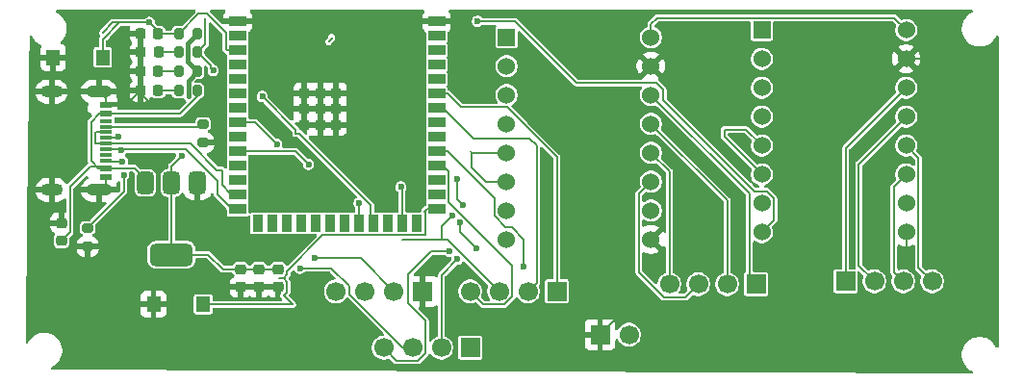
<source format=gbr>
%TF.GenerationSoftware,KiCad,Pcbnew,9.0.7-9.0.7~ubuntu24.04.1*%
%TF.CreationDate,2026-01-19T19:18:32+05:30*%
%TF.ProjectId,controller,636f6e74-726f-46c6-9c65-722e6b696361,rev?*%
%TF.SameCoordinates,Original*%
%TF.FileFunction,Copper,L1,Top*%
%TF.FilePolarity,Positive*%
%FSLAX46Y46*%
G04 Gerber Fmt 4.6, Leading zero omitted, Abs format (unit mm)*
G04 Created by KiCad (PCBNEW 9.0.7-9.0.7~ubuntu24.04.1) date 2026-01-19 19:18:32*
%MOMM*%
%LPD*%
G01*
G04 APERTURE LIST*
G04 Aperture macros list*
%AMRoundRect*
0 Rectangle with rounded corners*
0 $1 Rounding radius*
0 $2 $3 $4 $5 $6 $7 $8 $9 X,Y pos of 4 corners*
0 Add a 4 corners polygon primitive as box body*
4,1,4,$2,$3,$4,$5,$6,$7,$8,$9,$2,$3,0*
0 Add four circle primitives for the rounded corners*
1,1,$1+$1,$2,$3*
1,1,$1+$1,$4,$5*
1,1,$1+$1,$6,$7*
1,1,$1+$1,$8,$9*
0 Add four rect primitives between the rounded corners*
20,1,$1+$1,$2,$3,$4,$5,0*
20,1,$1+$1,$4,$5,$6,$7,0*
20,1,$1+$1,$6,$7,$8,$9,0*
20,1,$1+$1,$8,$9,$2,$3,0*%
G04 Aperture macros list end*
%TA.AperFunction,ComponentPad*%
%ADD10R,1.700000X1.700000*%
%TD*%
%TA.AperFunction,ComponentPad*%
%ADD11C,1.700000*%
%TD*%
%TA.AperFunction,ComponentPad*%
%ADD12R,1.530000X1.530000*%
%TD*%
%TA.AperFunction,ComponentPad*%
%ADD13C,1.530000*%
%TD*%
%TA.AperFunction,SMDPad,CuDef*%
%ADD14RoundRect,0.200000X-0.275000X0.200000X-0.275000X-0.200000X0.275000X-0.200000X0.275000X0.200000X0*%
%TD*%
%TA.AperFunction,SMDPad,CuDef*%
%ADD15R,1.230000X1.360000*%
%TD*%
%TA.AperFunction,SMDPad,CuDef*%
%ADD16RoundRect,0.218750X-0.218750X-0.256250X0.218750X-0.256250X0.218750X0.256250X-0.218750X0.256250X0*%
%TD*%
%TA.AperFunction,SMDPad,CuDef*%
%ADD17RoundRect,0.225000X-0.250000X0.225000X-0.250000X-0.225000X0.250000X-0.225000X0.250000X0.225000X0*%
%TD*%
%TA.AperFunction,SMDPad,CuDef*%
%ADD18R,1.140000X0.600000*%
%TD*%
%TA.AperFunction,SMDPad,CuDef*%
%ADD19R,1.140000X0.300000*%
%TD*%
%TA.AperFunction,ComponentPad*%
%ADD20O,2.200000X1.100000*%
%TD*%
%TA.AperFunction,ComponentPad*%
%ADD21O,1.900000X1.100000*%
%TD*%
%TA.AperFunction,SMDPad,CuDef*%
%ADD22RoundRect,0.375000X-0.375000X0.625000X-0.375000X-0.625000X0.375000X-0.625000X0.375000X0.625000X0*%
%TD*%
%TA.AperFunction,SMDPad,CuDef*%
%ADD23RoundRect,0.500000X-1.400000X0.500000X-1.400000X-0.500000X1.400000X-0.500000X1.400000X0.500000X0*%
%TD*%
%TA.AperFunction,SMDPad,CuDef*%
%ADD24RoundRect,0.225000X0.225000X0.250000X-0.225000X0.250000X-0.225000X-0.250000X0.225000X-0.250000X0*%
%TD*%
%TA.AperFunction,SMDPad,CuDef*%
%ADD25RoundRect,0.200000X0.200000X0.275000X-0.200000X0.275000X-0.200000X-0.275000X0.200000X-0.275000X0*%
%TD*%
%TA.AperFunction,SMDPad,CuDef*%
%ADD26R,1.500000X0.900000*%
%TD*%
%TA.AperFunction,SMDPad,CuDef*%
%ADD27R,0.900000X1.500000*%
%TD*%
%TA.AperFunction,SMDPad,CuDef*%
%ADD28R,0.900000X0.900000*%
%TD*%
%TA.AperFunction,SMDPad,CuDef*%
%ADD29RoundRect,0.225000X0.250000X-0.225000X0.250000X0.225000X-0.250000X0.225000X-0.250000X-0.225000X0*%
%TD*%
%TA.AperFunction,ViaPad*%
%ADD30C,0.600000*%
%TD*%
%TA.AperFunction,Conductor*%
%ADD31C,0.200000*%
%TD*%
%TA.AperFunction,Conductor*%
%ADD32C,0.400000*%
%TD*%
G04 APERTURE END LIST*
D10*
%TO.P,J7,1,Pin_1*%
%TO.N,GND*%
X150318457Y-98084298D03*
D11*
%TO.P,J7,2,Pin_2*%
%TO.N,+5V*%
X147778457Y-98084298D03*
%TO.P,J7,3,Pin_3*%
%TO.N,GPIO13*%
X145238457Y-98084298D03*
%TO.P,J7,4,Pin_4*%
%TO.N,GPIO12*%
X142698457Y-98084298D03*
%TD*%
D10*
%TO.P,J6,1,Pin_1*%
%TO.N,GND*%
X165939457Y-101894298D03*
D11*
%TO.P,J6,2,Pin_2*%
%TO.N,Net-(J6-Pin_2)*%
X168479457Y-101894298D03*
%TD*%
D10*
%TO.P,J5,1,Pin_1*%
%TO.N,GPIO42*%
X162129457Y-98084298D03*
D11*
%TO.P,J5,2,Pin_2*%
%TO.N,GPIO41*%
X159589457Y-98084298D03*
%TO.P,J5,3,Pin_3*%
%TO.N,GPIO48*%
X157049457Y-98084298D03*
%TO.P,J5,4,Pin_4*%
%TO.N,GPIO37*%
X154509457Y-98084298D03*
%TD*%
D10*
%TO.P,J4,1,Pin_1*%
%TO.N,GPIO38*%
X154509457Y-103037298D03*
D11*
%TO.P,J4,2,Pin_2*%
%TO.N,GPIO45*%
X151969457Y-103037298D03*
%TO.P,J4,3,Pin_3*%
%TO.N,GPIO46*%
X149429457Y-103037298D03*
%TO.P,J4,4,Pin_4*%
%TO.N,GPIO47*%
X146889457Y-103037298D03*
%TD*%
D10*
%TO.P,J3,1,Pin_1*%
%TO.N,Net-(J3-Pin_1)*%
X187529457Y-97195298D03*
D11*
%TO.P,J3,2,Pin_2*%
%TO.N,Net-(J3-Pin_2)*%
X190069457Y-97195298D03*
%TO.P,J3,3,Pin_3*%
%TO.N,Net-(J3-Pin_3)*%
X192609457Y-97195298D03*
%TO.P,J3,4,Pin_4*%
%TO.N,Net-(J3-Pin_4)*%
X195149457Y-97195298D03*
%TD*%
D10*
%TO.P,J2,1,Pin_1*%
%TO.N,Net-(J2-Pin_1)*%
X179655457Y-97449298D03*
D11*
%TO.P,J2,2,Pin_2*%
%TO.N,Net-(J2-Pin_2)*%
X177115457Y-97449298D03*
%TO.P,J2,3,Pin_3*%
%TO.N,Net-(J2-Pin_3)*%
X174575457Y-97449298D03*
%TO.P,J2,4,Pin_4*%
%TO.N,Net-(J2-Pin_4)*%
X172035457Y-97449298D03*
%TD*%
D12*
%TO.P,U4,1,~{ENABLE}*%
%TO.N,unconnected-(U4-~{ENABLE}-Pad1)*%
X180163457Y-75097298D03*
D13*
%TO.P,U4,2,MS1*%
%TO.N,unconnected-(U4-MS1-Pad2)*%
X180163457Y-77637298D03*
%TO.P,U4,3,MS2*%
%TO.N,unconnected-(U4-MS2-Pad3)*%
X180163457Y-80177298D03*
%TO.P,U4,4,MS3*%
%TO.N,unconnected-(U4-MS3-Pad4)*%
X180163457Y-82717298D03*
%TO.P,U4,5,~{RESET}*%
%TO.N,Net-(U4-~{RESET})*%
X180163457Y-85257298D03*
%TO.P,U4,6,~{SLEEP}*%
X180163457Y-87797298D03*
%TO.P,U4,7,STEP*%
%TO.N,GPIO17*%
X180163457Y-90337298D03*
%TO.P,U4,8,DIR*%
%TO.N,GPIO18*%
X180163457Y-92877298D03*
%TO.P,U4,9,GND*%
%TO.N,GND*%
X192863457Y-92877298D03*
%TO.P,U4,10,VDD*%
%TO.N,Net-(U1-VDD)*%
X192863457Y-90337298D03*
%TO.P,U4,11,1B*%
%TO.N,Net-(J3-Pin_3)*%
X192863457Y-87797298D03*
%TO.P,U4,12,1A*%
%TO.N,Net-(J3-Pin_4)*%
X192863457Y-85257298D03*
%TO.P,U4,13,2A*%
%TO.N,Net-(J3-Pin_2)*%
X192863457Y-82717298D03*
%TO.P,U4,14,2B*%
%TO.N,Net-(J3-Pin_1)*%
X192863457Y-80177298D03*
%TO.P,U4,15,GND*%
%TO.N,GND*%
X192863457Y-77637298D03*
%TO.P,U4,16,VMOT*%
%TO.N,Net-(J6-Pin_2)*%
X192863457Y-75097298D03*
%TD*%
D12*
%TO.P,U1,1,~{ENABLE}*%
%TO.N,unconnected-(U1-~{ENABLE}-Pad1)*%
X157715457Y-75732298D03*
D13*
%TO.P,U1,2,MS1*%
%TO.N,unconnected-(U1-MS1-Pad2)*%
X157715457Y-78272298D03*
%TO.P,U1,3,MS2*%
%TO.N,unconnected-(U1-MS2-Pad3)*%
X157715457Y-80812298D03*
%TO.P,U1,4,MS3*%
%TO.N,unconnected-(U1-MS3-Pad4)*%
X157715457Y-83352298D03*
%TO.P,U1,5,~{RESET}*%
%TO.N,Net-(U1-~{RESET})*%
X157715457Y-85892298D03*
%TO.P,U1,6,~{SLEEP}*%
X157715457Y-88432298D03*
%TO.P,U1,7,STEP*%
%TO.N,GPIO14*%
X157715457Y-90972298D03*
%TO.P,U1,8,DIR*%
%TO.N,GPIO15*%
X157715457Y-93512298D03*
%TO.P,U1,9,GND*%
%TO.N,GND*%
X170415457Y-93512298D03*
%TO.P,U1,10,VDD*%
%TO.N,Net-(U1-VDD)*%
X170415457Y-90972298D03*
%TO.P,U1,11,1B*%
%TO.N,Net-(J2-Pin_3)*%
X170415457Y-88432298D03*
%TO.P,U1,12,1A*%
%TO.N,Net-(J2-Pin_4)*%
X170415457Y-85892298D03*
%TO.P,U1,13,2A*%
%TO.N,Net-(J2-Pin_2)*%
X170415457Y-83352298D03*
%TO.P,U1,14,2B*%
%TO.N,Net-(J2-Pin_1)*%
X170415457Y-80812298D03*
%TO.P,U1,15,GND*%
%TO.N,GND*%
X170415457Y-78272298D03*
%TO.P,U1,16,VMOT*%
%TO.N,Net-(J6-Pin_2)*%
X170415457Y-75732298D03*
%TD*%
D14*
%TO.P,R1,1*%
%TO.N,Net-(J1-CC2)*%
X120854457Y-92497298D03*
%TO.P,R1,2*%
%TO.N,GND*%
X120854457Y-94147298D03*
%TD*%
D15*
%TO.P,SW2,2,2*%
%TO.N,GPIO0*%
X131014457Y-99227298D03*
%TO.P,SW2,1,1*%
%TO.N,GND*%
X126654457Y-99227298D03*
%TD*%
D16*
%TO.P,D3,1,K*%
%TO.N,GND*%
X125506457Y-77031298D03*
%TO.P,D3,2,A*%
%TO.N,Net-(D3-A)*%
X127081457Y-77031298D03*
%TD*%
D17*
%TO.P,C3,1*%
%TO.N,+3V3*%
X134318457Y-96153298D03*
%TO.P,C3,2*%
%TO.N,GND*%
X134318457Y-97703298D03*
%TD*%
D18*
%TO.P,J1,A1_B12,GND*%
%TO.N,GND*%
X122432457Y-81645298D03*
%TO.P,J1,A4_B9,VBUS*%
%TO.N,+5V*%
X122432457Y-82445298D03*
D19*
%TO.P,J1,A5,CC1*%
%TO.N,Net-(J1-CC1)*%
X122432457Y-83595298D03*
%TO.P,J1,A6,DP1*%
%TO.N,D+*%
X122432457Y-84595298D03*
%TO.P,J1,A7,DN1*%
%TO.N,D-*%
X122432457Y-85095298D03*
%TO.P,J1,A8,SBU1*%
%TO.N,unconnected-(J1-SBU1-PadA8)*%
X122432457Y-86095298D03*
D18*
%TO.P,J1,B1_A12,GND*%
%TO.N,GND*%
X122432457Y-88045298D03*
%TO.P,J1,B4_A9,VBUS*%
%TO.N,+5V*%
X122432457Y-87245298D03*
D19*
%TO.P,J1,B5,CC2*%
%TO.N,Net-(J1-CC2)*%
X122432457Y-86595298D03*
%TO.P,J1,B6,DP2*%
%TO.N,D+*%
X122432457Y-85595298D03*
%TO.P,J1,B7,DN2*%
%TO.N,D-*%
X122432457Y-84095298D03*
%TO.P,J1,B8,SBU2*%
%TO.N,unconnected-(J1-SBU2-PadB8)*%
X122432457Y-83095298D03*
D20*
%TO.P,J1,S1,SHIELD*%
%TO.N,GND*%
X121852457Y-80520298D03*
%TO.P,J1,S2,SHIELD*%
X121852457Y-89170298D03*
D21*
%TO.P,J1,S3,SHIELD*%
X117682457Y-80520298D03*
%TO.P,J1,S4,SHIELD*%
X117682457Y-89170298D03*
%TD*%
D16*
%TO.P,D2,1,K*%
%TO.N,GND*%
X125493957Y-78731298D03*
%TO.P,D2,2,A*%
%TO.N,Net-(D2-A)*%
X127068957Y-78731298D03*
%TD*%
D22*
%TO.P,U3,1,GND*%
%TO.N,GND*%
X130534457Y-88559298D03*
%TO.P,U3,2,VO*%
%TO.N,+3V3*%
X128234457Y-88559298D03*
D23*
X128234457Y-94859298D03*
D22*
%TO.P,U3,3,VI*%
%TO.N,+5V*%
X125934457Y-88559298D03*
%TD*%
D24*
%TO.P,C5,1*%
%TO.N,EN*%
X127056457Y-75431298D03*
%TO.P,C5,2*%
%TO.N,GND*%
X125506457Y-75431298D03*
%TD*%
D17*
%TO.P,C2,1*%
%TO.N,+3V3*%
X135918457Y-96153298D03*
%TO.P,C2,2*%
%TO.N,GND*%
X135918457Y-97703298D03*
%TD*%
D25*
%TO.P,R5,1*%
%TO.N,+3V3*%
X130506457Y-78731298D03*
%TO.P,R5,2*%
%TO.N,Net-(D2-A)*%
X128856457Y-78731298D03*
%TD*%
%TO.P,R6,1*%
%TO.N,GPIO21*%
X130518957Y-77031298D03*
%TO.P,R6,2*%
%TO.N,Net-(D3-A)*%
X128868957Y-77031298D03*
%TD*%
D15*
%TO.P,SW1,1,1*%
%TO.N,GND*%
X117806457Y-77510298D03*
%TO.P,SW1,2,2*%
%TO.N,EN*%
X122166457Y-77510298D03*
%TD*%
D26*
%TO.P,U2,1,GND*%
%TO.N,GND*%
X134062457Y-74335298D03*
%TO.P,U2,2,3V3*%
%TO.N,+3V3*%
X134062457Y-75605298D03*
%TO.P,U2,3,EN*%
%TO.N,EN*%
X134062457Y-76875298D03*
%TO.P,U2,4,GPIO4/TOUCH4/ADC1_CH3*%
%TO.N,GPIO4*%
X134062457Y-78145298D03*
%TO.P,U2,5,GPIO5/TOUCH5/ADC1_CH4*%
%TO.N,GPIO5*%
X134062457Y-79415298D03*
%TO.P,U2,6,GPIO6/TOUCH6/ADC1_CH5*%
%TO.N,GPIO6*%
X134062457Y-80685298D03*
%TO.P,U2,7,GPIO7/TOUCH7/ADC1_CH6*%
%TO.N,GPIO7*%
X134062457Y-81955298D03*
%TO.P,U2,8,GPIO15/U0RTS/ADC2_CH4/XTAL_32K_P*%
%TO.N,GPIO15*%
X134062457Y-83225298D03*
%TO.P,U2,9,GPIO16/U0CTS/ADC2_CH5/XTAL_32K_N*%
%TO.N,GPIO16*%
X134062457Y-84495298D03*
%TO.P,U2,10,GPIO17/U1TXD/ADC2_CH6*%
%TO.N,GPIO17*%
X134062457Y-85765298D03*
%TO.P,U2,11,GPIO18/U1RXD/ADC2_CH7/CLK_OUT3*%
%TO.N,GPIO18*%
X134062457Y-87035298D03*
%TO.P,U2,12,GPIO8/TOUCH8/ADC1_CH7/SUBSPICS1*%
%TO.N,GPIO8*%
X134062457Y-88305298D03*
%TO.P,U2,13,GPIO19/U1RTS/ADC2_CH8/CLK_OUT2/USB_D-*%
%TO.N,D-*%
X134062457Y-89575298D03*
%TO.P,U2,14,GPIO20/U1CTS/ADC2_CH9/CLK_OUT1/USB_D+*%
%TO.N,D+*%
X134062457Y-90845298D03*
D27*
%TO.P,U2,15,GPIO3/TOUCH3/ADC1_CH2*%
%TO.N,GPIO3*%
X135827457Y-92095298D03*
%TO.P,U2,16,GPIO46*%
%TO.N,GPIO46*%
X137097457Y-92095298D03*
%TO.P,U2,17,GPIO9/TOUCH9/ADC1_CH8/FSPIHD/SUBSPIHD*%
%TO.N,GPIO9*%
X138367457Y-92095298D03*
%TO.P,U2,18,GPIO10/TOUCH10/ADC1_CH9/FSPICS0/FSPIIO4/SUBSPICS0*%
%TO.N,GPIO10*%
X139637457Y-92095298D03*
%TO.P,U2,19,GPIO11/TOUCH11/ADC2_CH0/FSPID/FSPIIO5/SUBSPID*%
%TO.N,GPIO11*%
X140907457Y-92095298D03*
%TO.P,U2,20,GPIO12/TOUCH12/ADC2_CH1/FSPICLK/FSPIIO6/SUBSPICLK*%
%TO.N,GPIO12*%
X142177457Y-92095298D03*
%TO.P,U2,21,GPIO13/TOUCH13/ADC2_CH2/FSPIQ/FSPIIO7/SUBSPIQ*%
%TO.N,GPIO13*%
X143447457Y-92095298D03*
%TO.P,U2,22,GPIO14/TOUCH14/ADC2_CH3/FSPIWP/FSPIDQS/SUBSPIWP*%
%TO.N,GPIO14*%
X144717457Y-92095298D03*
%TO.P,U2,23,GPIO21*%
%TO.N,GPIO21*%
X145987457Y-92095298D03*
%TO.P,U2,24,GPIO47/SPICLK_P/SUBSPICLK_P_DIFF*%
%TO.N,GPIO47*%
X147257457Y-92095298D03*
%TO.P,U2,25,GPIO48/SPICLK_N/SUBSPICLK_N_DIFF*%
%TO.N,GPIO48*%
X148527457Y-92095298D03*
%TO.P,U2,26,GPIO45*%
%TO.N,GPIO45*%
X149797457Y-92095298D03*
D26*
%TO.P,U2,27,GPIO0/BOOT*%
%TO.N,GPIO0*%
X151562457Y-90845298D03*
%TO.P,U2,28,SPIIO6/GPIO35/FSPID/SUBSPID*%
%TO.N,GPIO35*%
X151562457Y-89575298D03*
%TO.P,U2,29,SPIIO7/GPIO36/FSPICLK/SUBSPICLK*%
%TO.N,GPIO36*%
X151562457Y-88305298D03*
%TO.P,U2,30,SPIDQS/GPIO37/FSPIQ/SUBSPIQ*%
%TO.N,GPIO37*%
X151562457Y-87035298D03*
%TO.P,U2,31,GPIO38/FSPIWP/SUBSPIWP*%
%TO.N,GPIO38*%
X151562457Y-85765298D03*
%TO.P,U2,32,MTCK/GPIO39/CLK_OUT3/SUBSPICS1*%
%TO.N,GPIO39*%
X151562457Y-84495298D03*
%TO.P,U2,33,MTDO/GPIO40/CLK_OUT2*%
%TO.N,GPIO40*%
X151562457Y-83225298D03*
%TO.P,U2,34,MTDI/GPIO41/CLK_OUT1*%
%TO.N,GPIO41*%
X151562457Y-81955298D03*
%TO.P,U2,35,MTMS/GPIO42*%
%TO.N,GPIO42*%
X151562457Y-80685298D03*
%TO.P,U2,36,U0RXD/GPIO44/CLK_OUT2*%
%TO.N,GPIO44*%
X151562457Y-79415298D03*
%TO.P,U2,37,U0TXD/GPIO43/CLK_OUT1*%
%TO.N,GPIO43*%
X151562457Y-78145298D03*
%TO.P,U2,38,GPIO2/TOUCH2/ADC1_CH1*%
%TO.N,GPIO2*%
X151562457Y-76875298D03*
%TO.P,U2,39,GPIO1/TOUCH1/ADC1_CH0*%
%TO.N,GPIO1*%
X151562457Y-75605298D03*
%TO.P,U2,40,GND*%
%TO.N,GND*%
X151562457Y-74335298D03*
D28*
%TO.P,U2,41,GND*%
X139912457Y-80655298D03*
X139912457Y-82055298D03*
X139912457Y-83455298D03*
X139912457Y-83455298D03*
X141312457Y-80655298D03*
X141312457Y-80655298D03*
X141312457Y-82055298D03*
X141312457Y-83455298D03*
X142712457Y-80655298D03*
X142712457Y-82055298D03*
X142712457Y-83455298D03*
%TD*%
D25*
%TO.P,R4,1*%
%TO.N,+5V*%
X130506457Y-80431298D03*
%TO.P,R4,2*%
%TO.N,Net-(D1-A)*%
X128856457Y-80431298D03*
%TD*%
D17*
%TO.P,C1,1*%
%TO.N,+3V3*%
X137618457Y-96153298D03*
%TO.P,C1,2*%
%TO.N,GND*%
X137618457Y-97703298D03*
%TD*%
D25*
%TO.P,R3,1*%
%TO.N,+3V3*%
X130506457Y-75431298D03*
%TO.P,R3,2*%
%TO.N,EN*%
X128856457Y-75431298D03*
%TD*%
D16*
%TO.P,D1,1,K*%
%TO.N,GND*%
X125481457Y-80431298D03*
%TO.P,D1,2,A*%
%TO.N,Net-(D1-A)*%
X127056457Y-80431298D03*
%TD*%
D14*
%TO.P,R2,1*%
%TO.N,Net-(J1-CC1)*%
X131014457Y-83353298D03*
%TO.P,R2,2*%
%TO.N,GND*%
X131014457Y-85003298D03*
%TD*%
D29*
%TO.P,C4,1*%
%TO.N,+5V*%
X118546457Y-93624298D03*
%TO.P,C4,2*%
%TO.N,GND*%
X118546457Y-92074298D03*
%TD*%
D30*
%TO.N,GND*%
X153366457Y-100497298D03*
%TO.N,GPIO48*%
X148413457Y-88898298D03*
X153366457Y-88178298D03*
X153874457Y-90506298D03*
X152942192Y-91396563D03*
X148527457Y-92095298D03*
%TO.N,GND*%
X126654457Y-99227298D03*
X130534457Y-88559298D03*
X132538457Y-85892298D03*
X195022457Y-77637298D03*
%TO.N,GPIO12*%
X142177457Y-92095298D03*
%TO.N,GPIO13*%
X143447457Y-92095298D03*
%TO.N,+5V*%
X140793457Y-95163298D03*
X125934457Y-88559298D03*
%TO.N,GPIO47*%
X155017457Y-94274298D03*
X147297222Y-92055533D03*
X152688192Y-94571563D03*
X153577192Y-92031563D03*
%TO.N,GPIO46*%
X139523457Y-96052298D03*
X137097457Y-92095298D03*
%TO.N,GPIO45*%
X153386692Y-95270063D03*
X149797457Y-92095298D03*
%TO.N,GPIO38*%
X159208457Y-95925298D03*
%TO.N,GPIO14*%
X144730457Y-90337298D03*
%TO.N,GPIO17*%
X140285457Y-86908298D03*
%TO.N,GPIO15*%
X137491457Y-85130298D03*
%TO.N,GPIO18*%
X134062457Y-87035298D03*
X155144457Y-74335298D03*
%TO.N,GPIO21*%
X136221457Y-80939298D03*
X131903457Y-78653298D03*
%TO.N,GND*%
X151562457Y-74335298D03*
X134062457Y-74335298D03*
X141312457Y-82055298D03*
X139912457Y-83455298D03*
X142712457Y-80655298D03*
X142712457Y-83455298D03*
X139912457Y-80655298D03*
%TO.N,Net-(J1-CC2)*%
X123902457Y-86645298D03*
X124029457Y-87845298D03*
%TO.N,+3V3*%
X133935457Y-75605298D03*
X130506457Y-75431298D03*
X129109457Y-86195298D03*
X130506457Y-78731298D03*
%TO.N,EN*%
X134062457Y-76875298D03*
%TO.N,+5V*%
X130506457Y-80431298D03*
%TO.N,D+*%
X123521457Y-84495298D03*
X123775457Y-85695298D03*
%TO.N,GND*%
X126481457Y-81631298D03*
%TO.N,EN*%
X126281457Y-74431298D03*
%TD*%
D31*
%TO.N,EN*%
X123086457Y-74431298D02*
X123648457Y-74431298D01*
X122166457Y-77510298D02*
X122166457Y-75913298D01*
X122166457Y-75913298D02*
X123648457Y-74431298D01*
%TO.N,Net-(U4-~{RESET})*%
X176861457Y-84495298D02*
X176861457Y-83860298D01*
X180163457Y-87797298D02*
X176861457Y-84495298D01*
X176861457Y-83860298D02*
X178766457Y-83860298D01*
X178766457Y-83860298D02*
X180163457Y-85257298D01*
%TO.N,Net-(U1-~{RESET})*%
X154636457Y-85892298D02*
X154636457Y-87162298D01*
X154636457Y-87162298D02*
X155906457Y-88432298D01*
X155906457Y-88432298D02*
X157715457Y-88432298D01*
X154636457Y-85892298D02*
X154509457Y-85765298D01*
X157715457Y-85892298D02*
X154636457Y-85892298D01*
%TO.N,GPIO48*%
X153874457Y-90506298D02*
X153366457Y-89998298D01*
X153366457Y-89998298D02*
X153366457Y-88178298D01*
X148413457Y-88898298D02*
X148527457Y-89012298D01*
X148527457Y-89012298D02*
X148527457Y-92095298D01*
X151969457Y-93547298D02*
X148527457Y-93547298D01*
X151969457Y-93547298D02*
X151969457Y-92369298D01*
X151969457Y-92369298D02*
X152942192Y-91396563D01*
%TO.N,GND*%
X122432457Y-88045298D02*
X122432457Y-88590298D01*
X122432457Y-88590298D02*
X121852457Y-89170298D01*
X168376181Y-88964022D02*
X169973905Y-87366298D01*
X154543457Y-74086355D02*
X154895564Y-73734248D01*
X168376181Y-88964022D02*
X168376181Y-86393022D01*
X168376181Y-86393022D02*
X158781457Y-76798298D01*
X158781457Y-76798298D02*
X156757514Y-76798298D01*
X156757514Y-76798298D02*
X154543457Y-74584241D01*
X154543457Y-74584241D02*
X154543457Y-74086355D01*
X154895564Y-73734248D02*
X165877407Y-73734248D01*
X165877407Y-73734248D02*
X170415457Y-78272298D01*
X165939457Y-101894298D02*
X165939457Y-91400746D01*
X165939457Y-91400746D02*
X168376181Y-88964022D01*
X169973905Y-87366298D02*
X170857009Y-87366298D01*
X170857009Y-87366298D02*
X171481457Y-87990746D01*
X171481457Y-87990746D02*
X171481457Y-92446298D01*
X171481457Y-92446298D02*
X170415457Y-93512298D01*
X192863457Y-92877298D02*
X192863457Y-95583538D01*
X192863457Y-95583538D02*
X193760457Y-96480538D01*
X193760457Y-96480538D02*
X193760457Y-97672058D01*
X193760457Y-97672058D02*
X190689217Y-100743298D01*
X167090457Y-100743298D02*
X165939457Y-101894298D01*
X190689217Y-100743298D02*
X167090457Y-100743298D01*
X195022457Y-77637298D02*
X192863457Y-77637298D01*
%TO.N,+5V*%
X144857457Y-95163298D02*
X140793457Y-95163298D01*
X147778457Y-98084298D02*
X144857457Y-95163298D01*
%TO.N,GPIO47*%
X149906217Y-104188298D02*
X150580457Y-103514058D01*
X150580457Y-103514058D02*
X150580457Y-100648298D01*
X146889457Y-103037298D02*
X148040457Y-104188298D01*
X155017457Y-94274298D02*
X153577192Y-92834033D01*
X149048457Y-96615298D02*
X151092192Y-94571563D01*
X153577192Y-92834033D02*
X153577192Y-92031563D01*
X151092192Y-94571563D02*
X152688192Y-94571563D01*
X149048457Y-99116298D02*
X149048457Y-96615298D01*
X150580457Y-100648298D02*
X149048457Y-99116298D01*
X148040457Y-104188298D02*
X149906217Y-104188298D01*
%TO.N,GPIO46*%
X143849457Y-97607538D02*
X142294217Y-96052298D01*
X143849457Y-98323058D02*
X143849457Y-97607538D01*
X142294217Y-96052298D02*
X139523457Y-96052298D01*
X148563697Y-103037298D02*
X143849457Y-98323058D01*
X149429457Y-103037298D02*
X148563697Y-103037298D01*
%TO.N,GPIO45*%
X151969457Y-96687298D02*
X153386692Y-95270063D01*
X151969457Y-103037298D02*
X151969457Y-96687298D01*
%TO.N,GPIO38*%
X158157009Y-92446298D02*
X159208457Y-93497746D01*
X157634457Y-92446298D02*
X158157009Y-92446298D01*
X156649457Y-91461298D02*
X157634457Y-92446298D01*
X159208457Y-93497746D02*
X159208457Y-95925298D01*
X156649457Y-89902298D02*
X156649457Y-91461298D01*
X152512457Y-85765298D02*
X156649457Y-89902298D01*
X151562457Y-85765298D02*
X152512457Y-85765298D01*
%TO.N,GPIO37*%
X154509457Y-98084298D02*
X155660457Y-99235298D01*
X155660457Y-99235298D02*
X157526217Y-99235298D01*
X157526217Y-99235298D02*
X158200457Y-98561058D01*
X158200457Y-98561058D02*
X158200457Y-95806298D01*
X158200457Y-95806298D02*
X152613457Y-90219298D01*
X152094457Y-87035298D02*
X151562457Y-87035298D01*
X152613457Y-90219298D02*
X152613457Y-87554298D01*
X152613457Y-87554298D02*
X152094457Y-87035298D01*
%TO.N,GPIO48*%
X157049457Y-98084298D02*
X152512457Y-93547298D01*
X152512457Y-93547298D02*
X151969457Y-93547298D01*
%TO.N,GPIO41*%
X160351457Y-97322298D02*
X160351457Y-85257298D01*
X159589457Y-98084298D02*
X160351457Y-97322298D01*
X160351457Y-85257298D02*
X159716457Y-84622298D01*
X152094457Y-81955298D02*
X151562457Y-81955298D01*
X159716457Y-84622298D02*
X154761457Y-84622298D01*
X154761457Y-84622298D02*
X152094457Y-81955298D01*
%TO.N,GPIO42*%
X162129457Y-98084298D02*
X162129457Y-86258746D01*
X162129457Y-86258746D02*
X157749009Y-81878298D01*
X157749009Y-81878298D02*
X153705457Y-81878298D01*
X153705457Y-81878298D02*
X152512457Y-80685298D01*
X152512457Y-80685298D02*
X151562457Y-80685298D01*
%TO.N,GPIO14*%
X144717457Y-92095298D02*
X144717457Y-90350298D01*
X144717457Y-90350298D02*
X144730457Y-90337298D01*
%TO.N,GPIO17*%
X139142457Y-85765298D02*
X140285457Y-86908298D01*
X134062457Y-85765298D02*
X139142457Y-85765298D01*
%TO.N,GPIO15*%
X135586457Y-83225298D02*
X137491457Y-85130298D01*
X134062457Y-83225298D02*
X135586457Y-83225298D01*
%TO.N,*%
X142317457Y-75732298D02*
X142317457Y-75859298D01*
X142063457Y-76113298D02*
X142317457Y-75859298D01*
%TO.N,GPIO21*%
X136221457Y-80939298D02*
X139161457Y-83879298D01*
X139161457Y-83879298D02*
X139161457Y-84206298D01*
X139161457Y-84206298D02*
X139488457Y-84206298D01*
X139488457Y-84206298D02*
X145746457Y-90464298D01*
X145746457Y-90464298D02*
X145746457Y-91854298D01*
X145746457Y-91854298D02*
X145987457Y-92095298D01*
%TO.N,GPIO18*%
X181229457Y-89895746D02*
X180605009Y-89271298D01*
X171481457Y-81253850D02*
X171481457Y-80370746D01*
X158450457Y-74335298D02*
X155144457Y-74335298D01*
X171481457Y-80370746D02*
X170857009Y-79746298D01*
X170857009Y-79746298D02*
X163861457Y-79746298D01*
X163861457Y-79746298D02*
X158450457Y-74335298D01*
X180163457Y-92877298D02*
X181229457Y-91811298D01*
X180605009Y-89271298D02*
X179498905Y-89271298D01*
X179498905Y-89271298D02*
X171481457Y-81253850D01*
X181229457Y-91811298D02*
X181229457Y-89895746D01*
%TO.N,Net-(J3-Pin_3)*%
X192863457Y-87797298D02*
X191797457Y-88863298D01*
X191797457Y-88863298D02*
X191797457Y-96383298D01*
X191797457Y-96383298D02*
X192609457Y-97195298D01*
%TO.N,Net-(J3-Pin_4)*%
X192863457Y-85257298D02*
X193929457Y-86323298D01*
X193929457Y-86323298D02*
X193929457Y-95975298D01*
X193929457Y-95975298D02*
X195149457Y-97195298D01*
%TO.N,Net-(J3-Pin_2)*%
X192863457Y-82717298D02*
X188680457Y-86900298D01*
X188680457Y-86900298D02*
X188680457Y-95806298D01*
X188680457Y-95806298D02*
X190069457Y-97195298D01*
%TO.N,Net-(J3-Pin_1)*%
X192863457Y-80177298D02*
X187529457Y-85511298D01*
X187529457Y-85511298D02*
X187529457Y-97195298D01*
%TO.N,Net-(J2-Pin_3)*%
X170415457Y-88432298D02*
X169349457Y-89498298D01*
X169349457Y-89498298D02*
X169349457Y-96391058D01*
X169349457Y-96391058D02*
X171558697Y-98600298D01*
X171558697Y-98600298D02*
X173424457Y-98600298D01*
X173424457Y-98600298D02*
X174575457Y-97449298D01*
%TO.N,Net-(J2-Pin_4)*%
X170415457Y-85892298D02*
X172035457Y-87512298D01*
X172035457Y-87512298D02*
X172035457Y-97449298D01*
%TO.N,Net-(J2-Pin_2)*%
X170415457Y-83352298D02*
X177115457Y-90052298D01*
X177115457Y-90052298D02*
X177115457Y-97449298D01*
%TO.N,Net-(J2-Pin_1)*%
X170415457Y-80812298D02*
X179097457Y-89494298D01*
X179097457Y-89494298D02*
X179097457Y-96891298D01*
X179097457Y-96891298D02*
X179655457Y-97449298D01*
%TO.N,Net-(J6-Pin_2)*%
X192863457Y-75097298D02*
X191797457Y-74031298D01*
X191797457Y-74031298D02*
X170942457Y-74031298D01*
X170942457Y-74031298D02*
X170415457Y-74558298D01*
X170415457Y-74558298D02*
X170415457Y-75732298D01*
%TO.N,GPIO0*%
X138394457Y-96602408D02*
X138394457Y-96292298D01*
X138092567Y-96904298D02*
X138394457Y-96602408D01*
X137782457Y-96904298D02*
X138092567Y-96904298D01*
X137734457Y-96952298D02*
X137782457Y-96904298D01*
X138394457Y-97254188D02*
X138092567Y-96952298D01*
X150500457Y-91044298D02*
X150699457Y-90845298D01*
X138092567Y-96952298D02*
X137734457Y-96952298D01*
X138394457Y-98152408D02*
X138394457Y-97254188D01*
X141540457Y-93146298D02*
X150548457Y-93146298D01*
X138104012Y-98442853D02*
X138394457Y-98152408D01*
X138888457Y-99227298D02*
X138104012Y-98442853D01*
X150548457Y-93146298D02*
X150548457Y-91044298D01*
X138394457Y-96292298D02*
X141540457Y-93146298D01*
X131014457Y-99227298D02*
X138888457Y-99227298D01*
X150548457Y-91044298D02*
X150500457Y-91044298D01*
X150699457Y-90845298D02*
X151562457Y-90845298D01*
%TO.N,GND*%
X122432457Y-81645298D02*
X122432457Y-81100298D01*
X122432457Y-81100298D02*
X121852457Y-80520298D01*
X122432457Y-81645298D02*
X124267457Y-81645298D01*
X124267457Y-81645298D02*
X125481457Y-80431298D01*
%TO.N,GPIO21*%
X131699457Y-78211798D02*
X131699457Y-78449298D01*
X131699457Y-78449298D02*
X131903457Y-78653298D01*
%TO.N,+5V*%
X118546457Y-93624298D02*
X119322457Y-92848298D01*
X119322457Y-92848298D02*
X119322457Y-88854645D01*
X119322457Y-88854645D02*
X121092804Y-87084298D01*
X121092804Y-87084298D02*
X122271457Y-87084298D01*
X122271457Y-87084298D02*
X122432457Y-87245298D01*
%TO.N,Net-(J1-CC2)*%
X123902457Y-86645298D02*
X122482457Y-86645298D01*
X122482457Y-86645298D02*
X122432457Y-86595298D01*
X120854457Y-92497298D02*
X124029457Y-89322298D01*
X124029457Y-89322298D02*
X124029457Y-87845298D01*
%TO.N,+3V3*%
X134062457Y-75605298D02*
X133935457Y-75605298D01*
X128234457Y-94859298D02*
X131472457Y-94859298D01*
X131472457Y-94859298D02*
X132766457Y-96153298D01*
X132766457Y-96153298D02*
X137618457Y-96153298D01*
X128234457Y-94859298D02*
X128234457Y-88559298D01*
X128234457Y-87070298D02*
X129109457Y-86195298D01*
X128234457Y-88559298D02*
X128234457Y-87070298D01*
%TO.N,EN*%
X128856457Y-75431298D02*
X130606457Y-73681298D01*
X130606457Y-73681298D02*
X131373557Y-73681298D01*
X131373557Y-73681298D02*
X133011457Y-75319198D01*
X133011457Y-75319198D02*
X133011457Y-76774298D01*
X133011457Y-76774298D02*
X133112457Y-76875298D01*
X133112457Y-76875298D02*
X134062457Y-76875298D01*
X122166457Y-75351298D02*
X123086457Y-74431298D01*
X123648457Y-74431298D02*
X126281457Y-74431298D01*
%TO.N,+5V*%
X122432457Y-82445298D02*
X128967457Y-82445298D01*
X128967457Y-82445298D02*
X130506457Y-80906298D01*
X130506457Y-80906298D02*
X130506457Y-80431298D01*
X122432457Y-82445298D02*
X121888457Y-82445298D01*
X121888457Y-82445298D02*
X121160457Y-83173298D01*
X121160457Y-83173298D02*
X121160457Y-86607298D01*
X121160457Y-86607298D02*
X121798457Y-87245298D01*
X121798457Y-87245298D02*
X122432457Y-87245298D01*
X122432457Y-87245298D02*
X124964449Y-87245298D01*
X124964449Y-87245298D02*
X125934457Y-88215306D01*
X125934457Y-88215306D02*
X125934457Y-88559298D01*
%TO.N,D+*%
X123421457Y-84595298D02*
X123521457Y-84495298D01*
X122432457Y-84595298D02*
X123421457Y-84595298D01*
X122432457Y-85595298D02*
X129526465Y-85595298D01*
X132264457Y-89579298D02*
X133530457Y-90845298D01*
X129526465Y-85595298D02*
X132264457Y-88333290D01*
X132264457Y-88333290D02*
X132264457Y-89579298D01*
X133530457Y-90845298D02*
X134062457Y-90845298D01*
%TO.N,D-*%
X122432457Y-85095298D02*
X121610457Y-85095298D01*
X121610457Y-85095298D02*
X121561457Y-85046298D01*
X121561457Y-85046298D02*
X121561457Y-84144298D01*
X121610457Y-84095298D02*
X122432457Y-84095298D01*
X121561457Y-84144298D02*
X121610457Y-84095298D01*
X132665457Y-88734290D02*
X132665457Y-87416298D01*
X133506465Y-89575298D02*
X132665457Y-88734290D01*
X132665457Y-87416298D02*
X132238393Y-87416298D01*
X134062457Y-89575298D02*
X133506465Y-89575298D01*
X132238393Y-87416298D02*
X129917393Y-85095298D01*
X129917393Y-85095298D02*
X122432457Y-85095298D01*
%TO.N,Net-(J1-CC1)*%
X122432457Y-83595298D02*
X130772457Y-83595298D01*
X130772457Y-83595298D02*
X131014457Y-83353298D01*
%TO.N,GND*%
X125506457Y-75431298D02*
X125506457Y-80406298D01*
X125481457Y-80631298D02*
X126481457Y-81631298D01*
X125506457Y-80406298D02*
X125481457Y-80431298D01*
X125481457Y-80431298D02*
X125481457Y-80631298D01*
D32*
%TO.N,+3V3*%
X129705457Y-80960782D02*
X129705457Y-79532298D01*
X129681457Y-76256298D02*
X129681457Y-77906298D01*
X129681457Y-77906298D02*
X130506457Y-78731298D01*
X130506457Y-75431298D02*
X129681457Y-76256298D01*
X129705457Y-79532298D02*
X130506457Y-78731298D01*
D31*
%TO.N,EN*%
X127056457Y-75431298D02*
X128856457Y-75431298D01*
X127056457Y-75431298D02*
X127056457Y-75206298D01*
X127056457Y-75206298D02*
X126281457Y-74431298D01*
%TO.N,GPIO21*%
X130518957Y-77031298D02*
X131207457Y-76342798D01*
X130518957Y-77031298D02*
X131699457Y-78211798D01*
X131207457Y-76342798D02*
X131207457Y-74082298D01*
D32*
%TO.N,Net-(D1-A)*%
X128856457Y-80431298D02*
X128856457Y-80556298D01*
D31*
X127056457Y-80431298D02*
X128856457Y-80431298D01*
%TO.N,Net-(D2-A)*%
X127068957Y-78731298D02*
X128856457Y-78731298D01*
%TO.N,Net-(D3-A)*%
X127081457Y-77031298D02*
X128868957Y-77031298D01*
%TD*%
%TA.AperFunction,Conductor*%
%TO.N,GND*%
G36*
X171469874Y-94213161D02*
G01*
X171469875Y-94213161D01*
X171497383Y-94175301D01*
X171497383Y-94175300D01*
X171500472Y-94169239D01*
X171548446Y-94118443D01*
X171616266Y-94101647D01*
X171682402Y-94124184D01*
X171725854Y-94178898D01*
X171734957Y-94225533D01*
X171734957Y-96353861D01*
X171715272Y-96420900D01*
X171662468Y-96466655D01*
X171658410Y-96468422D01*
X171537861Y-96518355D01*
X171365799Y-96633322D01*
X171219481Y-96779640D01*
X171104515Y-96951701D01*
X171025327Y-97142877D01*
X171025325Y-97142883D01*
X170987782Y-97331625D01*
X170955397Y-97393536D01*
X170894681Y-97428110D01*
X170824912Y-97424370D01*
X170778484Y-97395114D01*
X169686276Y-96302906D01*
X169652791Y-96241583D01*
X169649957Y-96215225D01*
X169649957Y-94744349D01*
X169669642Y-94677310D01*
X169722446Y-94631555D01*
X169791604Y-94621611D01*
X169830252Y-94633865D01*
X169929856Y-94684616D01*
X169929858Y-94684617D01*
X170119234Y-94746150D01*
X170315894Y-94777298D01*
X170515020Y-94777298D01*
X170711679Y-94746150D01*
X170901051Y-94684618D01*
X171078462Y-94594222D01*
X171116320Y-94566716D01*
X171116320Y-94566715D01*
X170553031Y-94003426D01*
X170612310Y-93987543D01*
X170728604Y-93920400D01*
X170823559Y-93825445D01*
X170890702Y-93709151D01*
X170906585Y-93649872D01*
X171469874Y-94213161D01*
G37*
%TD.AperFunction*%
%TA.AperFunction,Conductor*%
G36*
X130318663Y-73331483D02*
G01*
X130364418Y-73384287D01*
X130374362Y-73453445D01*
X130345337Y-73517001D01*
X130339305Y-73523479D01*
X129143303Y-74719479D01*
X129081980Y-74752964D01*
X129055622Y-74755798D01*
X128624939Y-74755798D01*
X128543976Y-74768621D01*
X128531153Y-74770652D01*
X128418115Y-74828248D01*
X128418114Y-74828249D01*
X128418109Y-74828252D01*
X128328411Y-74917950D01*
X128328408Y-74917955D01*
X128270809Y-75030996D01*
X128267794Y-75040278D01*
X128265282Y-75039461D01*
X128241637Y-75089335D01*
X128182323Y-75126264D01*
X128149097Y-75130798D01*
X127808114Y-75130798D01*
X127741075Y-75111113D01*
X127695320Y-75058309D01*
X127692011Y-75049811D01*
X127687154Y-75040278D01*
X127629985Y-74928078D01*
X127629981Y-74928074D01*
X127629980Y-74928072D01*
X127534682Y-74832774D01*
X127534678Y-74832771D01*
X127534677Y-74832770D01*
X127414583Y-74771579D01*
X127414581Y-74771578D01*
X127414578Y-74771577D01*
X127314950Y-74755798D01*
X127314945Y-74755798D01*
X127082290Y-74755798D01*
X127052849Y-74747153D01*
X127022863Y-74740630D01*
X127017847Y-74736875D01*
X127015251Y-74736113D01*
X126994609Y-74719479D01*
X126818276Y-74543146D01*
X126784791Y-74481823D01*
X126781957Y-74455465D01*
X126781957Y-74365408D01*
X126781957Y-74365406D01*
X126747849Y-74238112D01*
X126681957Y-74123984D01*
X126588771Y-74030798D01*
X126511056Y-73985929D01*
X126474644Y-73964906D01*
X126389958Y-73942215D01*
X126347349Y-73930798D01*
X126215565Y-73930798D01*
X126088269Y-73964906D01*
X125974143Y-74030798D01*
X125974140Y-74030800D01*
X125910462Y-74094479D01*
X125849139Y-74127964D01*
X125822781Y-74130798D01*
X123688019Y-74130798D01*
X123046895Y-74130798D01*
X123016324Y-74138989D01*
X122970465Y-74151277D01*
X122970464Y-74151278D01*
X122919488Y-74180710D01*
X122919487Y-74180711D01*
X122901947Y-74190837D01*
X122901944Y-74190839D01*
X121925996Y-75166787D01*
X121886436Y-75235309D01*
X121886436Y-75235310D01*
X121865957Y-75311736D01*
X121865957Y-75390860D01*
X121882415Y-75452280D01*
X121886436Y-75467285D01*
X121886436Y-75467286D01*
X121925996Y-75535808D01*
X121925999Y-75535811D01*
X121934807Y-75544620D01*
X121968290Y-75605944D01*
X121963303Y-75675636D01*
X121934807Y-75719976D01*
X121925999Y-75728784D01*
X121925992Y-75728793D01*
X121886439Y-75797302D01*
X121886436Y-75797307D01*
X121865957Y-75873737D01*
X121865957Y-76505798D01*
X121846272Y-76572837D01*
X121793468Y-76618592D01*
X121741957Y-76629798D01*
X121531704Y-76629798D01*
X121473227Y-76641429D01*
X121473226Y-76641430D01*
X121406904Y-76685745D01*
X121362589Y-76752067D01*
X121362588Y-76752068D01*
X121350957Y-76810545D01*
X121350957Y-78210050D01*
X121362588Y-78268527D01*
X121362589Y-78268528D01*
X121406904Y-78334850D01*
X121473226Y-78379165D01*
X121473227Y-78379166D01*
X121531704Y-78390797D01*
X121531707Y-78390798D01*
X121531709Y-78390798D01*
X122801207Y-78390798D01*
X122801208Y-78390797D01*
X122819052Y-78387248D01*
X122859686Y-78379166D01*
X122859686Y-78379165D01*
X122859688Y-78379165D01*
X122926009Y-78334850D01*
X122970324Y-78268529D01*
X122970324Y-78268527D01*
X122970325Y-78268527D01*
X122981956Y-78210050D01*
X122981957Y-78210048D01*
X122981957Y-76810547D01*
X122981956Y-76810545D01*
X122970325Y-76752068D01*
X122970324Y-76752067D01*
X122926009Y-76685745D01*
X122859687Y-76641430D01*
X122859686Y-76641429D01*
X122801209Y-76629798D01*
X122801205Y-76629798D01*
X122590957Y-76629798D01*
X122523918Y-76610113D01*
X122478163Y-76557309D01*
X122466957Y-76505798D01*
X122466957Y-76089131D01*
X122486642Y-76022092D01*
X122503276Y-76001450D01*
X122775106Y-75729620D01*
X124556458Y-75729620D01*
X124566601Y-75828905D01*
X124619909Y-75989779D01*
X124619914Y-75989790D01*
X124708881Y-76134026D01*
X124708884Y-76134030D01*
X124722890Y-76148036D01*
X124756375Y-76209359D01*
X124751391Y-76279051D01*
X124722896Y-76323393D01*
X124720070Y-76326218D01*
X124631865Y-76469220D01*
X124631863Y-76469225D01*
X124579014Y-76628714D01*
X124568957Y-76727147D01*
X124568957Y-76781298D01*
X125256457Y-76781298D01*
X125256457Y-75681298D01*
X124556458Y-75681298D01*
X124556458Y-75729620D01*
X122775106Y-75729620D01*
X123736609Y-74768117D01*
X123797932Y-74734632D01*
X123824290Y-74731798D01*
X124494918Y-74731798D01*
X124561957Y-74751483D01*
X124607712Y-74804287D01*
X124617656Y-74873445D01*
X124612624Y-74894802D01*
X124566601Y-75033690D01*
X124556457Y-75132975D01*
X124556457Y-75181298D01*
X125382457Y-75181298D01*
X125449496Y-75200983D01*
X125495251Y-75253787D01*
X125506457Y-75305298D01*
X125506457Y-75431298D01*
X125632457Y-75431298D01*
X125699496Y-75450983D01*
X125745251Y-75503787D01*
X125756457Y-75555298D01*
X125756457Y-78072436D01*
X125743957Y-78115005D01*
X125743957Y-79772436D01*
X125731457Y-79815005D01*
X125731457Y-81406297D01*
X125748093Y-81406297D01*
X125748109Y-81406296D01*
X125846540Y-81396241D01*
X126006029Y-81343391D01*
X126006034Y-81343389D01*
X126149037Y-81255183D01*
X126267844Y-81136376D01*
X126347949Y-81006505D01*
X126399897Y-80959780D01*
X126468859Y-80948557D01*
X126532941Y-80976400D01*
X126541169Y-80983920D01*
X126588200Y-81030951D01*
X126588202Y-81030952D01*
X126588206Y-81030956D01*
X126706537Y-81091249D01*
X126706538Y-81091249D01*
X126706540Y-81091250D01*
X126706539Y-81091250D01*
X126804706Y-81106798D01*
X126804711Y-81106798D01*
X127308208Y-81106798D01*
X127406374Y-81091250D01*
X127406375Y-81091249D01*
X127406377Y-81091249D01*
X127524708Y-81030956D01*
X127618615Y-80937049D01*
X127678908Y-80818718D01*
X127678909Y-80818709D01*
X127679309Y-80817481D01*
X127680207Y-80816167D01*
X127683338Y-80810023D01*
X127684131Y-80810427D01*
X127718746Y-80759805D01*
X127783104Y-80732606D01*
X127797241Y-80731798D01*
X128149097Y-80731798D01*
X128216136Y-80751483D01*
X128261891Y-80804287D01*
X128267368Y-80822455D01*
X128267794Y-80822317D01*
X128270809Y-80831598D01*
X128270810Y-80831601D01*
X128270811Y-80831602D01*
X128328407Y-80944640D01*
X128328409Y-80944642D01*
X128328411Y-80944645D01*
X128418109Y-81034343D01*
X128418111Y-81034344D01*
X128418115Y-81034348D01*
X128525236Y-81088929D01*
X128531155Y-81091945D01*
X128624932Y-81106797D01*
X128624938Y-81106798D01*
X129087975Y-81106797D01*
X129181761Y-81091944D01*
X129182744Y-81091442D01*
X129184067Y-81091194D01*
X129191039Y-81088929D01*
X129191331Y-81089829D01*
X129251413Y-81078545D01*
X129316154Y-81104820D01*
X129346426Y-81139922D01*
X129384977Y-81206695D01*
X129459544Y-81281262D01*
X129476172Y-81290862D01*
X129524387Y-81341426D01*
X129537611Y-81410033D01*
X129511644Y-81474898D01*
X129501853Y-81485929D01*
X128879305Y-82108479D01*
X128817982Y-82141964D01*
X128791624Y-82144798D01*
X123624197Y-82144798D01*
X123557158Y-82125113D01*
X123511403Y-82072309D01*
X123500907Y-82007543D01*
X123502456Y-81993126D01*
X123502457Y-81993125D01*
X123502457Y-81895298D01*
X122556457Y-81895298D01*
X122489418Y-81875613D01*
X122443663Y-81822809D01*
X122432457Y-81771298D01*
X122432457Y-81519298D01*
X122452142Y-81452259D01*
X122504946Y-81406504D01*
X122556457Y-81395298D01*
X123502457Y-81395298D01*
X123502457Y-81297470D01*
X123502456Y-81297453D01*
X123496055Y-81237925D01*
X123496053Y-81237918D01*
X123445811Y-81103211D01*
X123445809Y-81103208D01*
X123392659Y-81032209D01*
X123368241Y-80966744D01*
X123377365Y-80910442D01*
X123412105Y-80826575D01*
X123412106Y-80826572D01*
X123423300Y-80770298D01*
X122569445Y-80770298D01*
X122586662Y-80760358D01*
X122611570Y-80735450D01*
X124543958Y-80735450D01*
X124554013Y-80833881D01*
X124606863Y-80993370D01*
X124606865Y-80993375D01*
X124695071Y-81136378D01*
X124813876Y-81255183D01*
X124956879Y-81343389D01*
X124956884Y-81343391D01*
X125116373Y-81396240D01*
X125214813Y-81406297D01*
X125231457Y-81406296D01*
X125231457Y-80681298D01*
X124543958Y-80681298D01*
X124543958Y-80735450D01*
X122611570Y-80735450D01*
X122642517Y-80704503D01*
X122682013Y-80636094D01*
X122702457Y-80559794D01*
X122702457Y-80480802D01*
X122682013Y-80404502D01*
X122642517Y-80336093D01*
X122586662Y-80280238D01*
X122569445Y-80270298D01*
X123423300Y-80270298D01*
X123412106Y-80214024D01*
X123394472Y-80171452D01*
X123394471Y-80171450D01*
X123376120Y-80127147D01*
X124543957Y-80127147D01*
X124543957Y-80181298D01*
X125231457Y-80181298D01*
X125231457Y-79390160D01*
X125243957Y-79347590D01*
X125243957Y-78981298D01*
X124556458Y-78981298D01*
X124556458Y-79035450D01*
X124566513Y-79133881D01*
X124619363Y-79293370D01*
X124619365Y-79293375D01*
X124707571Y-79436378D01*
X124758559Y-79487366D01*
X124792044Y-79548689D01*
X124787060Y-79618381D01*
X124758561Y-79662727D01*
X124695069Y-79726219D01*
X124606865Y-79869220D01*
X124606863Y-79869225D01*
X124554014Y-80028714D01*
X124543957Y-80127147D01*
X123376120Y-80127147D01*
X123332956Y-80022938D01*
X123332951Y-80022929D01*
X123218046Y-79850962D01*
X123218043Y-79850958D01*
X123071796Y-79704711D01*
X123071792Y-79704708D01*
X122899825Y-79589803D01*
X122899815Y-79589798D01*
X122708731Y-79510648D01*
X122708723Y-79510646D01*
X122505877Y-79470298D01*
X122102457Y-79470298D01*
X122102457Y-80220298D01*
X121602457Y-80220298D01*
X121602457Y-79470298D01*
X121199036Y-79470298D01*
X120996190Y-79510646D01*
X120996182Y-79510648D01*
X120805098Y-79589798D01*
X120805088Y-79589803D01*
X120633121Y-79704708D01*
X120633117Y-79704711D01*
X120486870Y-79850958D01*
X120486867Y-79850962D01*
X120371962Y-80022929D01*
X120371957Y-80022939D01*
X120292808Y-80214021D01*
X120292807Y-80214023D01*
X120281614Y-80270298D01*
X121135469Y-80270298D01*
X121118252Y-80280238D01*
X121062397Y-80336093D01*
X121022901Y-80404502D01*
X121002457Y-80480802D01*
X121002457Y-80559794D01*
X121022901Y-80636094D01*
X121062397Y-80704503D01*
X121118252Y-80760358D01*
X121135469Y-80770298D01*
X120281614Y-80770298D01*
X120292807Y-80826572D01*
X120292808Y-80826574D01*
X120371957Y-81017656D01*
X120371962Y-81017666D01*
X120486867Y-81189633D01*
X120486870Y-81189637D01*
X120633117Y-81335884D01*
X120633121Y-81335887D01*
X120805088Y-81450792D01*
X120805101Y-81450799D01*
X120846334Y-81467878D01*
X120900738Y-81511718D01*
X120922803Y-81578012D01*
X120906269Y-81644439D01*
X120849474Y-81742809D01*
X120849473Y-81742813D01*
X120811957Y-81882823D01*
X120811957Y-82027773D01*
X120849473Y-82167783D01*
X120849474Y-82167786D01*
X120921945Y-82293309D01*
X120921947Y-82293311D01*
X120921948Y-82293313D01*
X121024442Y-82395807D01*
X121024443Y-82395808D01*
X121024445Y-82395809D01*
X121149968Y-82468280D01*
X121149969Y-82468280D01*
X121149972Y-82468282D01*
X121171651Y-82474091D01*
X121231310Y-82510455D01*
X121261839Y-82573302D01*
X121253544Y-82642678D01*
X121227237Y-82681546D01*
X120975946Y-82932838D01*
X120919998Y-82988785D01*
X120919992Y-82988793D01*
X120880439Y-83057302D01*
X120880436Y-83057307D01*
X120866783Y-83108260D01*
X120859957Y-83133736D01*
X120859957Y-86646860D01*
X120872524Y-86693761D01*
X120880436Y-86723288D01*
X120887183Y-86734974D01*
X120903654Y-86802875D01*
X120880802Y-86868901D01*
X120867476Y-86884654D01*
X119146327Y-88605803D01*
X119085004Y-88639288D01*
X119015312Y-88634304D01*
X118959379Y-88592432D01*
X118955544Y-88587013D01*
X118898046Y-88500962D01*
X118898043Y-88500958D01*
X118751796Y-88354711D01*
X118751792Y-88354708D01*
X118579825Y-88239803D01*
X118579815Y-88239798D01*
X118388731Y-88160648D01*
X118388723Y-88160646D01*
X118185877Y-88120298D01*
X117932457Y-88120298D01*
X117932457Y-88870298D01*
X117432457Y-88870298D01*
X117432457Y-88120298D01*
X117179036Y-88120298D01*
X116976190Y-88160646D01*
X116976182Y-88160648D01*
X116785098Y-88239798D01*
X116785088Y-88239803D01*
X116613121Y-88354708D01*
X116613117Y-88354711D01*
X116466870Y-88500958D01*
X116466867Y-88500962D01*
X116351962Y-88672929D01*
X116351957Y-88672939D01*
X116272808Y-88864021D01*
X116272807Y-88864023D01*
X116261614Y-88920298D01*
X117115469Y-88920298D01*
X117098252Y-88930238D01*
X117042397Y-88986093D01*
X117002901Y-89054502D01*
X116982457Y-89130802D01*
X116982457Y-89209794D01*
X117002901Y-89286094D01*
X117042397Y-89354503D01*
X117098252Y-89410358D01*
X117115469Y-89420298D01*
X116261614Y-89420298D01*
X116272807Y-89476572D01*
X116272808Y-89476574D01*
X116351957Y-89667656D01*
X116351962Y-89667666D01*
X116466867Y-89839633D01*
X116466870Y-89839637D01*
X116613117Y-89985884D01*
X116613121Y-89985887D01*
X116785088Y-90100792D01*
X116785098Y-90100797D01*
X116976182Y-90179947D01*
X116976190Y-90179949D01*
X117179036Y-90220297D01*
X117179040Y-90220298D01*
X117432457Y-90220298D01*
X117432457Y-89470298D01*
X117932457Y-89470298D01*
X117932457Y-90220298D01*
X118185874Y-90220298D01*
X118185877Y-90220297D01*
X118388723Y-90179949D01*
X118388731Y-90179947D01*
X118579815Y-90100797D01*
X118579825Y-90100792D01*
X118751792Y-89985887D01*
X118751796Y-89985884D01*
X118810276Y-89927405D01*
X118871599Y-89893920D01*
X118941291Y-89898904D01*
X118997224Y-89940776D01*
X119021641Y-90006240D01*
X119021957Y-90015086D01*
X119021957Y-91005085D01*
X119002272Y-91072124D01*
X118949468Y-91117879D01*
X118885357Y-91128443D01*
X118844786Y-91124299D01*
X118844767Y-91124298D01*
X118796457Y-91124298D01*
X118796457Y-91824298D01*
X118897957Y-91824298D01*
X118964996Y-91843983D01*
X119010751Y-91896787D01*
X119021957Y-91948298D01*
X119021957Y-92200298D01*
X119002272Y-92267337D01*
X118949468Y-92313092D01*
X118897957Y-92324298D01*
X117571458Y-92324298D01*
X117571458Y-92347620D01*
X117581601Y-92446905D01*
X117634909Y-92607779D01*
X117634914Y-92607790D01*
X117723881Y-92752026D01*
X117723884Y-92752030D01*
X117843723Y-92871869D01*
X117944297Y-92933904D01*
X117991021Y-92985852D01*
X118002244Y-93054815D01*
X117974400Y-93118897D01*
X117966883Y-93127123D01*
X117947930Y-93146076D01*
X117886736Y-93266176D01*
X117870957Y-93365804D01*
X117870957Y-93882791D01*
X117886736Y-93982419D01*
X117886737Y-93982422D01*
X117886738Y-93982424D01*
X117947929Y-94102518D01*
X117947930Y-94102519D01*
X117947933Y-94102523D01*
X118043231Y-94197821D01*
X118043235Y-94197824D01*
X118043237Y-94197826D01*
X118163331Y-94259017D01*
X118163333Y-94259017D01*
X118163335Y-94259018D01*
X118262964Y-94274798D01*
X118262969Y-94274798D01*
X118829950Y-94274798D01*
X118929578Y-94259018D01*
X118929578Y-94259017D01*
X118929583Y-94259017D01*
X119049677Y-94197826D01*
X119144985Y-94102518D01*
X119206176Y-93982424D01*
X119208202Y-93969634D01*
X119221957Y-93882791D01*
X119221957Y-93425131D01*
X119241642Y-93358092D01*
X119258276Y-93337450D01*
X119409866Y-93185860D01*
X119562917Y-93032809D01*
X119602479Y-92964286D01*
X119622957Y-92887860D01*
X119622957Y-92808736D01*
X119622957Y-89030478D01*
X119642642Y-88963439D01*
X119659276Y-88942797D01*
X120145974Y-88456099D01*
X120663764Y-87938308D01*
X120725085Y-87904825D01*
X120794777Y-87909809D01*
X120850710Y-87951681D01*
X120858830Y-87963990D01*
X120906269Y-88046157D01*
X120922742Y-88114055D01*
X120899890Y-88180082D01*
X120846336Y-88222717D01*
X120805095Y-88239800D01*
X120805088Y-88239803D01*
X120633121Y-88354708D01*
X120633117Y-88354711D01*
X120486870Y-88500958D01*
X120486867Y-88500962D01*
X120371962Y-88672929D01*
X120371957Y-88672939D01*
X120292808Y-88864021D01*
X120292807Y-88864023D01*
X120281614Y-88920298D01*
X121135469Y-88920298D01*
X121118252Y-88930238D01*
X121062397Y-88986093D01*
X121022901Y-89054502D01*
X121002457Y-89130802D01*
X121002457Y-89209794D01*
X121022901Y-89286094D01*
X121062397Y-89354503D01*
X121118252Y-89410358D01*
X121135469Y-89420298D01*
X120281614Y-89420298D01*
X120292807Y-89476572D01*
X120292808Y-89476574D01*
X120371957Y-89667656D01*
X120371962Y-89667666D01*
X120486867Y-89839633D01*
X120486870Y-89839637D01*
X120633117Y-89985884D01*
X120633121Y-89985887D01*
X120805088Y-90100792D01*
X120805098Y-90100797D01*
X120996182Y-90179947D01*
X120996190Y-90179949D01*
X121199036Y-90220297D01*
X121199040Y-90220298D01*
X121602457Y-90220298D01*
X121602457Y-89470298D01*
X122102457Y-89470298D01*
X122102457Y-90220298D01*
X122407123Y-90220298D01*
X122474162Y-90239983D01*
X122519917Y-90292787D01*
X122529861Y-90361945D01*
X122500836Y-90425501D01*
X122494804Y-90431979D01*
X121066303Y-91860479D01*
X121004980Y-91893964D01*
X120978622Y-91896798D01*
X120547939Y-91896798D01*
X120468985Y-91909303D01*
X120454153Y-91911652D01*
X120341115Y-91969248D01*
X120341114Y-91969249D01*
X120341109Y-91969252D01*
X120251411Y-92058950D01*
X120251408Y-92058955D01*
X120193809Y-92171996D01*
X120178957Y-92265773D01*
X120178957Y-92728815D01*
X120184268Y-92762345D01*
X120193811Y-92822602D01*
X120251407Y-92935640D01*
X120251409Y-92935642D01*
X120251411Y-92935645D01*
X120341109Y-93025343D01*
X120341111Y-93025344D01*
X120341115Y-93025348D01*
X120390069Y-93050291D01*
X120440865Y-93098266D01*
X120457660Y-93166087D01*
X120435122Y-93232222D01*
X120380407Y-93275673D01*
X120370665Y-93279161D01*
X120290060Y-93304279D01*
X120144579Y-93392225D01*
X120024384Y-93512420D01*
X119936437Y-93657902D01*
X119885866Y-93820191D01*
X119879457Y-93890725D01*
X119879457Y-93897298D01*
X121829456Y-93897298D01*
X121829456Y-93890715D01*
X121823048Y-93820195D01*
X121823047Y-93820190D01*
X121772475Y-93657901D01*
X121684529Y-93512420D01*
X121564334Y-93392225D01*
X121418852Y-93304278D01*
X121418853Y-93304278D01*
X121338248Y-93279161D01*
X121280100Y-93240424D01*
X121252126Y-93176398D01*
X121263208Y-93107413D01*
X121309826Y-93055370D01*
X121318826Y-93050300D01*
X121367799Y-93025348D01*
X121457507Y-92935640D01*
X121515103Y-92822602D01*
X121515103Y-92822600D01*
X121515104Y-92822599D01*
X121529956Y-92728822D01*
X121529957Y-92728817D01*
X121529956Y-92298129D01*
X121549640Y-92231091D01*
X121566270Y-92210454D01*
X124269917Y-89506809D01*
X124284423Y-89481683D01*
X124309478Y-89438287D01*
X124329957Y-89361860D01*
X124329957Y-88303974D01*
X124349642Y-88236935D01*
X124366276Y-88216293D01*
X124429957Y-88152612D01*
X124495849Y-88038484D01*
X124529957Y-87911190D01*
X124529957Y-87779406D01*
X124509187Y-87701890D01*
X124509782Y-87676896D01*
X124506224Y-87652151D01*
X124510599Y-87642570D01*
X124510850Y-87632041D01*
X124524862Y-87611337D01*
X124535249Y-87588595D01*
X124544110Y-87582900D01*
X124550013Y-87574179D01*
X124572993Y-87564337D01*
X124594027Y-87550821D01*
X124609882Y-87548541D01*
X124614241Y-87546675D01*
X124628962Y-87545798D01*
X124788616Y-87545798D01*
X124855655Y-87565483D01*
X124876297Y-87582117D01*
X124964941Y-87670761D01*
X124998426Y-87732084D01*
X124997402Y-87775685D01*
X124999831Y-87776005D01*
X124983957Y-87896570D01*
X124983957Y-89222025D01*
X124998770Y-89334533D01*
X124998770Y-89334534D01*
X125055005Y-89470298D01*
X125056759Y-89474531D01*
X125149006Y-89594749D01*
X125269224Y-89686996D01*
X125409221Y-89744985D01*
X125521737Y-89759798D01*
X125521744Y-89759798D01*
X126347170Y-89759798D01*
X126347177Y-89759798D01*
X126459693Y-89744985D01*
X126599690Y-89686996D01*
X126719908Y-89594749D01*
X126812155Y-89474531D01*
X126870144Y-89334534D01*
X126884957Y-89222018D01*
X126884957Y-87896578D01*
X126870144Y-87784062D01*
X126812155Y-87644065D01*
X126719908Y-87523847D01*
X126599690Y-87431600D01*
X126599686Y-87431598D01*
X126514490Y-87396309D01*
X126459693Y-87373611D01*
X126445628Y-87371759D01*
X126347184Y-87358798D01*
X126347177Y-87358798D01*
X125554282Y-87358798D01*
X125487243Y-87339113D01*
X125466601Y-87322479D01*
X125148961Y-87004839D01*
X125148956Y-87004835D01*
X125118415Y-86987203D01*
X125110392Y-86982571D01*
X125110391Y-86982570D01*
X125080443Y-86965279D01*
X125080440Y-86965277D01*
X125039498Y-86954307D01*
X125004011Y-86944798D01*
X125004009Y-86944798D01*
X124501962Y-86944798D01*
X124434923Y-86925113D01*
X124389168Y-86872309D01*
X124379224Y-86803151D01*
X124382187Y-86788705D01*
X124402957Y-86711190D01*
X124402957Y-86579406D01*
X124368849Y-86452112D01*
X124302957Y-86337984D01*
X124209771Y-86244798D01*
X124208293Y-86243944D01*
X124174742Y-86224573D01*
X124126527Y-86174006D01*
X124113305Y-86105399D01*
X124137265Y-86043159D01*
X124142660Y-86035908D01*
X124175957Y-86002612D01*
X124205437Y-85951550D01*
X124209739Y-85945770D01*
X124232118Y-85928917D01*
X124252397Y-85909582D01*
X124260361Y-85907649D01*
X124265554Y-85903740D01*
X124281310Y-85902567D01*
X124309217Y-85895798D01*
X128509952Y-85895798D01*
X128576991Y-85915483D01*
X128622746Y-85968287D01*
X128632690Y-86037445D01*
X128629727Y-86051889D01*
X128613680Y-86111780D01*
X128608957Y-86129406D01*
X128608957Y-86219464D01*
X128589272Y-86286503D01*
X128572638Y-86307145D01*
X128049946Y-86829838D01*
X127993998Y-86885785D01*
X127993992Y-86885793D01*
X127954439Y-86954302D01*
X127954436Y-86954307D01*
X127933957Y-87030737D01*
X127933957Y-87235304D01*
X127914272Y-87302343D01*
X127861468Y-87348098D01*
X127825613Y-87357137D01*
X127825762Y-87358268D01*
X127709221Y-87373611D01*
X127709220Y-87373611D01*
X127569227Y-87431598D01*
X127569224Y-87431599D01*
X127569224Y-87431600D01*
X127449006Y-87523847D01*
X127362358Y-87636769D01*
X127356757Y-87644068D01*
X127298770Y-87784061D01*
X127298770Y-87784062D01*
X127283957Y-87896570D01*
X127283957Y-89222025D01*
X127298770Y-89334533D01*
X127298770Y-89334534D01*
X127355005Y-89470298D01*
X127356759Y-89474531D01*
X127449006Y-89594749D01*
X127569224Y-89686996D01*
X127709221Y-89744985D01*
X127821737Y-89759798D01*
X127825762Y-89760328D01*
X127825495Y-89762349D01*
X127883422Y-89783397D01*
X127925767Y-89838973D01*
X127933957Y-89883291D01*
X127933957Y-93534798D01*
X127914272Y-93601837D01*
X127861468Y-93647592D01*
X127809957Y-93658798D01*
X126777841Y-93658798D01*
X126758602Y-93660546D01*
X126707264Y-93665211D01*
X126544850Y-93715820D01*
X126399268Y-93803828D01*
X126278987Y-93924109D01*
X126190979Y-94069691D01*
X126140370Y-94232105D01*
X126133957Y-94302684D01*
X126133957Y-95415911D01*
X126140370Y-95486490D01*
X126140370Y-95486492D01*
X126140371Y-95486494D01*
X126190979Y-95648904D01*
X126276749Y-95790785D01*
X126278987Y-95794486D01*
X126399268Y-95914767D01*
X126399270Y-95914768D01*
X126399272Y-95914770D01*
X126544851Y-96002776D01*
X126707261Y-96053384D01*
X126777841Y-96059798D01*
X126777844Y-96059798D01*
X129691070Y-96059798D01*
X129691073Y-96059798D01*
X129761653Y-96053384D01*
X129924063Y-96002776D01*
X130069642Y-95914770D01*
X130189929Y-95794483D01*
X130277935Y-95648904D01*
X130328543Y-95486494D01*
X130334957Y-95415914D01*
X130334957Y-95283798D01*
X130354642Y-95216759D01*
X130407446Y-95171004D01*
X130458957Y-95159798D01*
X131296624Y-95159798D01*
X131363663Y-95179483D01*
X131384305Y-95196117D01*
X132525997Y-96337809D01*
X132581946Y-96393758D01*
X132581948Y-96393759D01*
X132581952Y-96393762D01*
X132637439Y-96425797D01*
X132650468Y-96433319D01*
X132726895Y-96453798D01*
X133553389Y-96453798D01*
X133563474Y-96456759D01*
X133573913Y-96455508D01*
X133596426Y-96466435D01*
X133620428Y-96473483D01*
X133628976Y-96482234D01*
X133636770Y-96486017D01*
X133651464Y-96505255D01*
X133659250Y-96513226D01*
X133661716Y-96517269D01*
X133719929Y-96631518D01*
X133749350Y-96660939D01*
X133757061Y-96673580D01*
X133762433Y-96693603D01*
X133772366Y-96711794D01*
X133771302Y-96726663D01*
X133775166Y-96741063D01*
X133768860Y-96760809D01*
X133767382Y-96781486D01*
X133758447Y-96793420D01*
X133753913Y-96807622D01*
X133737931Y-96820825D01*
X133725510Y-96837419D01*
X133716298Y-96843690D01*
X133615725Y-96905724D01*
X133495884Y-97025565D01*
X133495881Y-97025569D01*
X133406914Y-97169805D01*
X133406909Y-97169816D01*
X133353601Y-97330691D01*
X133343457Y-97429975D01*
X133343457Y-97453298D01*
X137969957Y-97453298D01*
X138036996Y-97472983D01*
X138082751Y-97525787D01*
X138093957Y-97577298D01*
X138093957Y-97829298D01*
X138074272Y-97896337D01*
X138021468Y-97942092D01*
X137969957Y-97953298D01*
X137868457Y-97953298D01*
X137868457Y-98216620D01*
X137851845Y-98278618D01*
X137823993Y-98326860D01*
X137823991Y-98326865D01*
X137803512Y-98403291D01*
X137803512Y-98482415D01*
X137823991Y-98558841D01*
X137863552Y-98627364D01*
X137928961Y-98692773D01*
X137951305Y-98715117D01*
X137984790Y-98776440D01*
X137979806Y-98846132D01*
X137937934Y-98902065D01*
X137872470Y-98926482D01*
X137863624Y-98926798D01*
X131953957Y-98926798D01*
X131886918Y-98907113D01*
X131841163Y-98854309D01*
X131829957Y-98802798D01*
X131829957Y-98527547D01*
X131829956Y-98527545D01*
X131818325Y-98469068D01*
X131818324Y-98469067D01*
X131774009Y-98402745D01*
X131707687Y-98358430D01*
X131707686Y-98358429D01*
X131649209Y-98346798D01*
X131649205Y-98346798D01*
X130379709Y-98346798D01*
X130379704Y-98346798D01*
X130321227Y-98358429D01*
X130321226Y-98358430D01*
X130254904Y-98402745D01*
X130210589Y-98469067D01*
X130210588Y-98469068D01*
X130198957Y-98527545D01*
X130198957Y-99927050D01*
X130210588Y-99985527D01*
X130210589Y-99985528D01*
X130254904Y-100051850D01*
X130321226Y-100096165D01*
X130321227Y-100096166D01*
X130379704Y-100107797D01*
X130379707Y-100107798D01*
X130379709Y-100107798D01*
X131649207Y-100107798D01*
X131649208Y-100107797D01*
X131664025Y-100104850D01*
X131707686Y-100096166D01*
X131707686Y-100096165D01*
X131707688Y-100096165D01*
X131774009Y-100051850D01*
X131818324Y-99985529D01*
X131818324Y-99985527D01*
X131818325Y-99985527D01*
X131829956Y-99927050D01*
X131829957Y-99927048D01*
X131829957Y-99651798D01*
X131849642Y-99584759D01*
X131902446Y-99539004D01*
X131953957Y-99527798D01*
X138928017Y-99527798D01*
X138928019Y-99527798D01*
X139004445Y-99507320D01*
X139072968Y-99467758D01*
X139128917Y-99411809D01*
X139168479Y-99343286D01*
X139188957Y-99266860D01*
X139188957Y-99187736D01*
X139168479Y-99111310D01*
X139128917Y-99042787D01*
X138616664Y-98530534D01*
X138583179Y-98469211D01*
X138588163Y-98399519D01*
X138604646Y-98369123D01*
X138610133Y-98361702D01*
X138634917Y-98336919D01*
X138654378Y-98303211D01*
X138674478Y-98268397D01*
X138694957Y-98191970D01*
X138694957Y-97214626D01*
X138674478Y-97138199D01*
X138674474Y-97138192D01*
X138634921Y-97069683D01*
X138634915Y-97069675D01*
X138581219Y-97015979D01*
X138547734Y-96954656D01*
X138552718Y-96884964D01*
X138581219Y-96840617D01*
X138604554Y-96817282D01*
X138634917Y-96786919D01*
X138645963Y-96767787D01*
X138674478Y-96718397D01*
X138694957Y-96641970D01*
X138694957Y-96468131D01*
X138703602Y-96438688D01*
X138710125Y-96408705D01*
X138713879Y-96403689D01*
X138714642Y-96401092D01*
X138731270Y-96380455D01*
X138872953Y-96238772D01*
X138934272Y-96205290D01*
X139003964Y-96210274D01*
X139059898Y-96252145D01*
X139068017Y-96264454D01*
X139122957Y-96359612D01*
X139216143Y-96452798D01*
X139330271Y-96518690D01*
X139457565Y-96552798D01*
X139457567Y-96552798D01*
X139589347Y-96552798D01*
X139589349Y-96552798D01*
X139716643Y-96518690D01*
X139830771Y-96452798D01*
X139894452Y-96389117D01*
X139955775Y-96355632D01*
X139982133Y-96352798D01*
X142118384Y-96352798D01*
X142185423Y-96372483D01*
X142206065Y-96389117D01*
X142644273Y-96827325D01*
X142677758Y-96888648D01*
X142672774Y-96958340D01*
X142630902Y-97014273D01*
X142580784Y-97036623D01*
X142392042Y-97074166D01*
X142392036Y-97074168D01*
X142200860Y-97153356D01*
X142028799Y-97268322D01*
X141882481Y-97414640D01*
X141767515Y-97586701D01*
X141688327Y-97777877D01*
X141688325Y-97777885D01*
X141647957Y-97980828D01*
X141647957Y-98187767D01*
X141688325Y-98390710D01*
X141688327Y-98390718D01*
X141754396Y-98550223D01*
X141767516Y-98581896D01*
X141787840Y-98612313D01*
X141882481Y-98753955D01*
X142028799Y-98900273D01*
X142028802Y-98900275D01*
X142200859Y-99015239D01*
X142392037Y-99094428D01*
X142536509Y-99123165D01*
X142594987Y-99134797D01*
X142594991Y-99134798D01*
X142594992Y-99134798D01*
X142801923Y-99134798D01*
X142801924Y-99134797D01*
X143004877Y-99094428D01*
X143196055Y-99015239D01*
X143368112Y-98900275D01*
X143514434Y-98753953D01*
X143567055Y-98675199D01*
X143620664Y-98630395D01*
X143689989Y-98621686D01*
X143753017Y-98651840D01*
X143757837Y-98656409D01*
X146876545Y-101775117D01*
X146910030Y-101836440D01*
X146905046Y-101906132D01*
X146863174Y-101962065D01*
X146797710Y-101986482D01*
X146788864Y-101986798D01*
X146785987Y-101986798D01*
X146583044Y-102027166D01*
X146583036Y-102027168D01*
X146391860Y-102106356D01*
X146219799Y-102221322D01*
X146073481Y-102367640D01*
X145958515Y-102539701D01*
X145879327Y-102730877D01*
X145879325Y-102730885D01*
X145838957Y-102933828D01*
X145838957Y-103140767D01*
X145879325Y-103343710D01*
X145879327Y-103343718D01*
X145947752Y-103508911D01*
X145958516Y-103534896D01*
X146015998Y-103620924D01*
X146073481Y-103706955D01*
X146219799Y-103853273D01*
X146219802Y-103853275D01*
X146391859Y-103968239D01*
X146583037Y-104047428D01*
X146727509Y-104076165D01*
X146785987Y-104087797D01*
X146785991Y-104087798D01*
X146785992Y-104087798D01*
X146992923Y-104087798D01*
X146992924Y-104087797D01*
X147195877Y-104047428D01*
X147316431Y-103997492D01*
X147385895Y-103990024D01*
X147448375Y-104021298D01*
X147451561Y-104024373D01*
X147799997Y-104372809D01*
X147855946Y-104428758D01*
X147855948Y-104428759D01*
X147855952Y-104428762D01*
X147924461Y-104468315D01*
X147924468Y-104468319D01*
X148000895Y-104488798D01*
X148000897Y-104488798D01*
X149945777Y-104488798D01*
X149945779Y-104488798D01*
X150022206Y-104468319D01*
X150090728Y-104428758D01*
X150146677Y-104372809D01*
X150820917Y-103698569D01*
X150842697Y-103660845D01*
X150860478Y-103630047D01*
X150860480Y-103630038D01*
X150863587Y-103622540D01*
X150866469Y-103623733D01*
X150895126Y-103576671D01*
X150957959Y-103546113D01*
X151027338Y-103554376D01*
X151081237Y-103598837D01*
X151081617Y-103599402D01*
X151102095Y-103630049D01*
X151153481Y-103706955D01*
X151299799Y-103853273D01*
X151299802Y-103853275D01*
X151471859Y-103968239D01*
X151663037Y-104047428D01*
X151807509Y-104076165D01*
X151865987Y-104087797D01*
X151865991Y-104087798D01*
X151865992Y-104087798D01*
X152072923Y-104087798D01*
X152072924Y-104087797D01*
X152275877Y-104047428D01*
X152467055Y-103968239D01*
X152639112Y-103853275D01*
X152785434Y-103706953D01*
X152900398Y-103534896D01*
X152979587Y-103343718D01*
X153019957Y-103140763D01*
X153019957Y-102933833D01*
X152979587Y-102730878D01*
X152900398Y-102539700D01*
X152785434Y-102367643D01*
X152785433Y-102367642D01*
X152785432Y-102367640D01*
X152639114Y-102221322D01*
X152558630Y-102167545D01*
X153458957Y-102167545D01*
X153458957Y-103907050D01*
X153470588Y-103965527D01*
X153470589Y-103965528D01*
X153514904Y-104031850D01*
X153581226Y-104076165D01*
X153581227Y-104076166D01*
X153639704Y-104087797D01*
X153639707Y-104087798D01*
X153639709Y-104087798D01*
X155379207Y-104087798D01*
X155379208Y-104087797D01*
X155394025Y-104084850D01*
X155437686Y-104076166D01*
X155437686Y-104076165D01*
X155437688Y-104076165D01*
X155504009Y-104031850D01*
X155548324Y-103965529D01*
X155548324Y-103965527D01*
X155548325Y-103965527D01*
X155559956Y-103907050D01*
X155559957Y-103907048D01*
X155559957Y-102167547D01*
X155559956Y-102167545D01*
X155549928Y-102117127D01*
X155548325Y-102109068D01*
X155548324Y-102109067D01*
X155504009Y-102042745D01*
X155437687Y-101998430D01*
X155437686Y-101998429D01*
X155379209Y-101986798D01*
X155379205Y-101986798D01*
X153639709Y-101986798D01*
X153639704Y-101986798D01*
X153581227Y-101998429D01*
X153581226Y-101998430D01*
X153514904Y-102042745D01*
X153470589Y-102109067D01*
X153470588Y-102109068D01*
X153458957Y-102167545D01*
X152558630Y-102167545D01*
X152467052Y-102106355D01*
X152346504Y-102056422D01*
X152292100Y-102012580D01*
X152270036Y-101946286D01*
X152269957Y-101941861D01*
X152269957Y-100996453D01*
X164589457Y-100996453D01*
X164589457Y-101644298D01*
X165506445Y-101644298D01*
X165473532Y-101701305D01*
X165439457Y-101828472D01*
X165439457Y-101960124D01*
X165473532Y-102087291D01*
X165506445Y-102144298D01*
X164589457Y-102144298D01*
X164589457Y-102792142D01*
X164595858Y-102851670D01*
X164595860Y-102851677D01*
X164646102Y-102986384D01*
X164646106Y-102986391D01*
X164732266Y-103101485D01*
X164732269Y-103101488D01*
X164847363Y-103187648D01*
X164847370Y-103187652D01*
X164982077Y-103237894D01*
X164982084Y-103237896D01*
X165041612Y-103244297D01*
X165041629Y-103244298D01*
X165689457Y-103244298D01*
X165689457Y-102327310D01*
X165746464Y-102360223D01*
X165873631Y-102394298D01*
X166005283Y-102394298D01*
X166132450Y-102360223D01*
X166189457Y-102327310D01*
X166189457Y-103244298D01*
X166837285Y-103244298D01*
X166837301Y-103244297D01*
X166896829Y-103237896D01*
X166896836Y-103237894D01*
X167031543Y-103187652D01*
X167031550Y-103187648D01*
X167146644Y-103101488D01*
X167146647Y-103101485D01*
X167232807Y-102986391D01*
X167232811Y-102986384D01*
X167283053Y-102851677D01*
X167283055Y-102851670D01*
X167289456Y-102792142D01*
X167289457Y-102792125D01*
X167289457Y-102389862D01*
X167309142Y-102322823D01*
X167361946Y-102277068D01*
X167431104Y-102267124D01*
X167494660Y-102296149D01*
X167528018Y-102342410D01*
X167538469Y-102367642D01*
X167548516Y-102391896D01*
X167607669Y-102480425D01*
X167663481Y-102563955D01*
X167809799Y-102710273D01*
X167809802Y-102710275D01*
X167981859Y-102825239D01*
X168173037Y-102904428D01*
X168351685Y-102939963D01*
X168375987Y-102944797D01*
X168375991Y-102944798D01*
X168375992Y-102944798D01*
X168582923Y-102944798D01*
X168582924Y-102944797D01*
X168785877Y-102904428D01*
X168977055Y-102825239D01*
X169149112Y-102710275D01*
X169295434Y-102563953D01*
X169410398Y-102391896D01*
X169489587Y-102200718D01*
X169529957Y-101997763D01*
X169529957Y-101790833D01*
X169489587Y-101587878D01*
X169410398Y-101396700D01*
X169295434Y-101224643D01*
X169295432Y-101224640D01*
X169149114Y-101078322D01*
X169026587Y-100996453D01*
X168977055Y-100963357D01*
X168785877Y-100884168D01*
X168785869Y-100884166D01*
X168582926Y-100843798D01*
X168582922Y-100843798D01*
X168375992Y-100843798D01*
X168375987Y-100843798D01*
X168173044Y-100884166D01*
X168173036Y-100884168D01*
X167981860Y-100963356D01*
X167809799Y-101078322D01*
X167663481Y-101224640D01*
X167548515Y-101396701D01*
X167528018Y-101446186D01*
X167484177Y-101500589D01*
X167417883Y-101522654D01*
X167350183Y-101505375D01*
X167302573Y-101454237D01*
X167289457Y-101398733D01*
X167289457Y-100996470D01*
X167289456Y-100996453D01*
X167283055Y-100936925D01*
X167283053Y-100936918D01*
X167232811Y-100802211D01*
X167232807Y-100802204D01*
X167146647Y-100687110D01*
X167146644Y-100687107D01*
X167031550Y-100600947D01*
X167031543Y-100600943D01*
X166896836Y-100550701D01*
X166896829Y-100550699D01*
X166837301Y-100544298D01*
X166189457Y-100544298D01*
X166189457Y-101461286D01*
X166132450Y-101428373D01*
X166005283Y-101394298D01*
X165873631Y-101394298D01*
X165746464Y-101428373D01*
X165689457Y-101461286D01*
X165689457Y-100544298D01*
X165041612Y-100544298D01*
X164982084Y-100550699D01*
X164982077Y-100550701D01*
X164847370Y-100600943D01*
X164847363Y-100600947D01*
X164732269Y-100687107D01*
X164732266Y-100687110D01*
X164646106Y-100802204D01*
X164646102Y-100802211D01*
X164595860Y-100936918D01*
X164595858Y-100936925D01*
X164589457Y-100996453D01*
X152269957Y-100996453D01*
X152269957Y-96863130D01*
X152289642Y-96796091D01*
X152306271Y-96775453D01*
X153274843Y-95806881D01*
X153336166Y-95773397D01*
X153362524Y-95770563D01*
X153452582Y-95770563D01*
X153452584Y-95770563D01*
X153579878Y-95736455D01*
X153694006Y-95670563D01*
X153787192Y-95577377D01*
X153827317Y-95507877D01*
X153877884Y-95459663D01*
X153946491Y-95446439D01*
X154011355Y-95472407D01*
X154022385Y-95482197D01*
X156062381Y-97522193D01*
X156095866Y-97583516D01*
X156090882Y-97653208D01*
X156089261Y-97657327D01*
X156039327Y-97777877D01*
X156039325Y-97777885D01*
X155998957Y-97980828D01*
X155998957Y-98187767D01*
X156039325Y-98390710D01*
X156039327Y-98390718D01*
X156118516Y-98581897D01*
X156118516Y-98581898D01*
X156225431Y-98741908D01*
X156246309Y-98808585D01*
X156227824Y-98875965D01*
X156175845Y-98922655D01*
X156122329Y-98934798D01*
X155836290Y-98934798D01*
X155769251Y-98915113D01*
X155748609Y-98898479D01*
X155496532Y-98646402D01*
X155463047Y-98585079D01*
X155468031Y-98515387D01*
X155469620Y-98511347D01*
X155519587Y-98390718D01*
X155559957Y-98187763D01*
X155559957Y-97980833D01*
X155519587Y-97777878D01*
X155440398Y-97586700D01*
X155325434Y-97414643D01*
X155325433Y-97414642D01*
X155325432Y-97414640D01*
X155179114Y-97268322D01*
X155066023Y-97192758D01*
X155007055Y-97153357D01*
X154981754Y-97142877D01*
X154815877Y-97074168D01*
X154815869Y-97074166D01*
X154612926Y-97033798D01*
X154612922Y-97033798D01*
X154405992Y-97033798D01*
X154405987Y-97033798D01*
X154203044Y-97074166D01*
X154203036Y-97074168D01*
X154011860Y-97153356D01*
X153839799Y-97268322D01*
X153693481Y-97414640D01*
X153578515Y-97586701D01*
X153499327Y-97777877D01*
X153499325Y-97777885D01*
X153458957Y-97980828D01*
X153458957Y-98187767D01*
X153499325Y-98390710D01*
X153499327Y-98390718D01*
X153565396Y-98550223D01*
X153578516Y-98581896D01*
X153598840Y-98612313D01*
X153693481Y-98753955D01*
X153839799Y-98900273D01*
X153839802Y-98900275D01*
X154011859Y-99015239D01*
X154203037Y-99094428D01*
X154347509Y-99123165D01*
X154405987Y-99134797D01*
X154405991Y-99134798D01*
X154405992Y-99134798D01*
X154612923Y-99134798D01*
X154612924Y-99134797D01*
X154815877Y-99094428D01*
X154936431Y-99044492D01*
X155005895Y-99037024D01*
X155068375Y-99068298D01*
X155071561Y-99071373D01*
X155419997Y-99419809D01*
X155475946Y-99475758D01*
X155475948Y-99475759D01*
X155475952Y-99475762D01*
X155530613Y-99507320D01*
X155544468Y-99515319D01*
X155620895Y-99535798D01*
X155620897Y-99535798D01*
X157565777Y-99535798D01*
X157565779Y-99535798D01*
X157642206Y-99515319D01*
X157710728Y-99475758D01*
X157766677Y-99419809D01*
X158440917Y-98745569D01*
X158443127Y-98741740D01*
X158474460Y-98687471D01*
X158474462Y-98687465D01*
X158476860Y-98683313D01*
X158480478Y-98677047D01*
X158481780Y-98672186D01*
X158486742Y-98661827D01*
X158502700Y-98644075D01*
X158515112Y-98623685D01*
X158525632Y-98618566D01*
X158533453Y-98609867D01*
X158556474Y-98603561D01*
X158577940Y-98593118D01*
X158589557Y-98594499D01*
X158600841Y-98591409D01*
X158623619Y-98598551D01*
X158647320Y-98601370D01*
X158656345Y-98608812D01*
X158667510Y-98612313D01*
X158682810Y-98630636D01*
X158701226Y-98645822D01*
X158701680Y-98646497D01*
X158773479Y-98753953D01*
X158919799Y-98900273D01*
X158919802Y-98900275D01*
X159091859Y-99015239D01*
X159283037Y-99094428D01*
X159427509Y-99123165D01*
X159485987Y-99134797D01*
X159485991Y-99134798D01*
X159485992Y-99134798D01*
X159692923Y-99134798D01*
X159692924Y-99134797D01*
X159895877Y-99094428D01*
X160087055Y-99015239D01*
X160259112Y-98900275D01*
X160405434Y-98753953D01*
X160520398Y-98581896D01*
X160599587Y-98390718D01*
X160639957Y-98187763D01*
X160639957Y-97980833D01*
X160599587Y-97777878D01*
X160549653Y-97657327D01*
X160542184Y-97587857D01*
X160573459Y-97525378D01*
X160576535Y-97522191D01*
X160579156Y-97519569D01*
X160591917Y-97506809D01*
X160631479Y-97438286D01*
X160651957Y-97361860D01*
X160651957Y-97282736D01*
X160651957Y-85505579D01*
X160671642Y-85438540D01*
X160724446Y-85392785D01*
X160793604Y-85382841D01*
X160857160Y-85411866D01*
X160863638Y-85417898D01*
X161792638Y-86346898D01*
X161826123Y-86408221D01*
X161828957Y-86434579D01*
X161828957Y-96909798D01*
X161809272Y-96976837D01*
X161756468Y-97022592D01*
X161704957Y-97033798D01*
X161259704Y-97033798D01*
X161201227Y-97045429D01*
X161201226Y-97045430D01*
X161134904Y-97089745D01*
X161090589Y-97156067D01*
X161090588Y-97156068D01*
X161078957Y-97214545D01*
X161078957Y-98954050D01*
X161090588Y-99012527D01*
X161090589Y-99012528D01*
X161134904Y-99078850D01*
X161201226Y-99123165D01*
X161201227Y-99123166D01*
X161259704Y-99134797D01*
X161259707Y-99134798D01*
X161259709Y-99134798D01*
X162999207Y-99134798D01*
X162999208Y-99134797D01*
X163014025Y-99131850D01*
X163057686Y-99123166D01*
X163057686Y-99123165D01*
X163057688Y-99123165D01*
X163124009Y-99078850D01*
X163168324Y-99012529D01*
X163168324Y-99012527D01*
X163168325Y-99012527D01*
X163179956Y-98954050D01*
X163179957Y-98954048D01*
X163179957Y-97214547D01*
X163179956Y-97214545D01*
X163168325Y-97156068D01*
X163168324Y-97156067D01*
X163124009Y-97089745D01*
X163057687Y-97045430D01*
X163057686Y-97045429D01*
X162999209Y-97033798D01*
X162999205Y-97033798D01*
X162553957Y-97033798D01*
X162486918Y-97014113D01*
X162441163Y-96961309D01*
X162429957Y-96909798D01*
X162429957Y-89458736D01*
X169048957Y-89458736D01*
X169048957Y-96430620D01*
X169055422Y-96454746D01*
X169069436Y-96507048D01*
X169069437Y-96507049D01*
X169104516Y-96567809D01*
X169106538Y-96571310D01*
X169108997Y-96575569D01*
X169108999Y-96575572D01*
X170217627Y-97684199D01*
X171318237Y-98784809D01*
X171374186Y-98840758D01*
X171374188Y-98840759D01*
X171374192Y-98840762D01*
X171442701Y-98880315D01*
X171442708Y-98880319D01*
X171519135Y-98900798D01*
X171519137Y-98900798D01*
X173464017Y-98900798D01*
X173464019Y-98900798D01*
X173540446Y-98880319D01*
X173608968Y-98840758D01*
X173664917Y-98784809D01*
X174013353Y-98436371D01*
X174074674Y-98402888D01*
X174144365Y-98407872D01*
X174148464Y-98409484D01*
X174269037Y-98459428D01*
X174429189Y-98491284D01*
X174471987Y-98499797D01*
X174471991Y-98499798D01*
X174471992Y-98499798D01*
X174678923Y-98499798D01*
X174678924Y-98499797D01*
X174881877Y-98459428D01*
X175073055Y-98380239D01*
X175245112Y-98265275D01*
X175391434Y-98118953D01*
X175506398Y-97946896D01*
X175585587Y-97755718D01*
X175625957Y-97552763D01*
X175625957Y-97345833D01*
X175585587Y-97142878D01*
X175506398Y-96951700D01*
X175391434Y-96779643D01*
X175391432Y-96779640D01*
X175245114Y-96633322D01*
X175122045Y-96551091D01*
X175073055Y-96518357D01*
X175073050Y-96518355D01*
X174881877Y-96439168D01*
X174881869Y-96439166D01*
X174678926Y-96398798D01*
X174678922Y-96398798D01*
X174471992Y-96398798D01*
X174471987Y-96398798D01*
X174269044Y-96439166D01*
X174269036Y-96439168D01*
X174077860Y-96518356D01*
X173905799Y-96633322D01*
X173759481Y-96779640D01*
X173644515Y-96951701D01*
X173565327Y-97142877D01*
X173565325Y-97142885D01*
X173524957Y-97345828D01*
X173524957Y-97552767D01*
X173565325Y-97755710D01*
X173565328Y-97755722D01*
X173615260Y-97876269D01*
X173622729Y-97945738D01*
X173591454Y-98008217D01*
X173588381Y-98011402D01*
X173336303Y-98263480D01*
X173274983Y-98296964D01*
X173248624Y-98299798D01*
X172962585Y-98299798D01*
X172895546Y-98280113D01*
X172849791Y-98227309D01*
X172839847Y-98158151D01*
X172859483Y-98106908D01*
X172966397Y-97946898D01*
X172966397Y-97946897D01*
X172966398Y-97946896D01*
X173045587Y-97755718D01*
X173085957Y-97552763D01*
X173085957Y-97345833D01*
X173045587Y-97142878D01*
X172966398Y-96951700D01*
X172851434Y-96779643D01*
X172851432Y-96779640D01*
X172705114Y-96633322D01*
X172533052Y-96518355D01*
X172412504Y-96468422D01*
X172358100Y-96424580D01*
X172336036Y-96358286D01*
X172335957Y-96353861D01*
X172335957Y-87472737D01*
X172326732Y-87438309D01*
X172315478Y-87396309D01*
X172304178Y-87376736D01*
X172275921Y-87327793D01*
X172275915Y-87327785D01*
X171337476Y-86389346D01*
X171303991Y-86328023D01*
X171308975Y-86258331D01*
X171310597Y-86254211D01*
X171343852Y-86173929D01*
X171343852Y-86173928D01*
X171343854Y-86173924D01*
X171380957Y-85987391D01*
X171380957Y-85797205D01*
X171343854Y-85610672D01*
X171271072Y-85434962D01*
X171271070Y-85434959D01*
X171271068Y-85434955D01*
X171165410Y-85276827D01*
X171165407Y-85276823D01*
X171030931Y-85142347D01*
X171030927Y-85142344D01*
X170872799Y-85036686D01*
X170872789Y-85036681D01*
X170697083Y-84963901D01*
X170697075Y-84963899D01*
X170510554Y-84926798D01*
X170510550Y-84926798D01*
X170320364Y-84926798D01*
X170320359Y-84926798D01*
X170133838Y-84963899D01*
X170133830Y-84963901D01*
X169958124Y-85036681D01*
X169958114Y-85036686D01*
X169799986Y-85142344D01*
X169799982Y-85142347D01*
X169665506Y-85276823D01*
X169665503Y-85276827D01*
X169559845Y-85434955D01*
X169559840Y-85434965D01*
X169487060Y-85610671D01*
X169487058Y-85610679D01*
X169449957Y-85797200D01*
X169449957Y-85987395D01*
X169487058Y-86173916D01*
X169487060Y-86173924D01*
X169559840Y-86349630D01*
X169559845Y-86349640D01*
X169665503Y-86507768D01*
X169665506Y-86507772D01*
X169799982Y-86642248D01*
X169799986Y-86642251D01*
X169958114Y-86747909D01*
X169958118Y-86747911D01*
X169958121Y-86747913D01*
X170133831Y-86820695D01*
X170269180Y-86847617D01*
X170320359Y-86857797D01*
X170320363Y-86857798D01*
X170320364Y-86857798D01*
X170510551Y-86857798D01*
X170510552Y-86857797D01*
X170697083Y-86820695D01*
X170712481Y-86814317D01*
X170772670Y-86789385D01*
X170777370Y-86787437D01*
X170846839Y-86779968D01*
X170909319Y-86811242D01*
X170912505Y-86814317D01*
X171698638Y-87600450D01*
X171732123Y-87661773D01*
X171734957Y-87688131D01*
X171734957Y-92799062D01*
X171715272Y-92866101D01*
X171662468Y-92911856D01*
X171593310Y-92921800D01*
X171529754Y-92892775D01*
X171500474Y-92855360D01*
X171497383Y-92849295D01*
X171469874Y-92811433D01*
X171469874Y-92811432D01*
X170906585Y-93374722D01*
X170890702Y-93315445D01*
X170823559Y-93199151D01*
X170728604Y-93104196D01*
X170612310Y-93037053D01*
X170553029Y-93021169D01*
X171116321Y-92457878D01*
X171078465Y-92430375D01*
X170901051Y-92339977D01*
X170711679Y-92278445D01*
X170515020Y-92247298D01*
X170315894Y-92247298D01*
X170119234Y-92278445D01*
X169929862Y-92339977D01*
X169830252Y-92390731D01*
X169761582Y-92403627D01*
X169696842Y-92377350D01*
X169656585Y-92320244D01*
X169649957Y-92280246D01*
X169649957Y-91853992D01*
X169669642Y-91786953D01*
X169722446Y-91741198D01*
X169791604Y-91731254D01*
X169842846Y-91750889D01*
X169868431Y-91767984D01*
X169958114Y-91827909D01*
X169958118Y-91827911D01*
X169958121Y-91827913D01*
X170133831Y-91900695D01*
X170298163Y-91933382D01*
X170320359Y-91937797D01*
X170320363Y-91937798D01*
X170320364Y-91937798D01*
X170510551Y-91937798D01*
X170510552Y-91937797D01*
X170697083Y-91900695D01*
X170872793Y-91827913D01*
X171030928Y-91722251D01*
X171165410Y-91587769D01*
X171271072Y-91429634D01*
X171343854Y-91253924D01*
X171380957Y-91067391D01*
X171380957Y-90877205D01*
X171343854Y-90690672D01*
X171271072Y-90514962D01*
X171271070Y-90514959D01*
X171271068Y-90514955D01*
X171165410Y-90356827D01*
X171165407Y-90356823D01*
X171030931Y-90222347D01*
X171030927Y-90222344D01*
X170872799Y-90116686D01*
X170872789Y-90116681D01*
X170697083Y-90043901D01*
X170697075Y-90043899D01*
X170510554Y-90006798D01*
X170510550Y-90006798D01*
X170320364Y-90006798D01*
X170320359Y-90006798D01*
X170133838Y-90043899D01*
X170133830Y-90043901D01*
X169958124Y-90116681D01*
X169958114Y-90116686D01*
X169842848Y-90193705D01*
X169776170Y-90214583D01*
X169708790Y-90196098D01*
X169662100Y-90144119D01*
X169649957Y-90090603D01*
X169649957Y-89674130D01*
X169669642Y-89607091D01*
X169686272Y-89586453D01*
X169918409Y-89354315D01*
X169979730Y-89320832D01*
X170049421Y-89325816D01*
X170053537Y-89327435D01*
X170133831Y-89360695D01*
X170320359Y-89397797D01*
X170320363Y-89397798D01*
X170320364Y-89397798D01*
X170510551Y-89397798D01*
X170510552Y-89397797D01*
X170697083Y-89360695D01*
X170872793Y-89287913D01*
X171030928Y-89182251D01*
X171165410Y-89047769D01*
X171271072Y-88889634D01*
X171343854Y-88713924D01*
X171380957Y-88527391D01*
X171380957Y-88337205D01*
X171343854Y-88150672D01*
X171271072Y-87974962D01*
X171271070Y-87974959D01*
X171271068Y-87974955D01*
X171165410Y-87816827D01*
X171165407Y-87816823D01*
X171030931Y-87682347D01*
X171030927Y-87682344D01*
X170872799Y-87576686D01*
X170872789Y-87576681D01*
X170697083Y-87503901D01*
X170697075Y-87503899D01*
X170510554Y-87466798D01*
X170510550Y-87466798D01*
X170320364Y-87466798D01*
X170320359Y-87466798D01*
X170133838Y-87503899D01*
X170133830Y-87503901D01*
X169958124Y-87576681D01*
X169958114Y-87576686D01*
X169799986Y-87682344D01*
X169799982Y-87682347D01*
X169665506Y-87816823D01*
X169665503Y-87816827D01*
X169559845Y-87974955D01*
X169559840Y-87974965D01*
X169487060Y-88150671D01*
X169487058Y-88150679D01*
X169449957Y-88337200D01*
X169449957Y-88527395D01*
X169487058Y-88713916D01*
X169487061Y-88713928D01*
X169520316Y-88794213D01*
X169527785Y-88863682D01*
X169496509Y-88926161D01*
X169493437Y-88929346D01*
X169164946Y-89257838D01*
X169108998Y-89313785D01*
X169108992Y-89313793D01*
X169069439Y-89382302D01*
X169069436Y-89382307D01*
X169061920Y-89410358D01*
X169048957Y-89458736D01*
X162429957Y-89458736D01*
X162429957Y-86219185D01*
X162426775Y-86207310D01*
X162409478Y-86142757D01*
X162392248Y-86112913D01*
X162369921Y-86074241D01*
X162369915Y-86074233D01*
X159552882Y-83257200D01*
X169449957Y-83257200D01*
X169449957Y-83447395D01*
X169487058Y-83633916D01*
X169487060Y-83633924D01*
X169559840Y-83809630D01*
X169559845Y-83809640D01*
X169665503Y-83967768D01*
X169665506Y-83967772D01*
X169799982Y-84102248D01*
X169799986Y-84102251D01*
X169958114Y-84207909D01*
X169958118Y-84207911D01*
X169958121Y-84207913D01*
X170133831Y-84280695D01*
X170241494Y-84302110D01*
X170320359Y-84317797D01*
X170320363Y-84317798D01*
X170320364Y-84317798D01*
X170510551Y-84317798D01*
X170510552Y-84317797D01*
X170697083Y-84280695D01*
X170712481Y-84274317D01*
X170741045Y-84262485D01*
X170777370Y-84247437D01*
X170846839Y-84239968D01*
X170909319Y-84271242D01*
X170912505Y-84274317D01*
X176778638Y-90140450D01*
X176812123Y-90201773D01*
X176814957Y-90228131D01*
X176814957Y-96353861D01*
X176795272Y-96420900D01*
X176742468Y-96466655D01*
X176738410Y-96468422D01*
X176617861Y-96518355D01*
X176445799Y-96633322D01*
X176299481Y-96779640D01*
X176184515Y-96951701D01*
X176105327Y-97142877D01*
X176105325Y-97142885D01*
X176064957Y-97345828D01*
X176064957Y-97552767D01*
X176105325Y-97755710D01*
X176105327Y-97755718D01*
X176184516Y-97946896D01*
X176241998Y-98032924D01*
X176299481Y-98118955D01*
X176445799Y-98265273D01*
X176445802Y-98265275D01*
X176617859Y-98380239D01*
X176809037Y-98459428D01*
X176969189Y-98491284D01*
X177011987Y-98499797D01*
X177011991Y-98499798D01*
X177011992Y-98499798D01*
X177218923Y-98499798D01*
X177218924Y-98499797D01*
X177421877Y-98459428D01*
X177613055Y-98380239D01*
X177785112Y-98265275D01*
X177931434Y-98118953D01*
X178046398Y-97946896D01*
X178125587Y-97755718D01*
X178165957Y-97552763D01*
X178165957Y-97345833D01*
X178125587Y-97142878D01*
X178046398Y-96951700D01*
X177931434Y-96779643D01*
X177931432Y-96779640D01*
X177785114Y-96633322D01*
X177613052Y-96518355D01*
X177492504Y-96468422D01*
X177438100Y-96424580D01*
X177416036Y-96358286D01*
X177415957Y-96353861D01*
X177415957Y-90012737D01*
X177415957Y-90012736D01*
X177395478Y-89936309D01*
X177390337Y-89927405D01*
X177355921Y-89867793D01*
X177355915Y-89867785D01*
X171337476Y-83849346D01*
X171303991Y-83788023D01*
X171308975Y-83718331D01*
X171310597Y-83714211D01*
X171343852Y-83633929D01*
X171343852Y-83633928D01*
X171343854Y-83633924D01*
X171380957Y-83447391D01*
X171380957Y-83257205D01*
X171343854Y-83070672D01*
X171271072Y-82894962D01*
X171271070Y-82894959D01*
X171271068Y-82894955D01*
X171165410Y-82736827D01*
X171165407Y-82736823D01*
X171030931Y-82602347D01*
X171030927Y-82602344D01*
X170872799Y-82496686D01*
X170872789Y-82496681D01*
X170697083Y-82423901D01*
X170697075Y-82423899D01*
X170510554Y-82386798D01*
X170510550Y-82386798D01*
X170320364Y-82386798D01*
X170320359Y-82386798D01*
X170133838Y-82423899D01*
X170133830Y-82423901D01*
X169958124Y-82496681D01*
X169958114Y-82496686D01*
X169799986Y-82602344D01*
X169799982Y-82602347D01*
X169665506Y-82736823D01*
X169665503Y-82736827D01*
X169559845Y-82894955D01*
X169559840Y-82894965D01*
X169487060Y-83070671D01*
X169487058Y-83070679D01*
X169449957Y-83257200D01*
X159552882Y-83257200D01*
X158154227Y-81858545D01*
X158120742Y-81797222D01*
X158125726Y-81727530D01*
X158167598Y-81671597D01*
X158172976Y-81667790D01*
X158330928Y-81562251D01*
X158465410Y-81427769D01*
X158571072Y-81269634D01*
X158643854Y-81093924D01*
X158680957Y-80907391D01*
X158680957Y-80717205D01*
X158643854Y-80530672D01*
X158571072Y-80354962D01*
X158571070Y-80354959D01*
X158571068Y-80354955D01*
X158465410Y-80196827D01*
X158465407Y-80196823D01*
X158330931Y-80062347D01*
X158330927Y-80062344D01*
X158172799Y-79956686D01*
X158172789Y-79956681D01*
X157997083Y-79883901D01*
X157997075Y-79883899D01*
X157810554Y-79846798D01*
X157810550Y-79846798D01*
X157620364Y-79846798D01*
X157620359Y-79846798D01*
X157433838Y-79883899D01*
X157433830Y-79883901D01*
X157258124Y-79956681D01*
X157258114Y-79956686D01*
X157099986Y-80062344D01*
X157099982Y-80062347D01*
X156965506Y-80196823D01*
X156965503Y-80196827D01*
X156859845Y-80354955D01*
X156859840Y-80354965D01*
X156787060Y-80530671D01*
X156787058Y-80530679D01*
X156749957Y-80717200D01*
X156749957Y-80907395D01*
X156787058Y-81093916D01*
X156787060Y-81093924D01*
X156859840Y-81269630D01*
X156859845Y-81269640D01*
X156936864Y-81384907D01*
X156957742Y-81451585D01*
X156939257Y-81518965D01*
X156887278Y-81565655D01*
X156833762Y-81577798D01*
X153881290Y-81577798D01*
X153814251Y-81558113D01*
X153793609Y-81541479D01*
X152696972Y-80444841D01*
X152696971Y-80444840D01*
X152696968Y-80444838D01*
X152686506Y-80438798D01*
X152628446Y-80405277D01*
X152594292Y-80396125D01*
X152584377Y-80391483D01*
X152566066Y-80375310D01*
X152545202Y-80362592D01*
X152540343Y-80352589D01*
X152532010Y-80345229D01*
X152525349Y-80321722D01*
X152514674Y-80299745D01*
X152512957Y-80279183D01*
X152512957Y-80215547D01*
X152512956Y-80215545D01*
X152501325Y-80157068D01*
X152501324Y-80157066D01*
X152476015Y-80119190D01*
X152455136Y-80052513D01*
X152473620Y-79985133D01*
X152476015Y-79981406D01*
X152501324Y-79943529D01*
X152501325Y-79943527D01*
X152510843Y-79895672D01*
X152512957Y-79885046D01*
X152512957Y-78945550D01*
X152512957Y-78945547D01*
X152512956Y-78945545D01*
X152501325Y-78887068D01*
X152501324Y-78887066D01*
X152476015Y-78849190D01*
X152455136Y-78782513D01*
X152473620Y-78715133D01*
X152476015Y-78711406D01*
X152501324Y-78673529D01*
X152501325Y-78673527D01*
X152510009Y-78629866D01*
X152512957Y-78615046D01*
X152512957Y-78177200D01*
X156749957Y-78177200D01*
X156749957Y-78367395D01*
X156787058Y-78553916D01*
X156787060Y-78553924D01*
X156859840Y-78729630D01*
X156859845Y-78729640D01*
X156965503Y-78887768D01*
X156965506Y-78887772D01*
X157099982Y-79022248D01*
X157099986Y-79022251D01*
X157258114Y-79127909D01*
X157258118Y-79127911D01*
X157258121Y-79127913D01*
X157433831Y-79200695D01*
X157616624Y-79237054D01*
X157620359Y-79237797D01*
X157620363Y-79237798D01*
X157620364Y-79237798D01*
X157810551Y-79237798D01*
X157810552Y-79237797D01*
X157997083Y-79200695D01*
X158172793Y-79127913D01*
X158330928Y-79022251D01*
X158465410Y-78887769D01*
X158571072Y-78729634D01*
X158643854Y-78553924D01*
X158680957Y-78367391D01*
X158680957Y-78177205D01*
X158643854Y-77990672D01*
X158571072Y-77814962D01*
X158571070Y-77814959D01*
X158571068Y-77814955D01*
X158465410Y-77656827D01*
X158465407Y-77656823D01*
X158330931Y-77522347D01*
X158330927Y-77522344D01*
X158172799Y-77416686D01*
X158172789Y-77416681D01*
X157997083Y-77343901D01*
X157997075Y-77343899D01*
X157810554Y-77306798D01*
X157810550Y-77306798D01*
X157620364Y-77306798D01*
X157620359Y-77306798D01*
X157433838Y-77343899D01*
X157433830Y-77343901D01*
X157258124Y-77416681D01*
X157258114Y-77416686D01*
X157099986Y-77522344D01*
X157099982Y-77522347D01*
X156965506Y-77656823D01*
X156965503Y-77656827D01*
X156859845Y-77814955D01*
X156859840Y-77814965D01*
X156787060Y-77990671D01*
X156787058Y-77990679D01*
X156749957Y-78177200D01*
X152512957Y-78177200D01*
X152512957Y-77675550D01*
X152512957Y-77675547D01*
X152512956Y-77675545D01*
X152501325Y-77617068D01*
X152501324Y-77617066D01*
X152476015Y-77579190D01*
X152455136Y-77512513D01*
X152473620Y-77445133D01*
X152476015Y-77441406D01*
X152501324Y-77403529D01*
X152501325Y-77403527D01*
X152510843Y-77355672D01*
X152512957Y-77345046D01*
X152512957Y-76405550D01*
X152512957Y-76405547D01*
X152512956Y-76405545D01*
X152501325Y-76347068D01*
X152501324Y-76347066D01*
X152476015Y-76309190D01*
X152455136Y-76242513D01*
X152473620Y-76175133D01*
X152476015Y-76171406D01*
X152501324Y-76133529D01*
X152501325Y-76133527D01*
X152512956Y-76075050D01*
X152512957Y-76075048D01*
X152512957Y-75321854D01*
X152532642Y-75254815D01*
X152562646Y-75222588D01*
X152669644Y-75142488D01*
X152669647Y-75142485D01*
X152755807Y-75027391D01*
X152755811Y-75027384D01*
X152806053Y-74892677D01*
X152806055Y-74892670D01*
X152812456Y-74833142D01*
X152812457Y-74833125D01*
X152812457Y-74585298D01*
X150312457Y-74585298D01*
X150312457Y-74833142D01*
X150318858Y-74892670D01*
X150318860Y-74892677D01*
X150369102Y-75027384D01*
X150369106Y-75027391D01*
X150455266Y-75142485D01*
X150455269Y-75142488D01*
X150562268Y-75222588D01*
X150604139Y-75278521D01*
X150611957Y-75321854D01*
X150611957Y-76075050D01*
X150623588Y-76133527D01*
X150623589Y-76133528D01*
X150648899Y-76171407D01*
X150669777Y-76238085D01*
X150651292Y-76305465D01*
X150648899Y-76309189D01*
X150623589Y-76347067D01*
X150623588Y-76347068D01*
X150611957Y-76405545D01*
X150611957Y-77345050D01*
X150623588Y-77403527D01*
X150623589Y-77403528D01*
X150648899Y-77441407D01*
X150669777Y-77508085D01*
X150651292Y-77575465D01*
X150648899Y-77579189D01*
X150623589Y-77617067D01*
X150623588Y-77617068D01*
X150611957Y-77675545D01*
X150611957Y-78615050D01*
X150623588Y-78673527D01*
X150623589Y-78673528D01*
X150648899Y-78711407D01*
X150669777Y-78778085D01*
X150651292Y-78845465D01*
X150648899Y-78849189D01*
X150623589Y-78887067D01*
X150623588Y-78887068D01*
X150611957Y-78945545D01*
X150611957Y-79885050D01*
X150623588Y-79943527D01*
X150623589Y-79943528D01*
X150648899Y-79981407D01*
X150669777Y-80048085D01*
X150651292Y-80115465D01*
X150648899Y-80119189D01*
X150623589Y-80157067D01*
X150623588Y-80157068D01*
X150611957Y-80215545D01*
X150611957Y-81155050D01*
X150623588Y-81213527D01*
X150623589Y-81213528D01*
X150648899Y-81251407D01*
X150669777Y-81318085D01*
X150651292Y-81385465D01*
X150648899Y-81389189D01*
X150623589Y-81427067D01*
X150623588Y-81427068D01*
X150611957Y-81485545D01*
X150611957Y-82425050D01*
X150623588Y-82483527D01*
X150623589Y-82483528D01*
X150648899Y-82521407D01*
X150669777Y-82588085D01*
X150651292Y-82655465D01*
X150648899Y-82659189D01*
X150623589Y-82697067D01*
X150623588Y-82697068D01*
X150611957Y-82755545D01*
X150611957Y-83695050D01*
X150623588Y-83753527D01*
X150623589Y-83753528D01*
X150648899Y-83791407D01*
X150669777Y-83858085D01*
X150651292Y-83925465D01*
X150648899Y-83929189D01*
X150623589Y-83967067D01*
X150623588Y-83967068D01*
X150611957Y-84025545D01*
X150611957Y-84965050D01*
X150623588Y-85023527D01*
X150623589Y-85023528D01*
X150648899Y-85061407D01*
X150669777Y-85128085D01*
X150651292Y-85195465D01*
X150648899Y-85199189D01*
X150623589Y-85237067D01*
X150623588Y-85237068D01*
X150611957Y-85295545D01*
X150611957Y-86235050D01*
X150623588Y-86293527D01*
X150623589Y-86293528D01*
X150648899Y-86331407D01*
X150669777Y-86398085D01*
X150651292Y-86465465D01*
X150648899Y-86469189D01*
X150623589Y-86507067D01*
X150623588Y-86507068D01*
X150611957Y-86565545D01*
X150611957Y-87505050D01*
X150623588Y-87563527D01*
X150623589Y-87563528D01*
X150648899Y-87601407D01*
X150669777Y-87668085D01*
X150651292Y-87735465D01*
X150648899Y-87739189D01*
X150623589Y-87777067D01*
X150623588Y-87777068D01*
X150611957Y-87835545D01*
X150611957Y-88775050D01*
X150623588Y-88833527D01*
X150623589Y-88833528D01*
X150648899Y-88871407D01*
X150669777Y-88938085D01*
X150651292Y-89005465D01*
X150648899Y-89009189D01*
X150623589Y-89047067D01*
X150623588Y-89047068D01*
X150611957Y-89105545D01*
X150611957Y-90045050D01*
X150623588Y-90103527D01*
X150623589Y-90103528D01*
X150648899Y-90141407D01*
X150669777Y-90208085D01*
X150651292Y-90275465D01*
X150648899Y-90279189D01*
X150623589Y-90317067D01*
X150623588Y-90317068D01*
X150611957Y-90375545D01*
X150611957Y-90477236D01*
X150592272Y-90544275D01*
X150549959Y-90584622D01*
X150514949Y-90604835D01*
X150514944Y-90604839D01*
X150259998Y-90859785D01*
X150259992Y-90859793D01*
X150220439Y-90928302D01*
X150220436Y-90928307D01*
X150199957Y-91004737D01*
X150199957Y-91020798D01*
X150180272Y-91087837D01*
X150127468Y-91133592D01*
X150075957Y-91144798D01*
X149327704Y-91144798D01*
X149269227Y-91156429D01*
X149269226Y-91156430D01*
X149231348Y-91181740D01*
X149164670Y-91202618D01*
X149129603Y-91198206D01*
X149110248Y-91192887D01*
X149055688Y-91156431D01*
X148997205Y-91144798D01*
X148935233Y-91144798D01*
X148919103Y-91140366D01*
X148903038Y-91130433D01*
X148884918Y-91125113D01*
X148873938Y-91112441D01*
X148859675Y-91103623D01*
X148851530Y-91086581D01*
X148839163Y-91072309D01*
X148834529Y-91051010D01*
X148829546Y-91040583D01*
X148830541Y-91032679D01*
X148827957Y-91020798D01*
X148827957Y-89214588D01*
X148844571Y-89152587D01*
X148879846Y-89091489D01*
X148879845Y-89091489D01*
X148879849Y-89091484D01*
X148913957Y-88964190D01*
X148913957Y-88832406D01*
X148879849Y-88705112D01*
X148813957Y-88590984D01*
X148720771Y-88497798D01*
X148651425Y-88457761D01*
X148606644Y-88431906D01*
X148533154Y-88412215D01*
X148479349Y-88397798D01*
X148347565Y-88397798D01*
X148220269Y-88431906D01*
X148106143Y-88497798D01*
X148106140Y-88497800D01*
X148012959Y-88590981D01*
X148012957Y-88590984D01*
X147947065Y-88705110D01*
X147923191Y-88794213D01*
X147912957Y-88832406D01*
X147912957Y-88964190D01*
X147925014Y-89009189D01*
X147947065Y-89091485D01*
X147955183Y-89105545D01*
X148012957Y-89205612D01*
X148106143Y-89298798D01*
X148164957Y-89332754D01*
X148213172Y-89383321D01*
X148226957Y-89440141D01*
X148226957Y-91020798D01*
X148207272Y-91087837D01*
X148154468Y-91133592D01*
X148135811Y-91140366D01*
X148119681Y-91144798D01*
X148057709Y-91144798D01*
X147999226Y-91156431D01*
X147944665Y-91192887D01*
X147925311Y-91198206D01*
X147909633Y-91197932D01*
X147894670Y-91202618D01*
X147875416Y-91197336D01*
X147855452Y-91196988D01*
X147842409Y-91188280D01*
X147827290Y-91184133D01*
X147823566Y-91181740D01*
X147785687Y-91156430D01*
X147785686Y-91156429D01*
X147727209Y-91144798D01*
X147727205Y-91144798D01*
X146787709Y-91144798D01*
X146787704Y-91144798D01*
X146729227Y-91156429D01*
X146729226Y-91156430D01*
X146691348Y-91181740D01*
X146624670Y-91202618D01*
X146557290Y-91184133D01*
X146553566Y-91181740D01*
X146515687Y-91156430D01*
X146515686Y-91156429D01*
X146457209Y-91144798D01*
X146457205Y-91144798D01*
X146170957Y-91144798D01*
X146103918Y-91125113D01*
X146058163Y-91072309D01*
X146046957Y-91020798D01*
X146046957Y-90424737D01*
X146046957Y-90424736D01*
X146026478Y-90348309D01*
X145994423Y-90292787D01*
X145986921Y-90279793D01*
X145986915Y-90279785D01*
X140324109Y-84616979D01*
X140290624Y-84555656D01*
X140295608Y-84485964D01*
X140337480Y-84430031D01*
X140381103Y-84409155D01*
X140581770Y-84357901D01*
X140610319Y-84358915D01*
X140638815Y-84356878D01*
X140650637Y-84360348D01*
X140651596Y-84360383D01*
X140652213Y-84360811D01*
X140655791Y-84361862D01*
X140755080Y-84398895D01*
X140755084Y-84398896D01*
X140814612Y-84405297D01*
X140814629Y-84405298D01*
X141062457Y-84405298D01*
X141562457Y-84405298D01*
X141810285Y-84405298D01*
X141810301Y-84405297D01*
X141869829Y-84398896D01*
X141869833Y-84398895D01*
X141969123Y-84361862D01*
X142038815Y-84356878D01*
X142055791Y-84361862D01*
X142155080Y-84398895D01*
X142155084Y-84398896D01*
X142214612Y-84405297D01*
X142214629Y-84405298D01*
X142462457Y-84405298D01*
X142962457Y-84405298D01*
X143210285Y-84405298D01*
X143210301Y-84405297D01*
X143269829Y-84398896D01*
X143269836Y-84398894D01*
X143404543Y-84348652D01*
X143404550Y-84348648D01*
X143519644Y-84262488D01*
X143519647Y-84262485D01*
X143605807Y-84147391D01*
X143605811Y-84147384D01*
X143656053Y-84012677D01*
X143656055Y-84012670D01*
X143662456Y-83953142D01*
X143662457Y-83953125D01*
X143662457Y-83705298D01*
X142962457Y-83705298D01*
X142962457Y-84405298D01*
X142462457Y-84405298D01*
X142462457Y-83705298D01*
X141562457Y-83705298D01*
X141562457Y-84405298D01*
X141062457Y-84405298D01*
X141062457Y-83705298D01*
X140162457Y-83705298D01*
X140162457Y-84155965D01*
X140142772Y-84223004D01*
X140089968Y-84268759D01*
X140020810Y-84278703D01*
X139957254Y-84249678D01*
X139950776Y-84243646D01*
X139698776Y-83991646D01*
X139665291Y-83930323D01*
X139662457Y-83903965D01*
X139662457Y-83705298D01*
X139463790Y-83705298D01*
X139396751Y-83685613D01*
X139376109Y-83668979D01*
X139124109Y-83416979D01*
X139090624Y-83355656D01*
X139095608Y-83285964D01*
X139137480Y-83230031D01*
X139202944Y-83205614D01*
X139211790Y-83205298D01*
X139662457Y-83205298D01*
X140162457Y-83205298D01*
X141062457Y-83205298D01*
X141562457Y-83205298D01*
X142462457Y-83205298D01*
X142962457Y-83205298D01*
X143662457Y-83205298D01*
X143662457Y-82957470D01*
X143662456Y-82957453D01*
X143656055Y-82897925D01*
X143656054Y-82897921D01*
X143619021Y-82798632D01*
X143614037Y-82728940D01*
X143619021Y-82711964D01*
X143656054Y-82612674D01*
X143656055Y-82612670D01*
X143662456Y-82553142D01*
X143662457Y-82553125D01*
X143662457Y-82305298D01*
X142962457Y-82305298D01*
X142962457Y-83205298D01*
X142462457Y-83205298D01*
X142462457Y-82305298D01*
X141562457Y-82305298D01*
X141562457Y-83205298D01*
X141062457Y-83205298D01*
X141062457Y-82305298D01*
X140162457Y-82305298D01*
X140162457Y-83205298D01*
X139662457Y-83205298D01*
X139662457Y-82305298D01*
X138962457Y-82305298D01*
X138962457Y-82553142D01*
X138968858Y-82612670D01*
X138968860Y-82612681D01*
X139005891Y-82711966D01*
X139007317Y-82731912D01*
X139013631Y-82750892D01*
X139010191Y-82772104D01*
X139010875Y-82781658D01*
X139009852Y-82785984D01*
X138958600Y-82986651D01*
X138948400Y-83003834D01*
X138942772Y-83023004D01*
X138930934Y-83033260D01*
X138922938Y-83046734D01*
X138905066Y-83055676D01*
X138889968Y-83068759D01*
X138874463Y-83070988D01*
X138860454Y-83077998D01*
X138840589Y-83075859D01*
X138820810Y-83078703D01*
X138806559Y-83072194D01*
X138790986Y-83070518D01*
X138775431Y-83057979D01*
X138757254Y-83049678D01*
X138750776Y-83043646D01*
X136860272Y-81153142D01*
X138962457Y-81153142D01*
X138968858Y-81212670D01*
X138968860Y-81212681D01*
X139005891Y-81311966D01*
X139010875Y-81381658D01*
X139005891Y-81398630D01*
X138968860Y-81497914D01*
X138968858Y-81497925D01*
X138962457Y-81557453D01*
X138962457Y-81805298D01*
X139662457Y-81805298D01*
X140162457Y-81805298D01*
X141062457Y-81805298D01*
X141562457Y-81805298D01*
X142462457Y-81805298D01*
X142962457Y-81805298D01*
X143662457Y-81805298D01*
X143662457Y-81557470D01*
X143662456Y-81557453D01*
X143656055Y-81497925D01*
X143656054Y-81497921D01*
X143619021Y-81398632D01*
X143614037Y-81328940D01*
X143619021Y-81311964D01*
X143656054Y-81212674D01*
X143656055Y-81212670D01*
X143662456Y-81153142D01*
X143662457Y-81153125D01*
X143662457Y-80905298D01*
X142962457Y-80905298D01*
X142962457Y-81805298D01*
X142462457Y-81805298D01*
X142462457Y-80905298D01*
X141562457Y-80905298D01*
X141562457Y-81805298D01*
X141062457Y-81805298D01*
X141062457Y-80905298D01*
X140162457Y-80905298D01*
X140162457Y-81805298D01*
X139662457Y-81805298D01*
X139662457Y-80905298D01*
X138962457Y-80905298D01*
X138962457Y-81153142D01*
X136860272Y-81153142D01*
X136758276Y-81051146D01*
X136724791Y-80989823D01*
X136721957Y-80963465D01*
X136721957Y-80873407D01*
X136721957Y-80873406D01*
X136687849Y-80746112D01*
X136621957Y-80631984D01*
X136528771Y-80538798D01*
X136471707Y-80505852D01*
X136414644Y-80472906D01*
X136350996Y-80455852D01*
X136287349Y-80438798D01*
X136155565Y-80438798D01*
X136028269Y-80472906D01*
X135914143Y-80538798D01*
X135914140Y-80538800D01*
X135820959Y-80631981D01*
X135820957Y-80631984D01*
X135755065Y-80746110D01*
X135720957Y-80873406D01*
X135720957Y-81005190D01*
X135728769Y-81034346D01*
X135755065Y-81132485D01*
X135774241Y-81165698D01*
X135820957Y-81246612D01*
X135914143Y-81339798D01*
X136028271Y-81405690D01*
X136155565Y-81439798D01*
X136155567Y-81439798D01*
X136245624Y-81439798D01*
X136312663Y-81459483D01*
X136333305Y-81476117D01*
X138824638Y-83967450D01*
X138858123Y-84028773D01*
X138860957Y-84055131D01*
X138860957Y-84166736D01*
X138860957Y-84245860D01*
X138873266Y-84291798D01*
X138881436Y-84322288D01*
X138881439Y-84322293D01*
X138920992Y-84390802D01*
X138920996Y-84390807D01*
X138920997Y-84390809D01*
X138976946Y-84446758D01*
X138976948Y-84446759D01*
X138976952Y-84446762D01*
X139044853Y-84485964D01*
X139045468Y-84486319D01*
X139121895Y-84506798D01*
X139312624Y-84506798D01*
X139379663Y-84526483D01*
X139400305Y-84543117D01*
X144543979Y-89686791D01*
X144577464Y-89748114D01*
X144572480Y-89817806D01*
X144530608Y-89873739D01*
X144518299Y-89881859D01*
X144423143Y-89936798D01*
X144423140Y-89936800D01*
X144329959Y-90029981D01*
X144329957Y-90029984D01*
X144264065Y-90144110D01*
X144241552Y-90228131D01*
X144229957Y-90271406D01*
X144229957Y-90403190D01*
X144247011Y-90466837D01*
X144264065Y-90530485D01*
X144276747Y-90552450D01*
X144329957Y-90644612D01*
X144329959Y-90644614D01*
X144380638Y-90695293D01*
X144395341Y-90722220D01*
X144411934Y-90748039D01*
X144412825Y-90754239D01*
X144414123Y-90756616D01*
X144416957Y-90782974D01*
X144416957Y-91020798D01*
X144397272Y-91087837D01*
X144344468Y-91133592D01*
X144292957Y-91144798D01*
X144247704Y-91144798D01*
X144189227Y-91156429D01*
X144189226Y-91156430D01*
X144151348Y-91181740D01*
X144084670Y-91202618D01*
X144017290Y-91184133D01*
X144013566Y-91181740D01*
X143975687Y-91156430D01*
X143975686Y-91156429D01*
X143917209Y-91144798D01*
X143917205Y-91144798D01*
X142977709Y-91144798D01*
X142977704Y-91144798D01*
X142919227Y-91156429D01*
X142919226Y-91156430D01*
X142881348Y-91181740D01*
X142814670Y-91202618D01*
X142747290Y-91184133D01*
X142743566Y-91181740D01*
X142705687Y-91156430D01*
X142705686Y-91156429D01*
X142647209Y-91144798D01*
X142647205Y-91144798D01*
X141707709Y-91144798D01*
X141707704Y-91144798D01*
X141649227Y-91156429D01*
X141649226Y-91156430D01*
X141611348Y-91181740D01*
X141544670Y-91202618D01*
X141477290Y-91184133D01*
X141473566Y-91181740D01*
X141435687Y-91156430D01*
X141435686Y-91156429D01*
X141377209Y-91144798D01*
X141377205Y-91144798D01*
X140437709Y-91144798D01*
X140437704Y-91144798D01*
X140379227Y-91156429D01*
X140379226Y-91156430D01*
X140341348Y-91181740D01*
X140274670Y-91202618D01*
X140207290Y-91184133D01*
X140203566Y-91181740D01*
X140165687Y-91156430D01*
X140165686Y-91156429D01*
X140107209Y-91144798D01*
X140107205Y-91144798D01*
X139167709Y-91144798D01*
X139167704Y-91144798D01*
X139109227Y-91156429D01*
X139109226Y-91156430D01*
X139071348Y-91181740D01*
X139004670Y-91202618D01*
X138937290Y-91184133D01*
X138933566Y-91181740D01*
X138895687Y-91156430D01*
X138895686Y-91156429D01*
X138837209Y-91144798D01*
X138837205Y-91144798D01*
X137897709Y-91144798D01*
X137897704Y-91144798D01*
X137839227Y-91156429D01*
X137839226Y-91156430D01*
X137801348Y-91181740D01*
X137734670Y-91202618D01*
X137667290Y-91184133D01*
X137663566Y-91181740D01*
X137625687Y-91156430D01*
X137625686Y-91156429D01*
X137567209Y-91144798D01*
X137567205Y-91144798D01*
X136627709Y-91144798D01*
X136627704Y-91144798D01*
X136569227Y-91156429D01*
X136569226Y-91156430D01*
X136531348Y-91181740D01*
X136464670Y-91202618D01*
X136397290Y-91184133D01*
X136393566Y-91181740D01*
X136355687Y-91156430D01*
X136355686Y-91156429D01*
X136297209Y-91144798D01*
X136297205Y-91144798D01*
X135357709Y-91144798D01*
X135357704Y-91144798D01*
X135299227Y-91156429D01*
X135299226Y-91156430D01*
X135232903Y-91200746D01*
X135224638Y-91209012D01*
X135163315Y-91242497D01*
X135093623Y-91237513D01*
X135037690Y-91195641D01*
X135013273Y-91130177D01*
X135012957Y-91121331D01*
X135012957Y-90375547D01*
X135012956Y-90375545D01*
X135001325Y-90317068D01*
X135001324Y-90317066D01*
X134976015Y-90279190D01*
X134955136Y-90212513D01*
X134973620Y-90145133D01*
X134976015Y-90141406D01*
X135001324Y-90103529D01*
X135001325Y-90103527D01*
X135010122Y-90059298D01*
X135012957Y-90045046D01*
X135012957Y-89105550D01*
X135012957Y-89105547D01*
X135012956Y-89105545D01*
X135001325Y-89047068D01*
X135001324Y-89047066D01*
X134976015Y-89009190D01*
X134955136Y-88942513D01*
X134973620Y-88875133D01*
X134976015Y-88871406D01*
X135001324Y-88833529D01*
X135001325Y-88833527D01*
X135010009Y-88789866D01*
X135012957Y-88775046D01*
X135012957Y-87835550D01*
X135012957Y-87835547D01*
X135012956Y-87835545D01*
X135001325Y-87777068D01*
X135001324Y-87777066D01*
X134976015Y-87739190D01*
X134955136Y-87672513D01*
X134973620Y-87605133D01*
X134976015Y-87601406D01*
X135001324Y-87563529D01*
X135001325Y-87563527D01*
X135010843Y-87515672D01*
X135012957Y-87505046D01*
X135012957Y-86565550D01*
X135012957Y-86565547D01*
X135012956Y-86565545D01*
X135001325Y-86507068D01*
X135001324Y-86507066D01*
X134976015Y-86469190D01*
X134955136Y-86402513D01*
X134959548Y-86367443D01*
X134964865Y-86348092D01*
X135001324Y-86293529D01*
X135012957Y-86235046D01*
X135012957Y-86173072D01*
X135017389Y-86156943D01*
X135027321Y-86140878D01*
X135032642Y-86122759D01*
X135045312Y-86111780D01*
X135054132Y-86097515D01*
X135071175Y-86089369D01*
X135085446Y-86077004D01*
X135106744Y-86072370D01*
X135117172Y-86067387D01*
X135125074Y-86068382D01*
X135136957Y-86065798D01*
X138966624Y-86065798D01*
X139033663Y-86085483D01*
X139054305Y-86102117D01*
X139748638Y-86796450D01*
X139782123Y-86857773D01*
X139784957Y-86884131D01*
X139784957Y-86974190D01*
X139799482Y-87028397D01*
X139819065Y-87101485D01*
X139840416Y-87138465D01*
X139884957Y-87215612D01*
X139978143Y-87308798D01*
X140092271Y-87374690D01*
X140219565Y-87408798D01*
X140219567Y-87408798D01*
X140351347Y-87408798D01*
X140351349Y-87408798D01*
X140478643Y-87374690D01*
X140592771Y-87308798D01*
X140685957Y-87215612D01*
X140751849Y-87101484D01*
X140785957Y-86974190D01*
X140785957Y-86842406D01*
X140751849Y-86715112D01*
X140749583Y-86711188D01*
X140739522Y-86693761D01*
X140685957Y-86600984D01*
X140592771Y-86507798D01*
X140525900Y-86469190D01*
X140478644Y-86441906D01*
X140414996Y-86424852D01*
X140351349Y-86407798D01*
X140261290Y-86407798D01*
X140194251Y-86388113D01*
X140173609Y-86371479D01*
X139326969Y-85524839D01*
X139326961Y-85524833D01*
X139258452Y-85485280D01*
X139258447Y-85485277D01*
X139232970Y-85478450D01*
X139182019Y-85464798D01*
X139182017Y-85464798D01*
X138081584Y-85464798D01*
X138014545Y-85445113D01*
X137968790Y-85392309D01*
X137958846Y-85323151D01*
X137961809Y-85308705D01*
X137965334Y-85295550D01*
X137991957Y-85196190D01*
X137991957Y-85064406D01*
X137957849Y-84937112D01*
X137950612Y-84924578D01*
X137937761Y-84902319D01*
X137891957Y-84822984D01*
X137798771Y-84729798D01*
X137727213Y-84688484D01*
X137684644Y-84663906D01*
X137602227Y-84641823D01*
X137557349Y-84629798D01*
X137467290Y-84629798D01*
X137400251Y-84610113D01*
X137379609Y-84593479D01*
X135770969Y-82984839D01*
X135770961Y-82984833D01*
X135702452Y-82945280D01*
X135702447Y-82945277D01*
X135676970Y-82938450D01*
X135626019Y-82924798D01*
X135626017Y-82924798D01*
X135136957Y-82924798D01*
X135069918Y-82905113D01*
X135024163Y-82852309D01*
X135017389Y-82833653D01*
X135012957Y-82817523D01*
X135012957Y-82755550D01*
X135001324Y-82697067D01*
X134964865Y-82642503D01*
X134959548Y-82623153D01*
X134959821Y-82607475D01*
X134955136Y-82592513D01*
X134960417Y-82573258D01*
X134960766Y-82553294D01*
X134969472Y-82540252D01*
X134973620Y-82525133D01*
X134976015Y-82521406D01*
X135001324Y-82483529D01*
X135001325Y-82483527D01*
X135010843Y-82435672D01*
X135012957Y-82425046D01*
X135012957Y-81485550D01*
X135012957Y-81485547D01*
X135012956Y-81485545D01*
X135001325Y-81427068D01*
X135001324Y-81427066D01*
X134976015Y-81389190D01*
X134955136Y-81322513D01*
X134973620Y-81255133D01*
X134976015Y-81251406D01*
X135001324Y-81213529D01*
X135001325Y-81213527D01*
X135012956Y-81155050D01*
X135012957Y-81155048D01*
X135012957Y-80215547D01*
X135008437Y-80192824D01*
X135008436Y-80192822D01*
X135001401Y-80157453D01*
X138962457Y-80157453D01*
X138962457Y-80405298D01*
X139662457Y-80405298D01*
X140162457Y-80405298D01*
X141062457Y-80405298D01*
X141562457Y-80405298D01*
X142462457Y-80405298D01*
X142962457Y-80405298D01*
X143662457Y-80405298D01*
X143662457Y-80157470D01*
X143662456Y-80157453D01*
X143656055Y-80097925D01*
X143656053Y-80097918D01*
X143605811Y-79963211D01*
X143605807Y-79963204D01*
X143519647Y-79848110D01*
X143519644Y-79848107D01*
X143404550Y-79761947D01*
X143404543Y-79761943D01*
X143269836Y-79711701D01*
X143269829Y-79711699D01*
X143210301Y-79705298D01*
X142962457Y-79705298D01*
X142962457Y-80405298D01*
X142462457Y-80405298D01*
X142462457Y-79705298D01*
X142214612Y-79705298D01*
X142155084Y-79711699D01*
X142155073Y-79711701D01*
X142055789Y-79748732D01*
X141986097Y-79753716D01*
X141969125Y-79748732D01*
X141869840Y-79711701D01*
X141869829Y-79711699D01*
X141810301Y-79705298D01*
X141562457Y-79705298D01*
X141562457Y-80405298D01*
X141062457Y-80405298D01*
X141062457Y-79705298D01*
X140814612Y-79705298D01*
X140755084Y-79711699D01*
X140755073Y-79711701D01*
X140655789Y-79748732D01*
X140586097Y-79753716D01*
X140569125Y-79748732D01*
X140469840Y-79711701D01*
X140469829Y-79711699D01*
X140410301Y-79705298D01*
X140162457Y-79705298D01*
X140162457Y-80405298D01*
X139662457Y-80405298D01*
X139662457Y-79705298D01*
X139414612Y-79705298D01*
X139355084Y-79711699D01*
X139355077Y-79711701D01*
X139220370Y-79761943D01*
X139220363Y-79761947D01*
X139105269Y-79848107D01*
X139105266Y-79848110D01*
X139019106Y-79963204D01*
X139019102Y-79963211D01*
X138968860Y-80097918D01*
X138968858Y-80097925D01*
X138962457Y-80157453D01*
X135001401Y-80157453D01*
X135001324Y-80157067D01*
X134970640Y-80111146D01*
X134966581Y-80102374D01*
X134962802Y-80076994D01*
X134955136Y-80052513D01*
X134957742Y-80043012D01*
X134956291Y-80033266D01*
X134966833Y-80009872D01*
X134973620Y-79985133D01*
X134976015Y-79981406D01*
X135001324Y-79943529D01*
X135001325Y-79943527D01*
X135010843Y-79895672D01*
X135012957Y-79885046D01*
X135012957Y-78945550D01*
X135012957Y-78945547D01*
X135012956Y-78945545D01*
X135001325Y-78887068D01*
X135001324Y-78887066D01*
X134976015Y-78849190D01*
X134955136Y-78782513D01*
X134973620Y-78715133D01*
X134976015Y-78711406D01*
X135001324Y-78673529D01*
X135001325Y-78673527D01*
X135010009Y-78629866D01*
X135012957Y-78615046D01*
X135012957Y-77675550D01*
X135012957Y-77675547D01*
X135012956Y-77675545D01*
X135001325Y-77617068D01*
X135001324Y-77617066D01*
X134976015Y-77579190D01*
X134955136Y-77512513D01*
X134973620Y-77445133D01*
X134976015Y-77441406D01*
X135001324Y-77403529D01*
X135001325Y-77403527D01*
X135010843Y-77355672D01*
X135012957Y-77345046D01*
X135012957Y-76405550D01*
X135012957Y-76405547D01*
X135012956Y-76405545D01*
X135001325Y-76347068D01*
X135001324Y-76347066D01*
X134976015Y-76309190D01*
X134955136Y-76242513D01*
X134961401Y-76201322D01*
X134966681Y-76185374D01*
X135001324Y-76133529D01*
X135012957Y-76075046D01*
X135012957Y-76073736D01*
X141762957Y-76073736D01*
X141762957Y-76152860D01*
X141781471Y-76221951D01*
X141783436Y-76229285D01*
X141783436Y-76229286D01*
X141814625Y-76283309D01*
X141822997Y-76297809D01*
X141878946Y-76353758D01*
X141947469Y-76393319D01*
X142023895Y-76413798D01*
X142023897Y-76413798D01*
X142103017Y-76413798D01*
X142103019Y-76413798D01*
X142179445Y-76393319D01*
X142247968Y-76353758D01*
X142557917Y-76043809D01*
X142575171Y-76013924D01*
X142597478Y-75975287D01*
X142617957Y-75898860D01*
X142617957Y-75692736D01*
X142597478Y-75616309D01*
X142577880Y-75582364D01*
X142557921Y-75547793D01*
X142557915Y-75547785D01*
X142501969Y-75491839D01*
X142501961Y-75491833D01*
X142433452Y-75452280D01*
X142433447Y-75452277D01*
X142401321Y-75443669D01*
X142357019Y-75431798D01*
X142277895Y-75431798D01*
X142239681Y-75442037D01*
X142201466Y-75452277D01*
X142201461Y-75452280D01*
X142132952Y-75491833D01*
X142132944Y-75491839D01*
X142076998Y-75547785D01*
X142076992Y-75547793D01*
X142037439Y-75616302D01*
X142037436Y-75616307D01*
X142016955Y-75692743D01*
X142016068Y-75699482D01*
X141987799Y-75763377D01*
X141980812Y-75770972D01*
X141822995Y-75928788D01*
X141783436Y-75997309D01*
X141783436Y-75997310D01*
X141762957Y-76073736D01*
X135012957Y-76073736D01*
X135012957Y-75321854D01*
X135032642Y-75254815D01*
X135062646Y-75222588D01*
X135169644Y-75142488D01*
X135169647Y-75142485D01*
X135255807Y-75027391D01*
X135255811Y-75027384D01*
X135306053Y-74892677D01*
X135306055Y-74892670D01*
X135312456Y-74833142D01*
X135312457Y-74833125D01*
X135312457Y-74585298D01*
X132785247Y-74585298D01*
X132783833Y-74586070D01*
X132773060Y-74585298D01*
X132761095Y-74585298D01*
X132761095Y-74584440D01*
X132714142Y-74581076D01*
X132669811Y-74552581D01*
X132386636Y-74269406D01*
X154643957Y-74269406D01*
X154643957Y-74401190D01*
X154654973Y-74442302D01*
X154678065Y-74528485D01*
X154691977Y-74552581D01*
X154743957Y-74642612D01*
X154837143Y-74735798D01*
X154935978Y-74792861D01*
X154950290Y-74801124D01*
X154951271Y-74801690D01*
X155078565Y-74835798D01*
X155078567Y-74835798D01*
X155210347Y-74835798D01*
X155210349Y-74835798D01*
X155337643Y-74801690D01*
X155451771Y-74735798D01*
X155515452Y-74672117D01*
X155576775Y-74638632D01*
X155603133Y-74635798D01*
X156698832Y-74635798D01*
X156765871Y-74655483D01*
X156811626Y-74708287D01*
X156821570Y-74777445D01*
X156801934Y-74828687D01*
X156792088Y-74843425D01*
X156761588Y-74889069D01*
X156749957Y-74947545D01*
X156749957Y-76517050D01*
X156761588Y-76575527D01*
X156761589Y-76575528D01*
X156805904Y-76641850D01*
X156872226Y-76686165D01*
X156872227Y-76686166D01*
X156930704Y-76697797D01*
X156930707Y-76697798D01*
X156930709Y-76697798D01*
X158500207Y-76697798D01*
X158500208Y-76697797D01*
X158515025Y-76694850D01*
X158558686Y-76686166D01*
X158558686Y-76686165D01*
X158558688Y-76686165D01*
X158625009Y-76641850D01*
X158669324Y-76575529D01*
X158669324Y-76575527D01*
X158669325Y-76575527D01*
X158678915Y-76527311D01*
X158680957Y-76517046D01*
X158680957Y-75290131D01*
X158700642Y-75223092D01*
X158753446Y-75177337D01*
X158822604Y-75167393D01*
X158886160Y-75196418D01*
X158892638Y-75202450D01*
X163676946Y-79986758D01*
X163745469Y-80026320D01*
X163821895Y-80046798D01*
X163901019Y-80046798D01*
X169533762Y-80046798D01*
X169600801Y-80066483D01*
X169646556Y-80119287D01*
X169656500Y-80188445D01*
X169636864Y-80239689D01*
X169559845Y-80354955D01*
X169559840Y-80354965D01*
X169487060Y-80530671D01*
X169487058Y-80530679D01*
X169449957Y-80717200D01*
X169449957Y-80907395D01*
X169487058Y-81093916D01*
X169487060Y-81093924D01*
X169559840Y-81269630D01*
X169559845Y-81269640D01*
X169665503Y-81427768D01*
X169665506Y-81427772D01*
X169799982Y-81562248D01*
X169799986Y-81562251D01*
X169958114Y-81667909D01*
X169958118Y-81667911D01*
X169958121Y-81667913D01*
X170133831Y-81740695D01*
X170287686Y-81771298D01*
X170320359Y-81777797D01*
X170320363Y-81777798D01*
X170320364Y-81777798D01*
X170510551Y-81777798D01*
X170510552Y-81777797D01*
X170697083Y-81740695D01*
X170712481Y-81734317D01*
X170777370Y-81707438D01*
X170846839Y-81699968D01*
X170909319Y-81731242D01*
X170912505Y-81734317D01*
X178760638Y-89582450D01*
X178794123Y-89643773D01*
X178796957Y-89670131D01*
X178796957Y-96298693D01*
X178777272Y-96365732D01*
X178735963Y-96401526D01*
X178737380Y-96403646D01*
X178660904Y-96454745D01*
X178616589Y-96521067D01*
X178616588Y-96521068D01*
X178604957Y-96579545D01*
X178604957Y-98319050D01*
X178616588Y-98377527D01*
X178616589Y-98377528D01*
X178660904Y-98443850D01*
X178727226Y-98488165D01*
X178727227Y-98488166D01*
X178785704Y-98499797D01*
X178785707Y-98499798D01*
X178785709Y-98499798D01*
X180525207Y-98499798D01*
X180525208Y-98499797D01*
X180540025Y-98496850D01*
X180583686Y-98488166D01*
X180583686Y-98488165D01*
X180583688Y-98488165D01*
X180650009Y-98443850D01*
X180694324Y-98377529D01*
X180694324Y-98377527D01*
X180694325Y-98377527D01*
X180705956Y-98319050D01*
X180705957Y-98319048D01*
X180705957Y-96579547D01*
X180705956Y-96579545D01*
X180694325Y-96521068D01*
X180694324Y-96521067D01*
X180650009Y-96454745D01*
X180601840Y-96422560D01*
X180601839Y-96422559D01*
X180583688Y-96410430D01*
X180583686Y-96410429D01*
X180525209Y-96398798D01*
X180525205Y-96398798D01*
X179521957Y-96398798D01*
X179454918Y-96379113D01*
X179409163Y-96326309D01*
X179408997Y-96325545D01*
X186478957Y-96325545D01*
X186478957Y-98065050D01*
X186490588Y-98123527D01*
X186490589Y-98123528D01*
X186534904Y-98189850D01*
X186601226Y-98234165D01*
X186601227Y-98234166D01*
X186659704Y-98245797D01*
X186659707Y-98245798D01*
X186659709Y-98245798D01*
X188399207Y-98245798D01*
X188399208Y-98245797D01*
X188414025Y-98242850D01*
X188457686Y-98234166D01*
X188457686Y-98234165D01*
X188457688Y-98234165D01*
X188524009Y-98189850D01*
X188568324Y-98123529D01*
X188568324Y-98123527D01*
X188568325Y-98123527D01*
X188579956Y-98065050D01*
X188579957Y-98065048D01*
X188579957Y-96430131D01*
X188599642Y-96363092D01*
X188652446Y-96317337D01*
X188721604Y-96307393D01*
X188785160Y-96336418D01*
X188791638Y-96342450D01*
X189082381Y-96633193D01*
X189115866Y-96694516D01*
X189110882Y-96764208D01*
X189109261Y-96768327D01*
X189059327Y-96888877D01*
X189059325Y-96888885D01*
X189018957Y-97091828D01*
X189018957Y-97298767D01*
X189059325Y-97501710D01*
X189059327Y-97501718D01*
X189138515Y-97692894D01*
X189253481Y-97864955D01*
X189399799Y-98011273D01*
X189399802Y-98011275D01*
X189571859Y-98126239D01*
X189763037Y-98205428D01*
X189965987Y-98245797D01*
X189965991Y-98245798D01*
X189965992Y-98245798D01*
X190172923Y-98245798D01*
X190172924Y-98245797D01*
X190375877Y-98205428D01*
X190567055Y-98126239D01*
X190739112Y-98011275D01*
X190885434Y-97864953D01*
X191000398Y-97692896D01*
X191079587Y-97501718D01*
X191119957Y-97298763D01*
X191119957Y-97091833D01*
X191079587Y-96888878D01*
X191000398Y-96697700D01*
X190885434Y-96525643D01*
X190885432Y-96525640D01*
X190739114Y-96379322D01*
X190571112Y-96267068D01*
X190567055Y-96264357D01*
X190553704Y-96258827D01*
X190375877Y-96185168D01*
X190375869Y-96185166D01*
X190172926Y-96144798D01*
X190172922Y-96144798D01*
X189965992Y-96144798D01*
X189965987Y-96144798D01*
X189763044Y-96185166D01*
X189763036Y-96185168D01*
X189642486Y-96235102D01*
X189573016Y-96242571D01*
X189510537Y-96211296D01*
X189507352Y-96208222D01*
X189017276Y-95718146D01*
X188983791Y-95656823D01*
X188980957Y-95630465D01*
X188980957Y-88823736D01*
X191496957Y-88823736D01*
X191496957Y-96422860D01*
X191506593Y-96458821D01*
X191517436Y-96499287D01*
X191528445Y-96518356D01*
X191554132Y-96562846D01*
X191556997Y-96567809D01*
X191624312Y-96635124D01*
X191626142Y-96637122D01*
X191640377Y-96666150D01*
X191655866Y-96694516D01*
X191655665Y-96697325D01*
X191656905Y-96699854D01*
X191653188Y-96731959D01*
X191650882Y-96764208D01*
X191649261Y-96768327D01*
X191599327Y-96888877D01*
X191599325Y-96888885D01*
X191558957Y-97091828D01*
X191558957Y-97298767D01*
X191599325Y-97501710D01*
X191599327Y-97501718D01*
X191678515Y-97692894D01*
X191793481Y-97864955D01*
X191939799Y-98011273D01*
X191939802Y-98011275D01*
X192111859Y-98126239D01*
X192303037Y-98205428D01*
X192505987Y-98245797D01*
X192505991Y-98245798D01*
X192505992Y-98245798D01*
X192712923Y-98245798D01*
X192712924Y-98245797D01*
X192915877Y-98205428D01*
X193107055Y-98126239D01*
X193279112Y-98011275D01*
X193425434Y-97864953D01*
X193540398Y-97692896D01*
X193619587Y-97501718D01*
X193659957Y-97298763D01*
X193659957Y-97091833D01*
X193619587Y-96888878D01*
X193540398Y-96697700D01*
X193425434Y-96525643D01*
X193425432Y-96525640D01*
X193279114Y-96379322D01*
X193111112Y-96267068D01*
X193107055Y-96264357D01*
X193093704Y-96258827D01*
X192915877Y-96185168D01*
X192915869Y-96185166D01*
X192712926Y-96144798D01*
X192712922Y-96144798D01*
X192505992Y-96144798D01*
X192505987Y-96144798D01*
X192303044Y-96185166D01*
X192303032Y-96185169D01*
X192269407Y-96199097D01*
X192199938Y-96206564D01*
X192137459Y-96175288D01*
X192101808Y-96115199D01*
X192097957Y-96084535D01*
X192097957Y-94109349D01*
X192117642Y-94042310D01*
X192170446Y-93996555D01*
X192239604Y-93986611D01*
X192278252Y-93998865D01*
X192377856Y-94049616D01*
X192377858Y-94049617D01*
X192567234Y-94111150D01*
X192763894Y-94142298D01*
X192963020Y-94142298D01*
X193159679Y-94111150D01*
X193349055Y-94049617D01*
X193349057Y-94049616D01*
X193448662Y-93998865D01*
X193517331Y-93985968D01*
X193582071Y-94012244D01*
X193622329Y-94069350D01*
X193628957Y-94109349D01*
X193628957Y-96014860D01*
X193632129Y-96026696D01*
X193649436Y-96091288D01*
X193649437Y-96091289D01*
X193664968Y-96118190D01*
X193683679Y-96150598D01*
X193688997Y-96159809D01*
X193688999Y-96159811D01*
X194162381Y-96633193D01*
X194195866Y-96694516D01*
X194190882Y-96764208D01*
X194189261Y-96768327D01*
X194139327Y-96888877D01*
X194139325Y-96888885D01*
X194098957Y-97091828D01*
X194098957Y-97298767D01*
X194139325Y-97501710D01*
X194139327Y-97501718D01*
X194218515Y-97692894D01*
X194333481Y-97864955D01*
X194479799Y-98011273D01*
X194479802Y-98011275D01*
X194651859Y-98126239D01*
X194843037Y-98205428D01*
X195045987Y-98245797D01*
X195045991Y-98245798D01*
X195045992Y-98245798D01*
X195252923Y-98245798D01*
X195252924Y-98245797D01*
X195455877Y-98205428D01*
X195647055Y-98126239D01*
X195819112Y-98011275D01*
X195965434Y-97864953D01*
X196080398Y-97692896D01*
X196159587Y-97501718D01*
X196199957Y-97298763D01*
X196199957Y-97091833D01*
X196159587Y-96888878D01*
X196080398Y-96697700D01*
X195965434Y-96525643D01*
X195965432Y-96525640D01*
X195819114Y-96379322D01*
X195651112Y-96267068D01*
X195647055Y-96264357D01*
X195633704Y-96258827D01*
X195455877Y-96185168D01*
X195455869Y-96185166D01*
X195252926Y-96144798D01*
X195252922Y-96144798D01*
X195045992Y-96144798D01*
X195045987Y-96144798D01*
X194843044Y-96185166D01*
X194843036Y-96185168D01*
X194722486Y-96235102D01*
X194653016Y-96242571D01*
X194590537Y-96211296D01*
X194587352Y-96208222D01*
X194266276Y-95887146D01*
X194232791Y-95825823D01*
X194229957Y-95799465D01*
X194229957Y-86283739D01*
X194229957Y-86283736D01*
X194223916Y-86261190D01*
X194209479Y-86207310D01*
X194169917Y-86138787D01*
X193785476Y-85754346D01*
X193751991Y-85693023D01*
X193756975Y-85623331D01*
X193758597Y-85619211D01*
X193791852Y-85538929D01*
X193791852Y-85538928D01*
X193791854Y-85538924D01*
X193828957Y-85352391D01*
X193828957Y-85162205D01*
X193791854Y-84975672D01*
X193719072Y-84799962D01*
X193719070Y-84799959D01*
X193719068Y-84799955D01*
X193613410Y-84641827D01*
X193613407Y-84641823D01*
X193478931Y-84507347D01*
X193478927Y-84507344D01*
X193320799Y-84401686D01*
X193320789Y-84401681D01*
X193145083Y-84328901D01*
X193145075Y-84328899D01*
X192958554Y-84291798D01*
X192958550Y-84291798D01*
X192768364Y-84291798D01*
X192768359Y-84291798D01*
X192581838Y-84328899D01*
X192581830Y-84328901D01*
X192406124Y-84401681D01*
X192406114Y-84401686D01*
X192247986Y-84507344D01*
X192247982Y-84507347D01*
X192113506Y-84641823D01*
X192113503Y-84641827D01*
X192007845Y-84799955D01*
X192007840Y-84799965D01*
X191935060Y-84975671D01*
X191935058Y-84975679D01*
X191897957Y-85162200D01*
X191897957Y-85352395D01*
X191935058Y-85538916D01*
X191935060Y-85538924D01*
X192007840Y-85714630D01*
X192007845Y-85714640D01*
X192113503Y-85872768D01*
X192113506Y-85872772D01*
X192247982Y-86007248D01*
X192247986Y-86007251D01*
X192406114Y-86112909D01*
X192406118Y-86112911D01*
X192406121Y-86112913D01*
X192581831Y-86185695D01*
X192750195Y-86219184D01*
X192768359Y-86222797D01*
X192768363Y-86222798D01*
X192768364Y-86222798D01*
X192958551Y-86222798D01*
X192958552Y-86222797D01*
X193145083Y-86185695D01*
X193160481Y-86179317D01*
X193177307Y-86172346D01*
X193225370Y-86152437D01*
X193294839Y-86144968D01*
X193357319Y-86176242D01*
X193360505Y-86179317D01*
X193592638Y-86411450D01*
X193626123Y-86472773D01*
X193628957Y-86499131D01*
X193628957Y-86915603D01*
X193609272Y-86982642D01*
X193556468Y-87028397D01*
X193487310Y-87038341D01*
X193436066Y-87018705D01*
X193320799Y-86941686D01*
X193320789Y-86941681D01*
X193145083Y-86868901D01*
X193145075Y-86868899D01*
X192958554Y-86831798D01*
X192958550Y-86831798D01*
X192768364Y-86831798D01*
X192768359Y-86831798D01*
X192581838Y-86868899D01*
X192581830Y-86868901D01*
X192406124Y-86941681D01*
X192406114Y-86941686D01*
X192247986Y-87047344D01*
X192247982Y-87047347D01*
X192113506Y-87181823D01*
X192113503Y-87181827D01*
X192007845Y-87339955D01*
X192007840Y-87339965D01*
X191935060Y-87515671D01*
X191935058Y-87515679D01*
X191897957Y-87702200D01*
X191897957Y-87892395D01*
X191935058Y-88078916D01*
X191935061Y-88078928D01*
X191968316Y-88159213D01*
X191975785Y-88228682D01*
X191944509Y-88291161D01*
X191941437Y-88294346D01*
X191612946Y-88622838D01*
X191556998Y-88678785D01*
X191556992Y-88678793D01*
X191517439Y-88747302D01*
X191517436Y-88747307D01*
X191508636Y-88780151D01*
X191496957Y-88823736D01*
X188980957Y-88823736D01*
X188980957Y-87076130D01*
X189000642Y-87009091D01*
X189017271Y-86988454D01*
X192366409Y-83639315D01*
X192427730Y-83605832D01*
X192497422Y-83610816D01*
X192501537Y-83612435D01*
X192581831Y-83645695D01*
X192733107Y-83675785D01*
X192768359Y-83682797D01*
X192768363Y-83682798D01*
X192768364Y-83682798D01*
X192958551Y-83682798D01*
X192958552Y-83682797D01*
X193145083Y-83645695D01*
X193320793Y-83572913D01*
X193478928Y-83467251D01*
X193613410Y-83332769D01*
X193719072Y-83174634D01*
X193791854Y-82998924D01*
X193828957Y-82812391D01*
X193828957Y-82622205D01*
X193791854Y-82435672D01*
X193719072Y-82259962D01*
X193719070Y-82259959D01*
X193719068Y-82259955D01*
X193613410Y-82101827D01*
X193613407Y-82101823D01*
X193478931Y-81967347D01*
X193478927Y-81967344D01*
X193320799Y-81861686D01*
X193320789Y-81861681D01*
X193145083Y-81788901D01*
X193145075Y-81788899D01*
X192958554Y-81751798D01*
X192958550Y-81751798D01*
X192768364Y-81751798D01*
X192768359Y-81751798D01*
X192581838Y-81788899D01*
X192581830Y-81788901D01*
X192406124Y-81861681D01*
X192406114Y-81861686D01*
X192247986Y-81967344D01*
X192247982Y-81967347D01*
X192113506Y-82101823D01*
X192113503Y-82101827D01*
X192007845Y-82259955D01*
X192007840Y-82259965D01*
X191935060Y-82435671D01*
X191935058Y-82435679D01*
X191897957Y-82622200D01*
X191897957Y-82812395D01*
X191935058Y-82998916D01*
X191935061Y-82998928D01*
X191968316Y-83079213D01*
X191975785Y-83148682D01*
X191944509Y-83211161D01*
X191941436Y-83214346D01*
X188495946Y-86659838D01*
X188439998Y-86715785D01*
X188439992Y-86715793D01*
X188400439Y-86784302D01*
X188400436Y-86784307D01*
X188395461Y-86802875D01*
X188379957Y-86860736D01*
X188379957Y-95845860D01*
X188391020Y-95887146D01*
X188400436Y-95922288D01*
X188405333Y-95930769D01*
X188419769Y-95955773D01*
X188421515Y-95958796D01*
X188437989Y-96026696D01*
X188415138Y-96092723D01*
X188360217Y-96135915D01*
X188314129Y-96144798D01*
X187953957Y-96144798D01*
X187886918Y-96125113D01*
X187841163Y-96072309D01*
X187829957Y-96020798D01*
X187829957Y-85687130D01*
X187849642Y-85620091D01*
X187866271Y-85599454D01*
X192366409Y-81099315D01*
X192427730Y-81065832D01*
X192497422Y-81070816D01*
X192501537Y-81072435D01*
X192581831Y-81105695D01*
X192753920Y-81139925D01*
X192768359Y-81142797D01*
X192768363Y-81142798D01*
X192768364Y-81142798D01*
X192958551Y-81142798D01*
X192958552Y-81142797D01*
X193145083Y-81105695D01*
X193320793Y-81032913D01*
X193478928Y-80927251D01*
X193613410Y-80792769D01*
X193719072Y-80634634D01*
X193791854Y-80458924D01*
X193828957Y-80272391D01*
X193828957Y-80082205D01*
X193791854Y-79895672D01*
X193719072Y-79719962D01*
X193719070Y-79719959D01*
X193719068Y-79719955D01*
X193613410Y-79561827D01*
X193613407Y-79561823D01*
X193478931Y-79427347D01*
X193478927Y-79427344D01*
X193320799Y-79321686D01*
X193320789Y-79321681D01*
X193145083Y-79248901D01*
X193145075Y-79248899D01*
X192958554Y-79211798D01*
X192958550Y-79211798D01*
X192768364Y-79211798D01*
X192768359Y-79211798D01*
X192581838Y-79248899D01*
X192581830Y-79248901D01*
X192406124Y-79321681D01*
X192406114Y-79321686D01*
X192247986Y-79427344D01*
X192247982Y-79427347D01*
X192113506Y-79561823D01*
X192113503Y-79561827D01*
X192007845Y-79719955D01*
X192007840Y-79719965D01*
X191935060Y-79895671D01*
X191935058Y-79895679D01*
X191897957Y-80082200D01*
X191897957Y-80272395D01*
X191935058Y-80458916D01*
X191935061Y-80458928D01*
X191968316Y-80539213D01*
X191975785Y-80608682D01*
X191944509Y-80671161D01*
X191941436Y-80674346D01*
X187344946Y-85270838D01*
X187288998Y-85326785D01*
X187288992Y-85326793D01*
X187249439Y-85395302D01*
X187249436Y-85395307D01*
X187228957Y-85471737D01*
X187228957Y-96020798D01*
X187209272Y-96087837D01*
X187156468Y-96133592D01*
X187104957Y-96144798D01*
X186659704Y-96144798D01*
X186601227Y-96156429D01*
X186601226Y-96156430D01*
X186534904Y-96200745D01*
X186490589Y-96267067D01*
X186490588Y-96267068D01*
X186478957Y-96325545D01*
X179408997Y-96325545D01*
X179397957Y-96274798D01*
X179397957Y-93758992D01*
X179417642Y-93691953D01*
X179470446Y-93646198D01*
X179539604Y-93636254D01*
X179590846Y-93655889D01*
X179604799Y-93665212D01*
X179706114Y-93732909D01*
X179706118Y-93732911D01*
X179706121Y-93732913D01*
X179881831Y-93805695D01*
X180068359Y-93842797D01*
X180068363Y-93842798D01*
X180068364Y-93842798D01*
X180258551Y-93842798D01*
X180258552Y-93842797D01*
X180445083Y-93805695D01*
X180620793Y-93732913D01*
X180778928Y-93627251D01*
X180913410Y-93492769D01*
X181019072Y-93334634D01*
X181091854Y-93158924D01*
X181128957Y-92972391D01*
X181128957Y-92782205D01*
X181091854Y-92595672D01*
X181058595Y-92515381D01*
X181051127Y-92445913D01*
X181082402Y-92383434D01*
X181085444Y-92380280D01*
X181469917Y-91995809D01*
X181509479Y-91927286D01*
X181529957Y-91850860D01*
X181529957Y-91771736D01*
X181529957Y-89856184D01*
X181509478Y-89779757D01*
X181504132Y-89770497D01*
X181469921Y-89711241D01*
X181469915Y-89711233D01*
X181413968Y-89655286D01*
X180789522Y-89030839D01*
X180787891Y-89029897D01*
X180780603Y-89025690D01*
X180720998Y-88991277D01*
X180644571Y-88970798D01*
X180644569Y-88970798D01*
X180471861Y-88970798D01*
X180404822Y-88951113D01*
X180359067Y-88898309D01*
X180349123Y-88829151D01*
X180378148Y-88765595D01*
X180436926Y-88727821D01*
X180442975Y-88726334D01*
X180445073Y-88725696D01*
X180445083Y-88725695D01*
X180620793Y-88652913D01*
X180778928Y-88547251D01*
X180913410Y-88412769D01*
X181019072Y-88254634D01*
X181091854Y-88078924D01*
X181128957Y-87892391D01*
X181128957Y-87702205D01*
X181091854Y-87515672D01*
X181019072Y-87339962D01*
X181019070Y-87339959D01*
X181019068Y-87339955D01*
X180913410Y-87181827D01*
X180913407Y-87181823D01*
X180778931Y-87047347D01*
X180778927Y-87047344D01*
X180620799Y-86941686D01*
X180620789Y-86941681D01*
X180445083Y-86868901D01*
X180445075Y-86868899D01*
X180258554Y-86831798D01*
X180258550Y-86831798D01*
X180068364Y-86831798D01*
X180068359Y-86831798D01*
X179881838Y-86868899D01*
X179881830Y-86868901D01*
X179801542Y-86902158D01*
X179732072Y-86909627D01*
X179669593Y-86878352D01*
X179666408Y-86875278D01*
X177198276Y-84407146D01*
X177183572Y-84380218D01*
X177166980Y-84354400D01*
X177166088Y-84348199D01*
X177164791Y-84345823D01*
X177161957Y-84319465D01*
X177161957Y-84284798D01*
X177181642Y-84217759D01*
X177234446Y-84172004D01*
X177285957Y-84160798D01*
X178590624Y-84160798D01*
X178657663Y-84180483D01*
X178678305Y-84197117D01*
X179241437Y-84760249D01*
X179274922Y-84821572D01*
X179269938Y-84891264D01*
X179268317Y-84895383D01*
X179235060Y-84975671D01*
X179235058Y-84975679D01*
X179197957Y-85162200D01*
X179197957Y-85352395D01*
X179235058Y-85538916D01*
X179235060Y-85538924D01*
X179307840Y-85714630D01*
X179307845Y-85714640D01*
X179413503Y-85872768D01*
X179413506Y-85872772D01*
X179547982Y-86007248D01*
X179547986Y-86007251D01*
X179706114Y-86112909D01*
X179706118Y-86112911D01*
X179706121Y-86112913D01*
X179881831Y-86185695D01*
X180050195Y-86219184D01*
X180068359Y-86222797D01*
X180068363Y-86222798D01*
X180068364Y-86222798D01*
X180258551Y-86222798D01*
X180258552Y-86222797D01*
X180445083Y-86185695D01*
X180620793Y-86112913D01*
X180778928Y-86007251D01*
X180913410Y-85872769D01*
X181019072Y-85714634D01*
X181091854Y-85538924D01*
X181128957Y-85352391D01*
X181128957Y-85162205D01*
X181091854Y-84975672D01*
X181019072Y-84799962D01*
X181019070Y-84799959D01*
X181019068Y-84799955D01*
X180913410Y-84641827D01*
X180913407Y-84641823D01*
X180778931Y-84507347D01*
X180778927Y-84507344D01*
X180620799Y-84401686D01*
X180620789Y-84401681D01*
X180445083Y-84328901D01*
X180445075Y-84328899D01*
X180258554Y-84291798D01*
X180258550Y-84291798D01*
X180068364Y-84291798D01*
X180068359Y-84291798D01*
X179881838Y-84328899D01*
X179881830Y-84328901D01*
X179801542Y-84362158D01*
X179732072Y-84369627D01*
X179669593Y-84338352D01*
X179666408Y-84335278D01*
X178950967Y-83619837D01*
X178933161Y-83609557D01*
X178915355Y-83599277D01*
X178915354Y-83599276D01*
X178882451Y-83580279D01*
X178882450Y-83580278D01*
X178873417Y-83577857D01*
X178806019Y-83559798D01*
X176901019Y-83559798D01*
X176821895Y-83559798D01*
X176783681Y-83570037D01*
X176745466Y-83580277D01*
X176745461Y-83580280D01*
X176676952Y-83619833D01*
X176676944Y-83619839D01*
X176620998Y-83675785D01*
X176620992Y-83675793D01*
X176581439Y-83744302D01*
X176581436Y-83744307D01*
X176578965Y-83753529D01*
X176560957Y-83820736D01*
X176560957Y-84534860D01*
X176581436Y-84611287D01*
X176613359Y-84666579D01*
X176613360Y-84666580D01*
X176620999Y-84679812D01*
X176621000Y-84679813D01*
X179241437Y-87300249D01*
X179274922Y-87361572D01*
X179269938Y-87431264D01*
X179268317Y-87435383D01*
X179235060Y-87515671D01*
X179235058Y-87515679D01*
X179197957Y-87702200D01*
X179197957Y-87892395D01*
X179235058Y-88078916D01*
X179235060Y-88078924D01*
X179307840Y-88254630D01*
X179307845Y-88254640D01*
X179415117Y-88415184D01*
X179435995Y-88481862D01*
X179419165Y-88543207D01*
X179424119Y-88541359D01*
X179443873Y-88529157D01*
X179456243Y-88529377D01*
X179467833Y-88525055D01*
X179490516Y-88529989D01*
X179513732Y-88530404D01*
X179531499Y-88538904D01*
X179536106Y-88539907D01*
X179545570Y-88545637D01*
X179706114Y-88652909D01*
X179706118Y-88652911D01*
X179706121Y-88652913D01*
X179881831Y-88725695D01*
X179881837Y-88725696D01*
X179887663Y-88727464D01*
X179887108Y-88729293D01*
X179941157Y-88757568D01*
X179975730Y-88818284D01*
X179971989Y-88888054D01*
X179931121Y-88944725D01*
X179866102Y-88970305D01*
X179855053Y-88970798D01*
X179674738Y-88970798D01*
X179607699Y-88951113D01*
X179587057Y-88934479D01*
X179388998Y-88736420D01*
X179377872Y-88716045D01*
X179362983Y-88698229D01*
X179361441Y-88685953D01*
X179355513Y-88675097D01*
X179357169Y-88651939D01*
X179354276Y-88628904D01*
X179359614Y-88617745D01*
X179360497Y-88605405D01*
X179371812Y-88590289D01*
X179365531Y-88595932D01*
X179296561Y-88607108D01*
X179232498Y-88579222D01*
X179224334Y-88571756D01*
X173274778Y-82622200D01*
X179197957Y-82622200D01*
X179197957Y-82812395D01*
X179235058Y-82998916D01*
X179235060Y-82998924D01*
X179307840Y-83174630D01*
X179307845Y-83174640D01*
X179413503Y-83332768D01*
X179413506Y-83332772D01*
X179547982Y-83467248D01*
X179547986Y-83467251D01*
X179706114Y-83572909D01*
X179706118Y-83572911D01*
X179706121Y-83572913D01*
X179881831Y-83645695D01*
X180033107Y-83675785D01*
X180068359Y-83682797D01*
X180068363Y-83682798D01*
X180068364Y-83682798D01*
X180258551Y-83682798D01*
X180258552Y-83682797D01*
X180445083Y-83645695D01*
X180620793Y-83572913D01*
X180778928Y-83467251D01*
X180913410Y-83332769D01*
X181019072Y-83174634D01*
X181091854Y-82998924D01*
X181128957Y-82812391D01*
X181128957Y-82622205D01*
X181091854Y-82435672D01*
X181019072Y-82259962D01*
X181019070Y-82259959D01*
X181019068Y-82259955D01*
X180913410Y-82101827D01*
X180913407Y-82101823D01*
X180778931Y-81967347D01*
X180778927Y-81967344D01*
X180620799Y-81861686D01*
X180620789Y-81861681D01*
X180445083Y-81788901D01*
X180445075Y-81788899D01*
X180258554Y-81751798D01*
X180258550Y-81751798D01*
X180068364Y-81751798D01*
X180068359Y-81751798D01*
X179881838Y-81788899D01*
X179881830Y-81788901D01*
X179706124Y-81861681D01*
X179706114Y-81861686D01*
X179547986Y-81967344D01*
X179547982Y-81967347D01*
X179413506Y-82101823D01*
X179413503Y-82101827D01*
X179307845Y-82259955D01*
X179307840Y-82259965D01*
X179235060Y-82435671D01*
X179235058Y-82435679D01*
X179197957Y-82622200D01*
X173274778Y-82622200D01*
X171818276Y-81165698D01*
X171784791Y-81104375D01*
X171781957Y-81078017D01*
X171781957Y-80331185D01*
X171781957Y-80331184D01*
X171761478Y-80254757D01*
X171761474Y-80254750D01*
X171721921Y-80186241D01*
X171721915Y-80186233D01*
X171617882Y-80082200D01*
X179197957Y-80082200D01*
X179197957Y-80272395D01*
X179235058Y-80458916D01*
X179235060Y-80458924D01*
X179307840Y-80634630D01*
X179307845Y-80634640D01*
X179413503Y-80792768D01*
X179413506Y-80792772D01*
X179547982Y-80927248D01*
X179547986Y-80927251D01*
X179706114Y-81032909D01*
X179706118Y-81032911D01*
X179706121Y-81032913D01*
X179881831Y-81105695D01*
X180053920Y-81139925D01*
X180068359Y-81142797D01*
X180068363Y-81142798D01*
X180068364Y-81142798D01*
X180258551Y-81142798D01*
X180258552Y-81142797D01*
X180445083Y-81105695D01*
X180620793Y-81032913D01*
X180778928Y-80927251D01*
X180913410Y-80792769D01*
X181019072Y-80634634D01*
X181091854Y-80458924D01*
X181128957Y-80272391D01*
X181128957Y-80082205D01*
X181091854Y-79895672D01*
X181019072Y-79719962D01*
X181019070Y-79719959D01*
X181019068Y-79719955D01*
X180913410Y-79561827D01*
X180913407Y-79561823D01*
X180778931Y-79427347D01*
X180778927Y-79427344D01*
X180620799Y-79321686D01*
X180620789Y-79321681D01*
X180445083Y-79248901D01*
X180445075Y-79248899D01*
X180258554Y-79211798D01*
X180258550Y-79211798D01*
X180068364Y-79211798D01*
X180068359Y-79211798D01*
X179881838Y-79248899D01*
X179881830Y-79248901D01*
X179706124Y-79321681D01*
X179706114Y-79321686D01*
X179547986Y-79427344D01*
X179547982Y-79427347D01*
X179413506Y-79561823D01*
X179413503Y-79561827D01*
X179307845Y-79719955D01*
X179307840Y-79719965D01*
X179235060Y-79895671D01*
X179235058Y-79895679D01*
X179197957Y-80082200D01*
X171617882Y-80082200D01*
X171071912Y-79536230D01*
X171038427Y-79474907D01*
X171043411Y-79405215D01*
X171085283Y-79349282D01*
X171086707Y-79348231D01*
X171116320Y-79326715D01*
X170553031Y-78763426D01*
X170612310Y-78747543D01*
X170728604Y-78680400D01*
X170823559Y-78585445D01*
X170890702Y-78469151D01*
X170906585Y-78409872D01*
X171469874Y-78973161D01*
X171469875Y-78973161D01*
X171497381Y-78935303D01*
X171587777Y-78757892D01*
X171649309Y-78568520D01*
X171680457Y-78371861D01*
X171680457Y-78172734D01*
X171649309Y-77976075D01*
X171587777Y-77786703D01*
X171497381Y-77609292D01*
X171497172Y-77609004D01*
X171497171Y-77609002D01*
X171497168Y-77608999D01*
X171469874Y-77571433D01*
X171469874Y-77571432D01*
X170906585Y-78134722D01*
X170890702Y-78075445D01*
X170823559Y-77959151D01*
X170728604Y-77864196D01*
X170612310Y-77797053D01*
X170553031Y-77781169D01*
X170792000Y-77542200D01*
X179197957Y-77542200D01*
X179197957Y-77732395D01*
X179235058Y-77918916D01*
X179235060Y-77918924D01*
X179307840Y-78094630D01*
X179307845Y-78094640D01*
X179413503Y-78252768D01*
X179413506Y-78252772D01*
X179547982Y-78387248D01*
X179547986Y-78387251D01*
X179706114Y-78492909D01*
X179706118Y-78492911D01*
X179706121Y-78492913D01*
X179881831Y-78565695D01*
X180068359Y-78602797D01*
X180068363Y-78602798D01*
X180068364Y-78602798D01*
X180258551Y-78602798D01*
X180258552Y-78602797D01*
X180445083Y-78565695D01*
X180620793Y-78492913D01*
X180778928Y-78387251D01*
X180913410Y-78252769D01*
X181019072Y-78094634D01*
X181091854Y-77918924D01*
X181128957Y-77732391D01*
X181128957Y-77542205D01*
X181128067Y-77537734D01*
X191598457Y-77537734D01*
X191598457Y-77736861D01*
X191629604Y-77933520D01*
X191691136Y-78122892D01*
X191781534Y-78300306D01*
X191809037Y-78338161D01*
X191809038Y-78338162D01*
X192372328Y-77774872D01*
X192388212Y-77834151D01*
X192455355Y-77950445D01*
X192550310Y-78045400D01*
X192666604Y-78112543D01*
X192725882Y-78128426D01*
X192162591Y-78691715D01*
X192200451Y-78719222D01*
X192377862Y-78809618D01*
X192567234Y-78871150D01*
X192763894Y-78902298D01*
X192963020Y-78902298D01*
X193159679Y-78871150D01*
X193349051Y-78809618D01*
X193526462Y-78719222D01*
X193564320Y-78691716D01*
X193564320Y-78691715D01*
X193001031Y-78128426D01*
X193060310Y-78112543D01*
X193176604Y-78045400D01*
X193271559Y-77950445D01*
X193338702Y-77834151D01*
X193354585Y-77774872D01*
X193917874Y-78338161D01*
X193917875Y-78338161D01*
X193945381Y-78300303D01*
X194035777Y-78122892D01*
X194097309Y-77933520D01*
X194128457Y-77736861D01*
X194128457Y-77537734D01*
X194097309Y-77341075D01*
X194035777Y-77151703D01*
X193945381Y-76974292D01*
X193917874Y-76936433D01*
X193917874Y-76936432D01*
X193354585Y-77499722D01*
X193338702Y-77440445D01*
X193271559Y-77324151D01*
X193176604Y-77229196D01*
X193060310Y-77162053D01*
X193001031Y-77146169D01*
X193564321Y-76582879D01*
X193564320Y-76582878D01*
X193526465Y-76555375D01*
X193349051Y-76464977D01*
X193159679Y-76403445D01*
X192963020Y-76372298D01*
X192763894Y-76372298D01*
X192567234Y-76403445D01*
X192377862Y-76464977D01*
X192200447Y-76555375D01*
X192162592Y-76582878D01*
X192162592Y-76582879D01*
X192725882Y-77146169D01*
X192666604Y-77162053D01*
X192550310Y-77229196D01*
X192455355Y-77324151D01*
X192388212Y-77440445D01*
X192372328Y-77499723D01*
X191809038Y-76936433D01*
X191809037Y-76936433D01*
X191781534Y-76974288D01*
X191691136Y-77151703D01*
X191629604Y-77341075D01*
X191598457Y-77537734D01*
X181128067Y-77537734D01*
X181127932Y-77537054D01*
X181103990Y-77416686D01*
X181091854Y-77355672D01*
X181019072Y-77179962D01*
X181019070Y-77179959D01*
X181019068Y-77179955D01*
X180913410Y-77021827D01*
X180913407Y-77021823D01*
X180778931Y-76887347D01*
X180778927Y-76887344D01*
X180620799Y-76781686D01*
X180620790Y-76781681D01*
X180531506Y-76744699D01*
X180497946Y-76730798D01*
X180445083Y-76708901D01*
X180445075Y-76708899D01*
X180258554Y-76671798D01*
X180258550Y-76671798D01*
X180068364Y-76671798D01*
X180068359Y-76671798D01*
X179881838Y-76708899D01*
X179881830Y-76708901D01*
X179706124Y-76781681D01*
X179706114Y-76781686D01*
X179547986Y-76887344D01*
X179547982Y-76887347D01*
X179413506Y-77021823D01*
X179413503Y-77021827D01*
X179307845Y-77179955D01*
X179307840Y-77179965D01*
X179235060Y-77355671D01*
X179235058Y-77355679D01*
X179197957Y-77542200D01*
X170792000Y-77542200D01*
X171116321Y-77217879D01*
X171116320Y-77217878D01*
X171078465Y-77190375D01*
X170901051Y-77099977D01*
X170711679Y-77038445D01*
X170515020Y-77007298D01*
X170315894Y-77007298D01*
X170119234Y-77038445D01*
X169929862Y-77099977D01*
X169752447Y-77190375D01*
X169714592Y-77217878D01*
X169714592Y-77217879D01*
X170277882Y-77781169D01*
X170218604Y-77797053D01*
X170102310Y-77864196D01*
X170007355Y-77959151D01*
X169940212Y-78075445D01*
X169924328Y-78134723D01*
X169361038Y-77571433D01*
X169361037Y-77571433D01*
X169333534Y-77609288D01*
X169243136Y-77786703D01*
X169181604Y-77976075D01*
X169150457Y-78172734D01*
X169150457Y-78371861D01*
X169181604Y-78568520D01*
X169243136Y-78757892D01*
X169333534Y-78935306D01*
X169361037Y-78973161D01*
X169361038Y-78973162D01*
X169924328Y-78409872D01*
X169940212Y-78469151D01*
X170007355Y-78585445D01*
X170102310Y-78680400D01*
X170218604Y-78747543D01*
X170277882Y-78763426D01*
X169709237Y-79332069D01*
X169699074Y-79380447D01*
X169650022Y-79430204D01*
X169589821Y-79445798D01*
X164037290Y-79445798D01*
X163970251Y-79426113D01*
X163949609Y-79409479D01*
X160177330Y-75637200D01*
X169449957Y-75637200D01*
X169449957Y-75827395D01*
X169487058Y-76013916D01*
X169487060Y-76013924D01*
X169559840Y-76189630D01*
X169559845Y-76189640D01*
X169665503Y-76347768D01*
X169665506Y-76347772D01*
X169799982Y-76482248D01*
X169799986Y-76482251D01*
X169958114Y-76587909D01*
X169958118Y-76587911D01*
X169958121Y-76587913D01*
X170133831Y-76660695D01*
X170261880Y-76686165D01*
X170320359Y-76697797D01*
X170320363Y-76697798D01*
X170320364Y-76697798D01*
X170510551Y-76697798D01*
X170510552Y-76697797D01*
X170697083Y-76660695D01*
X170872793Y-76587913D01*
X171030928Y-76482251D01*
X171165410Y-76347769D01*
X171271072Y-76189634D01*
X171343854Y-76013924D01*
X171380957Y-75827391D01*
X171380957Y-75637205D01*
X171343854Y-75450672D01*
X171271072Y-75274962D01*
X171271070Y-75274959D01*
X171271068Y-75274955D01*
X171165410Y-75116827D01*
X171165407Y-75116823D01*
X171030931Y-74982347D01*
X171030927Y-74982344D01*
X170872799Y-74876686D01*
X170872787Y-74876680D01*
X170796226Y-74844966D01*
X170741824Y-74801124D01*
X170719760Y-74734830D01*
X170737040Y-74667131D01*
X170755996Y-74642729D01*
X171030609Y-74368117D01*
X171091932Y-74334632D01*
X171118290Y-74331798D01*
X179073957Y-74331798D01*
X179140996Y-74351483D01*
X179186751Y-74404287D01*
X179197957Y-74455798D01*
X179197957Y-75882050D01*
X179209588Y-75940527D01*
X179209589Y-75940528D01*
X179253904Y-76006850D01*
X179320226Y-76051165D01*
X179320227Y-76051166D01*
X179378704Y-76062797D01*
X179378707Y-76062798D01*
X179378709Y-76062798D01*
X180948207Y-76062798D01*
X180948208Y-76062797D01*
X180963025Y-76059850D01*
X181006686Y-76051166D01*
X181006686Y-76051165D01*
X181006688Y-76051165D01*
X181073009Y-76006850D01*
X181117324Y-75940529D01*
X181117324Y-75940527D01*
X181117325Y-75940527D01*
X181128956Y-75882050D01*
X181128957Y-75882048D01*
X181128957Y-74455798D01*
X181148642Y-74388759D01*
X181201446Y-74343004D01*
X181252957Y-74331798D01*
X191621624Y-74331798D01*
X191688663Y-74351483D01*
X191709305Y-74368117D01*
X191941437Y-74600249D01*
X191974922Y-74661572D01*
X191969938Y-74731264D01*
X191968317Y-74735383D01*
X191935060Y-74815671D01*
X191935058Y-74815679D01*
X191897957Y-75002200D01*
X191897957Y-75192395D01*
X191935058Y-75378916D01*
X191935060Y-75378924D01*
X192007840Y-75554630D01*
X192007845Y-75554640D01*
X192113503Y-75712768D01*
X192113506Y-75712772D01*
X192247982Y-75847248D01*
X192247986Y-75847251D01*
X192406114Y-75952909D01*
X192406118Y-75952911D01*
X192406121Y-75952913D01*
X192581831Y-76025695D01*
X192768359Y-76062797D01*
X192768363Y-76062798D01*
X192768364Y-76062798D01*
X192958551Y-76062798D01*
X192958552Y-76062797D01*
X193145083Y-76025695D01*
X193320793Y-75952913D01*
X193478928Y-75847251D01*
X193613410Y-75712769D01*
X193719072Y-75554634D01*
X193791854Y-75378924D01*
X193828957Y-75192391D01*
X193828957Y-75002205D01*
X193791854Y-74815672D01*
X193719072Y-74639962D01*
X193719070Y-74639959D01*
X193719068Y-74639955D01*
X193613410Y-74481827D01*
X193613407Y-74481823D01*
X193478931Y-74347347D01*
X193478927Y-74347344D01*
X193320799Y-74241686D01*
X193320789Y-74241681D01*
X193145083Y-74168901D01*
X193145075Y-74168899D01*
X192958554Y-74131798D01*
X192958550Y-74131798D01*
X192768364Y-74131798D01*
X192768359Y-74131798D01*
X192581838Y-74168899D01*
X192581830Y-74168901D01*
X192501542Y-74202158D01*
X192432072Y-74209627D01*
X192369593Y-74178352D01*
X192366408Y-74175278D01*
X191981967Y-73790837D01*
X191959160Y-73777670D01*
X191939929Y-73766567D01*
X191930100Y-73760892D01*
X191913447Y-73751277D01*
X191913448Y-73751277D01*
X191875232Y-73741037D01*
X191837019Y-73730798D01*
X170982019Y-73730798D01*
X170902895Y-73730798D01*
X170826467Y-73751276D01*
X170757946Y-73790838D01*
X170757943Y-73790840D01*
X170174998Y-74373785D01*
X170174992Y-74373793D01*
X170135439Y-74442302D01*
X170135436Y-74442307D01*
X170114957Y-74518737D01*
X170114957Y-74728864D01*
X170095272Y-74795903D01*
X170042468Y-74841658D01*
X170038411Y-74843425D01*
X169958121Y-74876683D01*
X169958114Y-74876686D01*
X169799986Y-74982344D01*
X169799982Y-74982347D01*
X169665506Y-75116823D01*
X169665503Y-75116827D01*
X169559845Y-75274955D01*
X169559840Y-75274965D01*
X169487060Y-75450671D01*
X169487058Y-75450679D01*
X169449957Y-75637200D01*
X160177330Y-75637200D01*
X158634969Y-74094839D01*
X158634964Y-74094835D01*
X158625522Y-74089384D01*
X158625521Y-74089384D01*
X158566448Y-74055278D01*
X158566447Y-74055277D01*
X158519643Y-74042736D01*
X158490019Y-74034798D01*
X158490017Y-74034798D01*
X155603133Y-74034798D01*
X155536094Y-74015113D01*
X155515452Y-73998479D01*
X155451773Y-73934800D01*
X155451771Y-73934798D01*
X155394707Y-73901852D01*
X155337644Y-73868906D01*
X155273996Y-73851852D01*
X155210349Y-73834798D01*
X155078565Y-73834798D01*
X154951269Y-73868906D01*
X154837143Y-73934798D01*
X154837140Y-73934800D01*
X154743959Y-74027981D01*
X154743957Y-74027984D01*
X154678065Y-74142110D01*
X154653480Y-74233865D01*
X154643957Y-74269406D01*
X132386636Y-74269406D01*
X131640709Y-73523479D01*
X131607224Y-73462156D01*
X131612208Y-73392464D01*
X131654080Y-73336531D01*
X131719544Y-73312114D01*
X131728390Y-73311798D01*
X132872217Y-73311798D01*
X132939256Y-73331483D01*
X132985011Y-73384287D01*
X132994955Y-73453445D01*
X132965930Y-73517001D01*
X132959898Y-73523479D01*
X132955266Y-73528110D01*
X132869106Y-73643204D01*
X132869102Y-73643211D01*
X132818860Y-73777918D01*
X132818858Y-73777925D01*
X132812457Y-73837453D01*
X132812457Y-74085298D01*
X135312457Y-74085298D01*
X135312457Y-73837470D01*
X135312456Y-73837453D01*
X135306055Y-73777925D01*
X135306053Y-73777918D01*
X135255811Y-73643211D01*
X135255807Y-73643204D01*
X135169647Y-73528110D01*
X135165016Y-73523479D01*
X135131531Y-73462156D01*
X135136515Y-73392464D01*
X135178387Y-73336531D01*
X135243851Y-73312114D01*
X135252697Y-73311798D01*
X150372217Y-73311798D01*
X150439256Y-73331483D01*
X150485011Y-73384287D01*
X150494955Y-73453445D01*
X150465930Y-73517001D01*
X150459898Y-73523479D01*
X150455266Y-73528110D01*
X150369106Y-73643204D01*
X150369102Y-73643211D01*
X150318860Y-73777918D01*
X150318858Y-73777925D01*
X150312457Y-73837453D01*
X150312457Y-74085298D01*
X152812457Y-74085298D01*
X152812457Y-73837470D01*
X152812456Y-73837453D01*
X152806055Y-73777925D01*
X152806053Y-73777918D01*
X152755811Y-73643211D01*
X152755807Y-73643204D01*
X152669647Y-73528110D01*
X152665016Y-73523479D01*
X152631531Y-73462156D01*
X152636515Y-73392464D01*
X152678387Y-73336531D01*
X152743851Y-73312114D01*
X152752697Y-73311798D01*
X198602817Y-73311798D01*
X198669856Y-73331483D01*
X198715611Y-73384287D01*
X198725555Y-73453445D01*
X198696530Y-73517001D01*
X198659112Y-73546283D01*
X198513335Y-73620559D01*
X198312371Y-73766569D01*
X198136728Y-73942212D01*
X198136728Y-73942213D01*
X198136726Y-73942215D01*
X198134015Y-73945947D01*
X197990718Y-74143176D01*
X197877947Y-74364503D01*
X197877946Y-74364505D01*
X197877946Y-74364506D01*
X197848283Y-74455798D01*
X197801184Y-74600754D01*
X197774677Y-74768117D01*
X197762326Y-74846096D01*
X197762326Y-74894967D01*
X197762326Y-75094500D01*
X197766351Y-75119915D01*
X197798891Y-75325365D01*
X197801185Y-75339845D01*
X197877946Y-75576090D01*
X197990718Y-75797419D01*
X198136726Y-75998381D01*
X198312374Y-76174029D01*
X198513336Y-76320037D01*
X198734665Y-76432809D01*
X198970910Y-76509570D01*
X199216255Y-76548429D01*
X199216256Y-76548429D01*
X199464658Y-76548429D01*
X199464659Y-76548429D01*
X199710004Y-76509570D01*
X199946249Y-76432809D01*
X200167578Y-76320037D01*
X200368540Y-76174029D01*
X200544188Y-75998381D01*
X200690196Y-75797419D01*
X200768108Y-75644506D01*
X200816082Y-75593710D01*
X200883903Y-75576915D01*
X200950038Y-75599452D01*
X200993490Y-75654167D01*
X201002593Y-75700817D01*
X200999036Y-102934828D01*
X200979343Y-103001865D01*
X200926533Y-103047613D01*
X200857373Y-103057548D01*
X200793821Y-103028514D01*
X200764551Y-102991107D01*
X200720385Y-102904427D01*
X200690196Y-102845177D01*
X200544188Y-102644215D01*
X200368540Y-102468567D01*
X200167578Y-102322559D01*
X199946249Y-102209787D01*
X199710004Y-102133026D01*
X199710002Y-102133025D01*
X199710001Y-102133025D01*
X199521532Y-102103174D01*
X199464659Y-102094167D01*
X199216255Y-102094167D01*
X199159381Y-102103174D01*
X198970913Y-102133025D01*
X198734662Y-102209788D01*
X198513335Y-102322559D01*
X198451283Y-102367643D01*
X198312374Y-102468567D01*
X198312372Y-102468569D01*
X198312371Y-102468569D01*
X198136728Y-102644212D01*
X198136728Y-102644213D01*
X198136726Y-102644215D01*
X198082316Y-102719104D01*
X197990718Y-102845176D01*
X197877947Y-103066503D01*
X197801184Y-103302754D01*
X197764416Y-103534898D01*
X197762326Y-103548096D01*
X197762326Y-103596967D01*
X197762326Y-103796500D01*
X197767468Y-103828965D01*
X197798417Y-104024373D01*
X197801185Y-104041845D01*
X197877946Y-104278090D01*
X197990718Y-104499419D01*
X198136726Y-104700381D01*
X198312374Y-104876029D01*
X198436000Y-104965849D01*
X198513337Y-105022038D01*
X198622433Y-105077624D01*
X198657037Y-105095256D01*
X198659646Y-105096585D01*
X198710442Y-105144559D01*
X198727238Y-105212380D01*
X198704701Y-105278515D01*
X198649986Y-105321967D01*
X198602771Y-105331069D01*
X117775973Y-104952621D01*
X117709027Y-104932622D01*
X117663520Y-104879605D01*
X117653900Y-104810400D01*
X117683222Y-104746981D01*
X117720260Y-104718137D01*
X117871576Y-104641038D01*
X117871575Y-104641038D01*
X117871578Y-104641037D01*
X118072540Y-104495029D01*
X118248188Y-104319381D01*
X118394196Y-104118419D01*
X118506968Y-103897090D01*
X118583729Y-103660845D01*
X118622588Y-103415500D01*
X118622588Y-103167096D01*
X118583729Y-102921751D01*
X118506968Y-102685506D01*
X118394196Y-102464177D01*
X118248188Y-102263215D01*
X118072540Y-102087567D01*
X117871578Y-101941559D01*
X117650249Y-101828787D01*
X117414004Y-101752026D01*
X117414002Y-101752025D01*
X117414001Y-101752025D01*
X117225532Y-101722174D01*
X117168659Y-101713167D01*
X116920255Y-101713167D01*
X116863381Y-101722174D01*
X116674913Y-101752025D01*
X116556787Y-101790406D01*
X116439635Y-101828472D01*
X116438662Y-101828788D01*
X116217335Y-101941559D01*
X116119584Y-102012580D01*
X116016374Y-102087567D01*
X116016372Y-102087569D01*
X116016371Y-102087569D01*
X115840728Y-102263212D01*
X115840728Y-102263213D01*
X115840726Y-102263215D01*
X115818071Y-102294397D01*
X115694718Y-102464176D01*
X115627010Y-102597062D01*
X115579036Y-102647858D01*
X115511215Y-102664653D01*
X115445080Y-102642116D01*
X115401628Y-102587401D01*
X115392537Y-102539075D01*
X115393219Y-102489132D01*
X115427802Y-99955142D01*
X125539457Y-99955142D01*
X125545858Y-100014670D01*
X125545860Y-100014677D01*
X125596102Y-100149384D01*
X125596106Y-100149391D01*
X125682266Y-100264485D01*
X125682269Y-100264488D01*
X125797363Y-100350648D01*
X125797370Y-100350652D01*
X125932077Y-100400894D01*
X125932084Y-100400896D01*
X125991612Y-100407297D01*
X125991629Y-100407298D01*
X126404457Y-100407298D01*
X126904457Y-100407298D01*
X127317285Y-100407298D01*
X127317301Y-100407297D01*
X127376829Y-100400896D01*
X127376836Y-100400894D01*
X127511543Y-100350652D01*
X127511550Y-100350648D01*
X127626644Y-100264488D01*
X127626647Y-100264485D01*
X127712807Y-100149391D01*
X127712811Y-100149384D01*
X127763053Y-100014677D01*
X127763055Y-100014670D01*
X127769456Y-99955142D01*
X127769457Y-99955125D01*
X127769457Y-99477298D01*
X126904457Y-99477298D01*
X126904457Y-100407298D01*
X126404457Y-100407298D01*
X126404457Y-99477298D01*
X125539457Y-99477298D01*
X125539457Y-99955142D01*
X115427802Y-99955142D01*
X115447668Y-98499453D01*
X125539457Y-98499453D01*
X125539457Y-98977298D01*
X126404457Y-98977298D01*
X126904457Y-98977298D01*
X127769457Y-98977298D01*
X127769457Y-98499470D01*
X127769456Y-98499453D01*
X127763055Y-98439925D01*
X127763053Y-98439918D01*
X127712811Y-98305211D01*
X127712807Y-98305204D01*
X127626647Y-98190110D01*
X127626644Y-98190107D01*
X127511550Y-98103947D01*
X127511543Y-98103943D01*
X127376836Y-98053701D01*
X127376829Y-98053699D01*
X127317301Y-98047298D01*
X126904457Y-98047298D01*
X126904457Y-98977298D01*
X126404457Y-98977298D01*
X126404457Y-98047298D01*
X125991612Y-98047298D01*
X125932084Y-98053699D01*
X125932077Y-98053701D01*
X125797370Y-98103943D01*
X125797363Y-98103947D01*
X125682269Y-98190107D01*
X125682266Y-98190110D01*
X125596106Y-98305204D01*
X125596102Y-98305211D01*
X125545860Y-98439918D01*
X125545858Y-98439925D01*
X125539457Y-98499453D01*
X115447668Y-98499453D01*
X115447901Y-98482413D01*
X115454805Y-97976620D01*
X133343458Y-97976620D01*
X133353601Y-98075905D01*
X133406909Y-98236779D01*
X133406914Y-98236790D01*
X133495881Y-98381026D01*
X133495884Y-98381030D01*
X133615724Y-98500870D01*
X133615728Y-98500873D01*
X133759964Y-98589840D01*
X133759975Y-98589845D01*
X133920850Y-98643153D01*
X134020140Y-98653297D01*
X134568457Y-98653297D01*
X134616765Y-98653297D01*
X134616779Y-98653296D01*
X134716064Y-98643153D01*
X134876938Y-98589845D01*
X134876949Y-98589840D01*
X135021185Y-98500873D01*
X135021189Y-98500870D01*
X135030776Y-98491284D01*
X135092099Y-98457799D01*
X135161791Y-98462783D01*
X135206138Y-98491284D01*
X135215724Y-98500870D01*
X135215728Y-98500873D01*
X135359964Y-98589840D01*
X135359975Y-98589845D01*
X135520850Y-98643153D01*
X135620140Y-98653297D01*
X136168457Y-98653297D01*
X136216765Y-98653297D01*
X136216779Y-98653296D01*
X136316064Y-98643153D01*
X136476938Y-98589845D01*
X136476949Y-98589840D01*
X136621185Y-98500873D01*
X136621189Y-98500870D01*
X136680776Y-98441284D01*
X136742099Y-98407799D01*
X136811791Y-98412783D01*
X136856138Y-98441284D01*
X136915724Y-98500870D01*
X136915728Y-98500873D01*
X137059964Y-98589840D01*
X137059975Y-98589845D01*
X137220850Y-98643153D01*
X137320140Y-98653297D01*
X137368456Y-98653296D01*
X137368457Y-98653296D01*
X137368457Y-97953298D01*
X136168457Y-97953298D01*
X136168457Y-98653297D01*
X135620140Y-98653297D01*
X135668456Y-98653296D01*
X135668457Y-98653296D01*
X135668457Y-97953298D01*
X134568457Y-97953298D01*
X134568457Y-98653297D01*
X134020140Y-98653297D01*
X134068456Y-98653296D01*
X134068457Y-98653296D01*
X134068457Y-97953298D01*
X133343458Y-97953298D01*
X133343458Y-97976620D01*
X115454805Y-97976620D01*
X115455847Y-97900244D01*
X115487863Y-95554302D01*
X115503564Y-94403880D01*
X119879458Y-94403880D01*
X119885865Y-94474400D01*
X119885866Y-94474405D01*
X119936438Y-94636694D01*
X120024384Y-94782175D01*
X120144579Y-94902370D01*
X120290061Y-94990317D01*
X120290060Y-94990317D01*
X120452351Y-95040888D01*
X120452349Y-95040888D01*
X120522875Y-95047297D01*
X121104457Y-95047297D01*
X121186038Y-95047297D01*
X121256559Y-95040889D01*
X121256564Y-95040888D01*
X121418853Y-94990316D01*
X121564334Y-94902370D01*
X121684529Y-94782175D01*
X121772476Y-94636693D01*
X121823047Y-94474404D01*
X121829457Y-94403870D01*
X121829457Y-94397298D01*
X121104457Y-94397298D01*
X121104457Y-95047297D01*
X120522875Y-95047297D01*
X120604456Y-95047296D01*
X120604457Y-95047296D01*
X120604457Y-94397298D01*
X119879458Y-94397298D01*
X119879458Y-94403880D01*
X115503564Y-94403880D01*
X115539087Y-91800975D01*
X117571457Y-91800975D01*
X117571457Y-91824298D01*
X118296457Y-91824298D01*
X118296457Y-91124298D01*
X118296456Y-91124297D01*
X118248150Y-91124298D01*
X118248132Y-91124299D01*
X118148849Y-91134442D01*
X117987975Y-91187750D01*
X117987964Y-91187755D01*
X117843728Y-91276722D01*
X117843724Y-91276725D01*
X117723884Y-91396565D01*
X117723881Y-91396569D01*
X117634914Y-91540805D01*
X117634909Y-91540816D01*
X117581601Y-91701691D01*
X117571457Y-91800975D01*
X115539087Y-91800975D01*
X115696455Y-80270298D01*
X116261614Y-80270298D01*
X117115469Y-80270298D01*
X117098252Y-80280238D01*
X117042397Y-80336093D01*
X117002901Y-80404502D01*
X116982457Y-80480802D01*
X116982457Y-80559794D01*
X117002901Y-80636094D01*
X117042397Y-80704503D01*
X117098252Y-80760358D01*
X117115469Y-80770298D01*
X116261614Y-80770298D01*
X116272807Y-80826572D01*
X116272808Y-80826574D01*
X116351957Y-81017656D01*
X116351962Y-81017666D01*
X116466867Y-81189633D01*
X116466870Y-81189637D01*
X116613117Y-81335884D01*
X116613121Y-81335887D01*
X116785088Y-81450792D01*
X116785098Y-81450797D01*
X116976182Y-81529947D01*
X116976190Y-81529949D01*
X117179036Y-81570297D01*
X117179040Y-81570298D01*
X117432457Y-81570298D01*
X117432457Y-80820298D01*
X117932457Y-80820298D01*
X117932457Y-81570298D01*
X118185874Y-81570298D01*
X118185877Y-81570297D01*
X118388723Y-81529949D01*
X118388731Y-81529947D01*
X118579815Y-81450797D01*
X118579825Y-81450792D01*
X118751792Y-81335887D01*
X118751796Y-81335884D01*
X118898043Y-81189637D01*
X118898046Y-81189633D01*
X119012951Y-81017666D01*
X119012956Y-81017656D01*
X119092105Y-80826574D01*
X119092106Y-80826572D01*
X119103300Y-80770298D01*
X118249445Y-80770298D01*
X118266662Y-80760358D01*
X118322517Y-80704503D01*
X118362013Y-80636094D01*
X118382457Y-80559794D01*
X118382457Y-80480802D01*
X118362013Y-80404502D01*
X118322517Y-80336093D01*
X118266662Y-80280238D01*
X118249445Y-80270298D01*
X119103300Y-80270298D01*
X119092106Y-80214023D01*
X119092105Y-80214021D01*
X119012956Y-80022939D01*
X119012951Y-80022929D01*
X118898046Y-79850962D01*
X118898043Y-79850958D01*
X118751796Y-79704711D01*
X118751792Y-79704708D01*
X118579825Y-79589803D01*
X118579815Y-79589798D01*
X118388731Y-79510648D01*
X118388723Y-79510646D01*
X118185877Y-79470298D01*
X117932457Y-79470298D01*
X117932457Y-80220298D01*
X117432457Y-80220298D01*
X117432457Y-79470298D01*
X117179036Y-79470298D01*
X116976190Y-79510646D01*
X116976182Y-79510648D01*
X116785098Y-79589798D01*
X116785088Y-79589803D01*
X116613121Y-79704708D01*
X116613117Y-79704711D01*
X116466870Y-79850958D01*
X116466867Y-79850962D01*
X116351962Y-80022929D01*
X116351957Y-80022939D01*
X116272808Y-80214021D01*
X116272807Y-80214023D01*
X116261614Y-80270298D01*
X115696455Y-80270298D01*
X115724189Y-78238142D01*
X116691457Y-78238142D01*
X116697858Y-78297670D01*
X116697860Y-78297677D01*
X116748102Y-78432384D01*
X116748106Y-78432391D01*
X116834266Y-78547485D01*
X116834269Y-78547488D01*
X116949363Y-78633648D01*
X116949370Y-78633652D01*
X117084077Y-78683894D01*
X117084084Y-78683896D01*
X117143612Y-78690297D01*
X117143629Y-78690298D01*
X117556457Y-78690298D01*
X118056457Y-78690298D01*
X118469285Y-78690298D01*
X118469301Y-78690297D01*
X118528829Y-78683896D01*
X118528836Y-78683894D01*
X118663543Y-78633652D01*
X118663550Y-78633648D01*
X118778644Y-78547488D01*
X118778647Y-78547485D01*
X118864807Y-78432391D01*
X118864811Y-78432384D01*
X118866764Y-78427147D01*
X124556457Y-78427147D01*
X124556457Y-78481298D01*
X125243957Y-78481298D01*
X125243957Y-77690160D01*
X125256457Y-77647590D01*
X125256457Y-77281298D01*
X124568958Y-77281298D01*
X124568958Y-77335450D01*
X124579013Y-77433881D01*
X124631863Y-77593370D01*
X124631865Y-77593375D01*
X124720071Y-77736378D01*
X124771059Y-77787366D01*
X124804544Y-77848689D01*
X124799560Y-77918381D01*
X124771061Y-77962727D01*
X124707569Y-78026219D01*
X124619365Y-78169220D01*
X124619363Y-78169225D01*
X124566514Y-78328714D01*
X124556457Y-78427147D01*
X118866764Y-78427147D01*
X118915053Y-78297677D01*
X118915055Y-78297670D01*
X118921456Y-78238142D01*
X118921457Y-78238125D01*
X118921457Y-77760298D01*
X118056457Y-77760298D01*
X118056457Y-78690298D01*
X117556457Y-78690298D01*
X117556457Y-77760298D01*
X116691457Y-77760298D01*
X116691457Y-78238142D01*
X115724189Y-78238142D01*
X115758909Y-75694155D01*
X115779505Y-75627394D01*
X115832929Y-75582364D01*
X115902216Y-75573365D01*
X115965370Y-75603255D01*
X115993381Y-75639556D01*
X116041924Y-75734827D01*
X116075718Y-75801151D01*
X116221726Y-76002113D01*
X116397374Y-76177761D01*
X116495313Y-76248918D01*
X116598337Y-76323770D01*
X116718802Y-76385149D01*
X116769598Y-76433123D01*
X116786394Y-76500944D01*
X116763857Y-76567079D01*
X116761777Y-76569941D01*
X116748107Y-76588202D01*
X116748102Y-76588211D01*
X116697860Y-76722918D01*
X116697858Y-76722925D01*
X116691457Y-76782453D01*
X116691457Y-77260298D01*
X118921457Y-77260298D01*
X118921457Y-76782470D01*
X118921456Y-76782453D01*
X118915055Y-76722925D01*
X118915053Y-76722918D01*
X118864811Y-76588211D01*
X118864807Y-76588204D01*
X118778647Y-76473110D01*
X118778644Y-76473107D01*
X118663550Y-76386947D01*
X118663543Y-76386943D01*
X118539014Y-76340497D01*
X118483080Y-76298626D01*
X118458663Y-76233161D01*
X118473515Y-76164888D01*
X118494660Y-76136640D01*
X118629188Y-76002113D01*
X118775196Y-75801151D01*
X118887968Y-75579822D01*
X118964729Y-75343577D01*
X119003588Y-75098232D01*
X119003588Y-74849828D01*
X118964729Y-74604483D01*
X118887968Y-74368238D01*
X118775196Y-74146909D01*
X118629188Y-73945947D01*
X118453540Y-73770299D01*
X118252578Y-73624291D01*
X118099478Y-73546283D01*
X118048682Y-73498309D01*
X118031887Y-73430488D01*
X118054424Y-73364353D01*
X118109139Y-73320901D01*
X118155773Y-73311798D01*
X130251624Y-73311798D01*
X130318663Y-73331483D01*
G37*
%TD.AperFunction*%
%TA.AperFunction,Conductor*%
G36*
X150568457Y-99434298D02*
G01*
X151216285Y-99434298D01*
X151216301Y-99434297D01*
X151275829Y-99427896D01*
X151275836Y-99427894D01*
X151410543Y-99377652D01*
X151410546Y-99377650D01*
X151470645Y-99332660D01*
X151536109Y-99308242D01*
X151604382Y-99323093D01*
X151653788Y-99372497D01*
X151668957Y-99431926D01*
X151668957Y-101941861D01*
X151649272Y-102008900D01*
X151596468Y-102054655D01*
X151592410Y-102056422D01*
X151471861Y-102106355D01*
X151299799Y-102221322D01*
X151153479Y-102367642D01*
X151108059Y-102435620D01*
X151054447Y-102480425D01*
X150985122Y-102489132D01*
X150922095Y-102458978D01*
X150885375Y-102399535D01*
X150880957Y-102366729D01*
X150880957Y-100608737D01*
X150865406Y-100550701D01*
X150860478Y-100532309D01*
X150860474Y-100532302D01*
X150820921Y-100463793D01*
X150820915Y-100463785D01*
X150003109Y-99645979D01*
X149969624Y-99584656D01*
X149974608Y-99514964D01*
X150016480Y-99459031D01*
X150059930Y-99442824D01*
X150068457Y-99434298D01*
X150068457Y-98517310D01*
X150125464Y-98550223D01*
X150252631Y-98584298D01*
X150384283Y-98584298D01*
X150511450Y-98550223D01*
X150568457Y-98517310D01*
X150568457Y-99434298D01*
G37*
%TD.AperFunction*%
%TA.AperFunction,Conductor*%
G36*
X152296555Y-94891748D02*
G01*
X152317197Y-94908382D01*
X152380878Y-94972063D01*
X152495006Y-95037955D01*
X152622300Y-95072063D01*
X152622302Y-95072063D01*
X152762192Y-95072063D01*
X152770877Y-95074613D01*
X152779839Y-95073325D01*
X152803879Y-95084303D01*
X152829231Y-95091748D01*
X152835158Y-95098588D01*
X152843395Y-95102350D01*
X152857684Y-95124584D01*
X152874986Y-95144552D01*
X152877273Y-95155066D01*
X152881169Y-95161128D01*
X152886192Y-95196063D01*
X152886192Y-95294229D01*
X152866507Y-95361268D01*
X152849873Y-95381910D01*
X151784946Y-96446838D01*
X151728998Y-96502785D01*
X151728992Y-96502793D01*
X151689439Y-96571302D01*
X151689436Y-96571307D01*
X151668957Y-96647737D01*
X151668957Y-96736669D01*
X151649272Y-96803708D01*
X151596468Y-96849463D01*
X151527310Y-96859407D01*
X151470646Y-96835936D01*
X151410545Y-96790944D01*
X151410543Y-96790943D01*
X151275836Y-96740701D01*
X151275829Y-96740699D01*
X151216301Y-96734298D01*
X150568457Y-96734298D01*
X150568457Y-97651286D01*
X150511450Y-97618373D01*
X150384283Y-97584298D01*
X150252631Y-97584298D01*
X150125464Y-97618373D01*
X150068457Y-97651286D01*
X150068457Y-96734298D01*
X149653790Y-96734298D01*
X149586751Y-96714613D01*
X149540996Y-96661809D01*
X149531052Y-96592651D01*
X149560077Y-96529095D01*
X149566109Y-96522617D01*
X151180344Y-94908382D01*
X151241667Y-94874897D01*
X151268025Y-94872063D01*
X152229516Y-94872063D01*
X152296555Y-94891748D01*
G37*
%TD.AperFunction*%
%TA.AperFunction,Conductor*%
G36*
X130727496Y-88578983D02*
G01*
X130773251Y-88631787D01*
X130784457Y-88683298D01*
X130784457Y-90059298D01*
X130985554Y-90059298D01*
X131028281Y-90056400D01*
X131212980Y-90010466D01*
X131383479Y-89925907D01*
X131383482Y-89925905D01*
X131531823Y-89806665D01*
X131531824Y-89806664D01*
X131651064Y-89658323D01*
X131651066Y-89658320D01*
X131728869Y-89501445D01*
X131776290Y-89450132D01*
X131843925Y-89432603D01*
X131910300Y-89454422D01*
X131954342Y-89508663D01*
X131963957Y-89556539D01*
X131963957Y-89618860D01*
X131966510Y-89628388D01*
X131984436Y-89695289D01*
X131984438Y-89695292D01*
X132020546Y-89757831D01*
X132020548Y-89757839D01*
X132020550Y-89757839D01*
X132023994Y-89763805D01*
X132023997Y-89763809D01*
X133075638Y-90815450D01*
X133109123Y-90876773D01*
X133111957Y-90903131D01*
X133111957Y-91315050D01*
X133123588Y-91373527D01*
X133123589Y-91373528D01*
X133167904Y-91439850D01*
X133234226Y-91484165D01*
X133234227Y-91484166D01*
X133292704Y-91495797D01*
X133292707Y-91495798D01*
X133292709Y-91495798D01*
X134832207Y-91495798D01*
X134832208Y-91495797D01*
X134847025Y-91492850D01*
X134890686Y-91484166D01*
X134890686Y-91484165D01*
X134890688Y-91484165D01*
X134957009Y-91439850D01*
X134957010Y-91439849D01*
X134965276Y-91431584D01*
X135026599Y-91398099D01*
X135096291Y-91403083D01*
X135152224Y-91444955D01*
X135176641Y-91510419D01*
X135176957Y-91519265D01*
X135176957Y-92865050D01*
X135188588Y-92923527D01*
X135188589Y-92923528D01*
X135232904Y-92989850D01*
X135299226Y-93034165D01*
X135299227Y-93034166D01*
X135357704Y-93045797D01*
X135357707Y-93045798D01*
X135357709Y-93045798D01*
X136297207Y-93045798D01*
X136297208Y-93045797D01*
X136312025Y-93042850D01*
X136355686Y-93034166D01*
X136355688Y-93034165D01*
X136393565Y-93008856D01*
X136460242Y-92987977D01*
X136527622Y-93006461D01*
X136531349Y-93008856D01*
X136569225Y-93034165D01*
X136569227Y-93034166D01*
X136627704Y-93045797D01*
X136627707Y-93045798D01*
X136627709Y-93045798D01*
X137567207Y-93045798D01*
X137567208Y-93045797D01*
X137582025Y-93042850D01*
X137625686Y-93034166D01*
X137625688Y-93034165D01*
X137663565Y-93008856D01*
X137730242Y-92987977D01*
X137797622Y-93006461D01*
X137801349Y-93008856D01*
X137839225Y-93034165D01*
X137839227Y-93034166D01*
X137897704Y-93045797D01*
X137897707Y-93045798D01*
X137897709Y-93045798D01*
X138837207Y-93045798D01*
X138837208Y-93045797D01*
X138852025Y-93042850D01*
X138895686Y-93034166D01*
X138895688Y-93034165D01*
X138933565Y-93008856D01*
X139000242Y-92987977D01*
X139067622Y-93006461D01*
X139071349Y-93008856D01*
X139109225Y-93034165D01*
X139109227Y-93034166D01*
X139167704Y-93045797D01*
X139167707Y-93045798D01*
X139167709Y-93045798D01*
X140107207Y-93045798D01*
X140107208Y-93045797D01*
X140122025Y-93042850D01*
X140165686Y-93034166D01*
X140165688Y-93034165D01*
X140203565Y-93008856D01*
X140270242Y-92987977D01*
X140337622Y-93006461D01*
X140341349Y-93008856D01*
X140379225Y-93034165D01*
X140379227Y-93034166D01*
X140437704Y-93045797D01*
X140437707Y-93045798D01*
X140437709Y-93045798D01*
X140916624Y-93045798D01*
X140983663Y-93065483D01*
X141029418Y-93118287D01*
X141039362Y-93187445D01*
X141010337Y-93251001D01*
X141004305Y-93257479D01*
X138462463Y-95799320D01*
X138401140Y-95832805D01*
X138331448Y-95827821D01*
X138275515Y-95785949D01*
X138264299Y-95767938D01*
X138216985Y-95675078D01*
X138216981Y-95675074D01*
X138216980Y-95675072D01*
X138121682Y-95579774D01*
X138121678Y-95579771D01*
X138121677Y-95579770D01*
X138001583Y-95518579D01*
X138001581Y-95518578D01*
X138001578Y-95518577D01*
X137901950Y-95502798D01*
X137901945Y-95502798D01*
X137334969Y-95502798D01*
X137334964Y-95502798D01*
X137235335Y-95518577D01*
X137115235Y-95579771D01*
X137115231Y-95579774D01*
X137019933Y-95675072D01*
X137019930Y-95675077D01*
X137019929Y-95675078D01*
X136971277Y-95770563D01*
X136963874Y-95785093D01*
X136953424Y-95796157D01*
X136947102Y-95810001D01*
X136929921Y-95821042D01*
X136915899Y-95835889D01*
X136900219Y-95840130D01*
X136888324Y-95847775D01*
X136853389Y-95852798D01*
X136683525Y-95852798D01*
X136616486Y-95833113D01*
X136573040Y-95785093D01*
X136516985Y-95675078D01*
X136516981Y-95675074D01*
X136516980Y-95675072D01*
X136421682Y-95579774D01*
X136421678Y-95579771D01*
X136421677Y-95579770D01*
X136301583Y-95518579D01*
X136301581Y-95518578D01*
X136301578Y-95518577D01*
X136201950Y-95502798D01*
X136201945Y-95502798D01*
X135634969Y-95502798D01*
X135634964Y-95502798D01*
X135535335Y-95518577D01*
X135415235Y-95579771D01*
X135415231Y-95579774D01*
X135319933Y-95675072D01*
X135319930Y-95675077D01*
X135319929Y-95675078D01*
X135271277Y-95770563D01*
X135263874Y-95785093D01*
X135253424Y-95796157D01*
X135247102Y-95810001D01*
X135229921Y-95821042D01*
X135215899Y-95835889D01*
X135200219Y-95840130D01*
X135188324Y-95847775D01*
X135153389Y-95852798D01*
X135083525Y-95852798D01*
X135016486Y-95833113D01*
X134973040Y-95785093D01*
X134916985Y-95675078D01*
X134916981Y-95675074D01*
X134916980Y-95675072D01*
X134821682Y-95579774D01*
X134821678Y-95579771D01*
X134821677Y-95579770D01*
X134701583Y-95518579D01*
X134701581Y-95518578D01*
X134701578Y-95518577D01*
X134601950Y-95502798D01*
X134601945Y-95502798D01*
X134034969Y-95502798D01*
X134034964Y-95502798D01*
X133935335Y-95518577D01*
X133815235Y-95579771D01*
X133815231Y-95579774D01*
X133719933Y-95675072D01*
X133719930Y-95675077D01*
X133719929Y-95675078D01*
X133671277Y-95770563D01*
X133663874Y-95785093D01*
X133615899Y-95835889D01*
X133553389Y-95852798D01*
X132942290Y-95852798D01*
X132875251Y-95833113D01*
X132854609Y-95816479D01*
X131656969Y-94618839D01*
X131656961Y-94618833D01*
X131588452Y-94579280D01*
X131588447Y-94579277D01*
X131562970Y-94572450D01*
X131512019Y-94558798D01*
X131512017Y-94558798D01*
X130458957Y-94558798D01*
X130391918Y-94539113D01*
X130346163Y-94486309D01*
X130334957Y-94434798D01*
X130334957Y-94302684D01*
X130334957Y-94302682D01*
X130328543Y-94232102D01*
X130277935Y-94069692D01*
X130189929Y-93924113D01*
X130189927Y-93924111D01*
X130189926Y-93924109D01*
X130069645Y-93803828D01*
X129952331Y-93732909D01*
X129924063Y-93715820D01*
X129761653Y-93665212D01*
X129761651Y-93665211D01*
X129761649Y-93665211D01*
X129712235Y-93660721D01*
X129691073Y-93658798D01*
X129691070Y-93658798D01*
X128658957Y-93658798D01*
X128591918Y-93639113D01*
X128546163Y-93586309D01*
X128534957Y-93534798D01*
X128534957Y-89883291D01*
X128554642Y-89816252D01*
X128607446Y-89770497D01*
X128643307Y-89761505D01*
X128643152Y-89760328D01*
X128647177Y-89759798D01*
X128759693Y-89744985D01*
X128899690Y-89686996D01*
X129019908Y-89594749D01*
X129112155Y-89474531D01*
X129112157Y-89474527D01*
X129117102Y-89468083D01*
X129118233Y-89468951D01*
X129162437Y-89426794D01*
X129231043Y-89413564D01*
X129295910Y-89439526D01*
X129330356Y-89481909D01*
X129417849Y-89658323D01*
X129537089Y-89806664D01*
X129537090Y-89806665D01*
X129685431Y-89925905D01*
X129685434Y-89925907D01*
X129855933Y-90010466D01*
X130040632Y-90056400D01*
X130083360Y-90059298D01*
X130284457Y-90059298D01*
X130284457Y-88683298D01*
X130304142Y-88616259D01*
X130356946Y-88570504D01*
X130408457Y-88559298D01*
X130660457Y-88559298D01*
X130727496Y-88578983D01*
G37*
%TD.AperFunction*%
%TA.AperFunction,Conductor*%
G36*
X123637404Y-88400825D02*
G01*
X123664383Y-88406694D01*
X123669904Y-88412215D01*
X123677276Y-88414799D01*
X123694263Y-88436573D01*
X123713789Y-88456099D01*
X123715876Y-88464278D01*
X123720253Y-88469888D01*
X123721900Y-88487878D01*
X123728957Y-88515526D01*
X123728957Y-89146464D01*
X123709272Y-89213503D01*
X123692638Y-89234145D01*
X123542804Y-89383979D01*
X123481481Y-89417464D01*
X123455123Y-89420298D01*
X122569445Y-89420298D01*
X122586662Y-89410358D01*
X122642517Y-89354503D01*
X122682013Y-89286094D01*
X122702457Y-89209794D01*
X122702457Y-89130802D01*
X122682013Y-89054502D01*
X122642517Y-88986093D01*
X122586662Y-88930238D01*
X122569445Y-88920298D01*
X123423300Y-88920298D01*
X123412106Y-88864023D01*
X123412105Y-88864021D01*
X123377365Y-88780151D01*
X123369896Y-88710682D01*
X123381932Y-88675450D01*
X123494963Y-88458278D01*
X123514095Y-88438367D01*
X123530646Y-88416259D01*
X123537964Y-88413529D01*
X123543375Y-88407899D01*
X123570234Y-88401493D01*
X123596110Y-88391842D01*
X123603741Y-88393502D01*
X123611339Y-88391690D01*
X123637404Y-88400825D01*
G37*
%TD.AperFunction*%
%TA.AperFunction,Conductor*%
G36*
X131713160Y-74446318D02*
G01*
X131719638Y-74452350D01*
X132674638Y-75407350D01*
X132708123Y-75468673D01*
X132710957Y-75495031D01*
X132710957Y-76813860D01*
X132712455Y-76819450D01*
X132731437Y-76890291D01*
X132731438Y-76890292D01*
X132745882Y-76915309D01*
X132745883Y-76915310D01*
X132770997Y-76958809D01*
X132927946Y-77115758D01*
X132996469Y-77155320D01*
X133020051Y-77161638D01*
X133079711Y-77198003D01*
X133108178Y-77251033D01*
X133111957Y-77265987D01*
X133111957Y-77345046D01*
X133123590Y-77403529D01*
X133160778Y-77459184D01*
X133166018Y-77479918D01*
X133165469Y-77494326D01*
X133169777Y-77508085D01*
X133164165Y-77528539D01*
X133163358Y-77549737D01*
X133155106Y-77561561D01*
X133151292Y-77575465D01*
X133148899Y-77579189D01*
X133123589Y-77617067D01*
X133123588Y-77617068D01*
X133111957Y-77675545D01*
X133111957Y-78615050D01*
X133123588Y-78673527D01*
X133123589Y-78673528D01*
X133148899Y-78711407D01*
X133169777Y-78778085D01*
X133151292Y-78845465D01*
X133148899Y-78849189D01*
X133123589Y-78887067D01*
X133123588Y-78887068D01*
X133111957Y-78945545D01*
X133111957Y-79885050D01*
X133123588Y-79943527D01*
X133123589Y-79943528D01*
X133148899Y-79981407D01*
X133169777Y-80048085D01*
X133151292Y-80115465D01*
X133148899Y-80119189D01*
X133123589Y-80157067D01*
X133123588Y-80157068D01*
X133111957Y-80215545D01*
X133111957Y-81155050D01*
X133123588Y-81213527D01*
X133123589Y-81213528D01*
X133148899Y-81251407D01*
X133169777Y-81318085D01*
X133151292Y-81385465D01*
X133148899Y-81389189D01*
X133123589Y-81427067D01*
X133123588Y-81427068D01*
X133111957Y-81485545D01*
X133111957Y-82425050D01*
X133123588Y-82483527D01*
X133123589Y-82483528D01*
X133148899Y-82521407D01*
X133169777Y-82588085D01*
X133151292Y-82655465D01*
X133148899Y-82659189D01*
X133123589Y-82697067D01*
X133123588Y-82697068D01*
X133111957Y-82755545D01*
X133111957Y-83695050D01*
X133123588Y-83753527D01*
X133123589Y-83753528D01*
X133148899Y-83791407D01*
X133169777Y-83858085D01*
X133151292Y-83925465D01*
X133148899Y-83929189D01*
X133123589Y-83967067D01*
X133123588Y-83967068D01*
X133111957Y-84025545D01*
X133111957Y-84965050D01*
X133123588Y-85023527D01*
X133123589Y-85023528D01*
X133148899Y-85061407D01*
X133169777Y-85128085D01*
X133151292Y-85195465D01*
X133148899Y-85199189D01*
X133123589Y-85237067D01*
X133123588Y-85237068D01*
X133111957Y-85295545D01*
X133111957Y-86235050D01*
X133123588Y-86293527D01*
X133123589Y-86293528D01*
X133148899Y-86331407D01*
X133169777Y-86398085D01*
X133151292Y-86465465D01*
X133148899Y-86469189D01*
X133123589Y-86507067D01*
X133123588Y-86507068D01*
X133111957Y-86565545D01*
X133111957Y-87138465D01*
X133092272Y-87205504D01*
X133039468Y-87251259D01*
X132970310Y-87261203D01*
X132906754Y-87232178D01*
X132900276Y-87226146D01*
X132849969Y-87175839D01*
X132849961Y-87175833D01*
X132781452Y-87136280D01*
X132781447Y-87136277D01*
X132755970Y-87129450D01*
X132705019Y-87115798D01*
X132705017Y-87115798D01*
X132414226Y-87115798D01*
X132347187Y-87096113D01*
X132326545Y-87079479D01*
X131353223Y-86106157D01*
X131319738Y-86044834D01*
X131324722Y-85975142D01*
X131366594Y-85919209D01*
X131410538Y-85899616D01*
X131410297Y-85898842D01*
X131578853Y-85846316D01*
X131724334Y-85758370D01*
X131844529Y-85638175D01*
X131932476Y-85492693D01*
X131983047Y-85330404D01*
X131989457Y-85259870D01*
X131989457Y-85253298D01*
X131138457Y-85253298D01*
X131071418Y-85233613D01*
X131025663Y-85180809D01*
X131014457Y-85129298D01*
X131014457Y-84877298D01*
X131034142Y-84810259D01*
X131086946Y-84764504D01*
X131138457Y-84753298D01*
X131989456Y-84753298D01*
X131989456Y-84746715D01*
X131983048Y-84676195D01*
X131983047Y-84676190D01*
X131932475Y-84513901D01*
X131844529Y-84368420D01*
X131724334Y-84248225D01*
X131578852Y-84160278D01*
X131578853Y-84160278D01*
X131498248Y-84135161D01*
X131440100Y-84096424D01*
X131412126Y-84032398D01*
X131423208Y-83963413D01*
X131469826Y-83911370D01*
X131478826Y-83906300D01*
X131527799Y-83881348D01*
X131617507Y-83791640D01*
X131675103Y-83678602D01*
X131675103Y-83678600D01*
X131675104Y-83678599D01*
X131689956Y-83584822D01*
X131689957Y-83584817D01*
X131689956Y-83121780D01*
X131675103Y-83027994D01*
X131617507Y-82914956D01*
X131617503Y-82914952D01*
X131617502Y-82914950D01*
X131527804Y-82825252D01*
X131527801Y-82825250D01*
X131527799Y-82825248D01*
X131423499Y-82772104D01*
X131414758Y-82767650D01*
X131320981Y-82752798D01*
X130707939Y-82752798D01*
X130630608Y-82765046D01*
X130614153Y-82767652D01*
X130501115Y-82825248D01*
X130501114Y-82825249D01*
X130501109Y-82825252D01*
X130411411Y-82914950D01*
X130411408Y-82914955D01*
X130411407Y-82914956D01*
X130406012Y-82925545D01*
X130353809Y-83027996D01*
X130338957Y-83121773D01*
X130338957Y-83170798D01*
X130319272Y-83237837D01*
X130266468Y-83283592D01*
X130214957Y-83294798D01*
X123326957Y-83294798D01*
X123259918Y-83275113D01*
X123214163Y-83222309D01*
X123202957Y-83170798D01*
X123202957Y-82925547D01*
X123202956Y-82925545D01*
X123196680Y-82893989D01*
X123202907Y-82824397D01*
X123245771Y-82769220D01*
X123311661Y-82745976D01*
X123318297Y-82745798D01*
X129007017Y-82745798D01*
X129007019Y-82745798D01*
X129083446Y-82725319D01*
X129151968Y-82685758D01*
X129207917Y-82629809D01*
X130701113Y-81136611D01*
X130762434Y-81103128D01*
X130769374Y-81101824D01*
X130831761Y-81091944D01*
X130944799Y-81034348D01*
X131034507Y-80944640D01*
X131092103Y-80831602D01*
X131092103Y-80831600D01*
X131092104Y-80831599D01*
X131103474Y-80759805D01*
X131106957Y-80737817D01*
X131106956Y-80124780D01*
X131092103Y-80030994D01*
X131034507Y-79917956D01*
X131034503Y-79917952D01*
X131034502Y-79917950D01*
X130944804Y-79828252D01*
X130944801Y-79828250D01*
X130944799Y-79828248D01*
X130867974Y-79789103D01*
X130831758Y-79770650D01*
X130737981Y-79755798D01*
X130347710Y-79755798D01*
X130326464Y-79749559D01*
X130304376Y-79747980D01*
X130293592Y-79739907D01*
X130280671Y-79736113D01*
X130266171Y-79719379D01*
X130248443Y-79706108D01*
X130243735Y-79693487D01*
X130234916Y-79683309D01*
X130231764Y-79661390D01*
X130224026Y-79640643D01*
X130226888Y-79627482D01*
X130224972Y-79614151D01*
X130234171Y-79594007D01*
X130238878Y-79572371D01*
X130252147Y-79554644D01*
X130253997Y-79550595D01*
X130259995Y-79544151D01*
X130361033Y-79443113D01*
X130422355Y-79409631D01*
X130448712Y-79406797D01*
X130737974Y-79406797D01*
X130737975Y-79406797D01*
X130831761Y-79391944D01*
X130944799Y-79334348D01*
X131034507Y-79244640D01*
X131092103Y-79131602D01*
X131092103Y-79131600D01*
X131092104Y-79131599D01*
X131104426Y-79053795D01*
X131106957Y-79037817D01*
X131106956Y-78424780D01*
X131106956Y-78424779D01*
X131106956Y-78424774D01*
X131095049Y-78349593D01*
X131099089Y-78318324D01*
X131101340Y-78286862D01*
X131103534Y-78283930D01*
X131104004Y-78280300D01*
X131124309Y-78256178D01*
X131143212Y-78230929D01*
X131146642Y-78229649D01*
X131149001Y-78226848D01*
X131179128Y-78217532D01*
X131208676Y-78206512D01*
X131212254Y-78207290D01*
X131215752Y-78206209D01*
X131246135Y-78214660D01*
X131276949Y-78221364D01*
X131280920Y-78224337D01*
X131283066Y-78224934D01*
X131305203Y-78242515D01*
X131362638Y-78299950D01*
X131396123Y-78361273D01*
X131398957Y-78387631D01*
X131398957Y-78488861D01*
X131405560Y-78513504D01*
X131405561Y-78577686D01*
X131402957Y-78587403D01*
X131402957Y-78587406D01*
X131402957Y-78719190D01*
X131405757Y-78729640D01*
X131437065Y-78846485D01*
X131460496Y-78887068D01*
X131502957Y-78960612D01*
X131596143Y-79053798D01*
X131710271Y-79119690D01*
X131837565Y-79153798D01*
X131837567Y-79153798D01*
X131969347Y-79153798D01*
X131969349Y-79153798D01*
X132096643Y-79119690D01*
X132210771Y-79053798D01*
X132303957Y-78960612D01*
X132369849Y-78846484D01*
X132403957Y-78719190D01*
X132403957Y-78587406D01*
X132369849Y-78460112D01*
X132303957Y-78345984D01*
X132210771Y-78252798D01*
X132140384Y-78212160D01*
X132096642Y-78186905D01*
X132065863Y-78178658D01*
X132006203Y-78142293D01*
X131984489Y-78102527D01*
X131982587Y-78103316D01*
X131979480Y-78095816D01*
X131979478Y-78095809D01*
X131964954Y-78070652D01*
X131939921Y-78027293D01*
X131939915Y-78027285D01*
X131155775Y-77243145D01*
X131141071Y-77216217D01*
X131124479Y-77190399D01*
X131123587Y-77184198D01*
X131122290Y-77181822D01*
X131119456Y-77155464D01*
X131119456Y-76907131D01*
X131139141Y-76840092D01*
X131155775Y-76819450D01*
X131277428Y-76697797D01*
X131447917Y-76527309D01*
X131456004Y-76513302D01*
X131487478Y-76458787D01*
X131507957Y-76382360D01*
X131507957Y-74540031D01*
X131527642Y-74472992D01*
X131580446Y-74427237D01*
X131649604Y-74417293D01*
X131713160Y-74446318D01*
G37*
%TD.AperFunction*%
%TD*%
M02*

</source>
